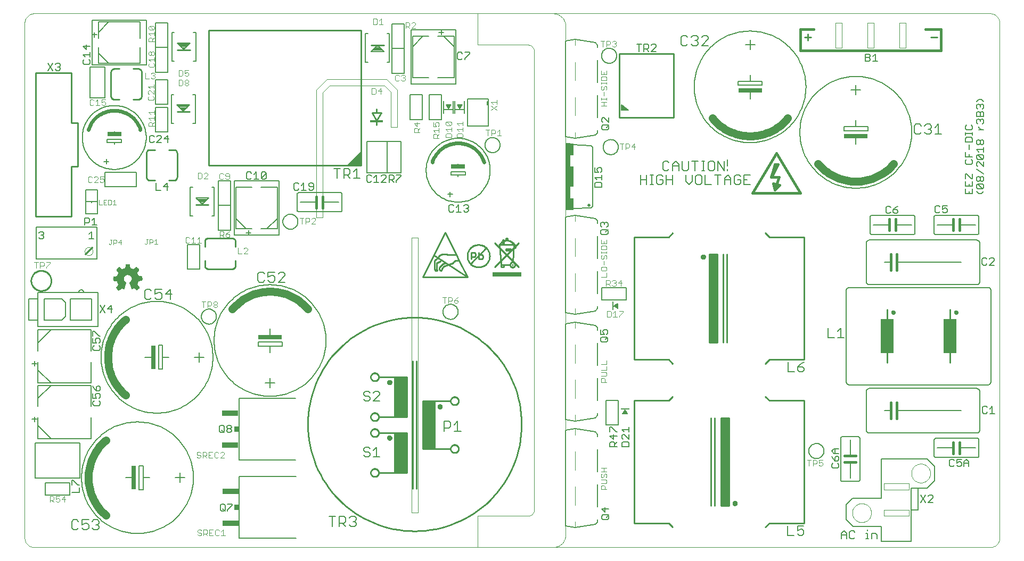
<source format=gto>
G75*
G70*
%OFA0B0*%
%FSLAX24Y24*%
%IPPOS*%
%LPD*%
%AMOC8*
5,1,8,0,0,1.08239X$1,22.5*
%
%ADD10C,0.0039*%
%ADD11R,0.0149X0.0001*%
%ADD12R,0.0004X0.0001*%
%ADD13R,0.0010X0.0001*%
%ADD14R,0.0017X0.0001*%
%ADD15R,0.0023X0.0001*%
%ADD16R,0.0029X0.0001*%
%ADD17R,0.0034X0.0001*%
%ADD18R,0.0040X0.0001*%
%ADD19R,0.0043X0.0002*%
%ADD20R,0.0047X0.0001*%
%ADD21R,0.0050X0.0001*%
%ADD22R,0.0054X0.0001*%
%ADD23R,0.0059X0.0001*%
%ADD24R,0.0064X0.0001*%
%ADD25R,0.0015X0.0001*%
%ADD26R,0.0067X0.0001*%
%ADD27R,0.0020X0.0001*%
%ADD28R,0.0070X0.0001*%
%ADD29R,0.0024X0.0001*%
%ADD30R,0.0074X0.0001*%
%ADD31R,0.0027X0.0001*%
%ADD32R,0.0076X0.0001*%
%ADD33R,0.0030X0.0001*%
%ADD34R,0.0081X0.0002*%
%ADD35R,0.0036X0.0002*%
%ADD36R,0.0086X0.0001*%
%ADD37R,0.0044X0.0001*%
%ADD38R,0.0091X0.0001*%
%ADD39R,0.0046X0.0001*%
%ADD40R,0.0094X0.0001*%
%ADD41R,0.0096X0.0001*%
%ADD42R,0.0053X0.0001*%
%ADD43R,0.0099X0.0001*%
%ADD44R,0.0056X0.0001*%
%ADD45R,0.0104X0.0001*%
%ADD46R,0.0060X0.0001*%
%ADD47R,0.0108X0.0001*%
%ADD48R,0.0112X0.0001*%
%ADD49R,0.0117X0.0001*%
%ADD50R,0.0072X0.0001*%
%ADD51R,0.0120X0.0002*%
%ADD52R,0.0075X0.0002*%
%ADD53R,0.0123X0.0001*%
%ADD54R,0.0078X0.0001*%
%ADD55R,0.0126X0.0001*%
%ADD56R,0.0081X0.0001*%
%ADD57R,0.0131X0.0001*%
%ADD58R,0.0136X0.0001*%
%ADD59R,0.0090X0.0001*%
%ADD60R,0.0139X0.0001*%
%ADD61R,0.0144X0.0001*%
%ADD62R,0.0147X0.0001*%
%ADD63R,0.0101X0.0001*%
%ADD64R,0.0150X0.0001*%
%ADD65R,0.0102X0.0001*%
%ADD66R,0.0153X0.0001*%
%ADD67R,0.0106X0.0001*%
%ADD68R,0.0158X0.0002*%
%ADD69R,0.0109X0.0002*%
%ADD70R,0.0164X0.0001*%
%ADD71R,0.0115X0.0001*%
%ADD72R,0.0168X0.0001*%
%ADD73R,0.0120X0.0001*%
%ADD74R,0.0171X0.0001*%
%ADD75R,0.0123X0.0001*%
%ADD76R,0.0172X0.0001*%
%ADD77R,0.0125X0.0001*%
%ADD78R,0.0175X0.0001*%
%ADD79R,0.0128X0.0001*%
%ADD80R,0.0180X0.0001*%
%ADD81R,0.0132X0.0001*%
%ADD82R,0.0186X0.0001*%
%ADD83R,0.0191X0.0001*%
%ADD84R,0.0141X0.0001*%
%ADD85R,0.0194X0.0001*%
%ADD86R,0.0145X0.0001*%
%ADD87R,0.0196X0.0002*%
%ADD88R,0.0149X0.0002*%
%ADD89R,0.0199X0.0001*%
%ADD90R,0.0151X0.0001*%
%ADD91R,0.0204X0.0001*%
%ADD92R,0.0153X0.0001*%
%ADD93R,0.0207X0.0001*%
%ADD94R,0.0158X0.0001*%
%ADD95R,0.0211X0.0001*%
%ADD96R,0.0162X0.0001*%
%ADD97R,0.0216X0.0001*%
%ADD98R,0.0166X0.0001*%
%ADD99R,0.0219X0.0001*%
%ADD100R,0.0007X0.0001*%
%ADD101R,0.0169X0.0001*%
%ADD102R,0.0222X0.0001*%
%ADD103R,0.0011X0.0001*%
%ADD104R,0.0224X0.0001*%
%ADD105R,0.0014X0.0001*%
%ADD106R,0.0176X0.0001*%
%ADD107R,0.0228X0.0001*%
%ADD108R,0.0018X0.0001*%
%ADD109R,0.0179X0.0001*%
%ADD110R,0.0234X0.0002*%
%ADD111R,0.0024X0.0002*%
%ADD112R,0.0183X0.0002*%
%ADD113R,0.0239X0.0001*%
%ADD114R,0.0189X0.0001*%
%ADD115R,0.0241X0.0001*%
%ADD116R,0.0033X0.0001*%
%ADD117R,0.0012X0.0001*%
%ADD118R,0.0192X0.0001*%
%ADD119R,0.0243X0.0001*%
%ADD120R,0.0038X0.0001*%
%ADD121R,0.0246X0.0001*%
%ADD122R,0.0041X0.0001*%
%ADD123R,0.0019X0.0001*%
%ADD124R,0.0196X0.0001*%
%ADD125R,0.0250X0.0001*%
%ADD126R,0.0021X0.0001*%
%ADD127R,0.0201X0.0001*%
%ADD128R,0.0254X0.0001*%
%ADD129R,0.0048X0.0001*%
%ADD130R,0.0258X0.0001*%
%ADD131R,0.0054X0.0001*%
%ADD132R,0.0209X0.0001*%
%ADD133R,0.0263X0.0001*%
%ADD134R,0.0213X0.0001*%
%ADD135R,0.0267X0.0001*%
%ADD136R,0.0063X0.0001*%
%ADD137R,0.0270X0.0002*%
%ADD138R,0.0066X0.0002*%
%ADD139R,0.0045X0.0002*%
%ADD140R,0.0219X0.0002*%
%ADD141R,0.0271X0.0001*%
%ADD142R,0.0220X0.0001*%
%ADD143R,0.0274X0.0001*%
%ADD144R,0.0051X0.0001*%
%ADD145R,0.0223X0.0001*%
%ADD146R,0.0278X0.0001*%
%ADD147R,0.0282X0.0001*%
%ADD148R,0.0231X0.0001*%
%ADD149R,0.0288X0.0001*%
%ADD150R,0.0085X0.0001*%
%ADD151R,0.0236X0.0001*%
%ADD152R,0.0289X0.0001*%
%ADD153R,0.0087X0.0001*%
%ADD154R,0.0066X0.0001*%
%ADD155R,0.0292X0.0001*%
%ADD156R,0.0069X0.0001*%
%ADD157R,0.0297X0.0001*%
%ADD158R,0.0300X0.0001*%
%ADD159R,0.0075X0.0001*%
%ADD160R,0.0305X0.0002*%
%ADD161R,0.0101X0.0002*%
%ADD162R,0.0078X0.0002*%
%ADD163R,0.0251X0.0002*%
%ADD164R,0.0309X0.0001*%
%ADD165R,0.0105X0.0001*%
%ADD166R,0.0083X0.0001*%
%ADD167R,0.0255X0.0001*%
%ADD168R,0.0314X0.0001*%
%ADD169R,0.0110X0.0001*%
%ADD170R,0.0087X0.0001*%
%ADD171R,0.0316X0.0001*%
%ADD172R,0.0113X0.0001*%
%ADD173R,0.0262X0.0001*%
%ADD174R,0.0319X0.0001*%
%ADD175R,0.0114X0.0001*%
%ADD176R,0.0093X0.0001*%
%ADD177R,0.0266X0.0001*%
%ADD178R,0.0321X0.0001*%
%ADD179R,0.0096X0.0001*%
%ADD180R,0.0324X0.0001*%
%ADD181R,0.0270X0.0001*%
%ADD182R,0.0329X0.0001*%
%ADD183R,0.0124X0.0001*%
%ADD184R,0.0275X0.0001*%
%ADD185R,0.0333X0.0001*%
%ADD186R,0.0279X0.0001*%
%ADD187R,0.0336X0.0001*%
%ADD188R,0.0111X0.0001*%
%ADD189R,0.0284X0.0001*%
%ADD190R,0.0339X0.0002*%
%ADD191R,0.0134X0.0002*%
%ADD192R,0.0114X0.0002*%
%ADD193R,0.0286X0.0002*%
%ADD194R,0.0342X0.0001*%
%ADD195R,0.0116X0.0001*%
%ADD196R,0.0491X0.0001*%
%ADD197R,0.0492X0.0001*%
%ADD198R,0.0294X0.0001*%
%ADD199R,0.0495X0.0001*%
%ADD200R,0.0299X0.0001*%
%ADD201R,0.0496X0.0001*%
%ADD202R,0.0127X0.0001*%
%ADD203R,0.0301X0.0001*%
%ADD204R,0.0498X0.0001*%
%ADD205R,0.0304X0.0001*%
%ADD206R,0.0501X0.0001*%
%ADD207R,0.0134X0.0001*%
%ADD208R,0.0308X0.0001*%
%ADD209R,0.0135X0.0001*%
%ADD210R,0.0311X0.0001*%
%ADD211R,0.0504X0.0001*%
%ADD212R,0.0138X0.0001*%
%ADD213R,0.0504X0.0002*%
%ADD214R,0.0141X0.0002*%
%ADD215R,0.0318X0.0002*%
%ADD216R,0.0507X0.0001*%
%ADD217R,0.0323X0.0001*%
%ADD218R,0.0326X0.0001*%
%ADD219R,0.0508X0.0001*%
%ADD220R,0.0152X0.0001*%
%ADD221R,0.0330X0.0001*%
%ADD222R,0.0510X0.0001*%
%ADD223R,0.0494X0.0001*%
%ADD224R,0.0512X0.0001*%
%ADD225R,0.0500X0.0001*%
%ADD226R,0.0513X0.0001*%
%ADD227R,0.0501X0.0001*%
%ADD228R,0.0513X0.0002*%
%ADD229R,0.0501X0.0002*%
%ADD230R,0.0503X0.0001*%
%ADD231R,0.0504X0.0001*%
%ADD232R,0.0506X0.0001*%
%ADD233R,0.0513X0.0001*%
%ADD234R,0.0509X0.0001*%
%ADD235R,0.0511X0.0001*%
%ADD236R,0.0514X0.0001*%
%ADD237R,0.0516X0.0001*%
%ADD238R,0.0513X0.0002*%
%ADD239R,0.0519X0.0002*%
%ADD240R,0.0519X0.0001*%
%ADD241R,0.0520X0.0001*%
%ADD242R,0.0522X0.0001*%
%ADD243R,0.0507X0.0001*%
%ADD244R,0.0509X0.0002*%
%ADD245R,0.0520X0.0002*%
%ADD246R,0.0522X0.0001*%
%ADD247R,0.0505X0.0001*%
%ADD248R,0.0502X0.0001*%
%ADD249R,0.0521X0.0001*%
%ADD250R,0.0503X0.0002*%
%ADD251R,0.0519X0.0002*%
%ADD252R,0.0519X0.0001*%
%ADD253R,0.0499X0.0001*%
%ADD254R,0.0517X0.0001*%
%ADD255R,0.0495X0.0002*%
%ADD256R,0.0514X0.0002*%
%ADD257R,0.0515X0.0001*%
%ADD258R,0.0492X0.0001*%
%ADD259R,0.0490X0.0001*%
%ADD260R,0.0490X0.0002*%
%ADD261R,0.0511X0.0002*%
%ADD262R,0.0489X0.0001*%
%ADD263R,0.0489X0.0001*%
%ADD264R,0.0488X0.0001*%
%ADD265R,0.0485X0.0001*%
%ADD266R,0.0483X0.0001*%
%ADD267R,0.0483X0.0002*%
%ADD268R,0.0507X0.0002*%
%ADD269R,0.0483X0.0001*%
%ADD270R,0.0481X0.0001*%
%ADD271R,0.0480X0.0001*%
%ADD272R,0.0480X0.0002*%
%ADD273R,0.0501X0.0002*%
%ADD274R,0.0479X0.0001*%
%ADD275R,0.0477X0.0001*%
%ADD276R,0.0477X0.0001*%
%ADD277R,0.0475X0.0001*%
%ADD278R,0.0474X0.0001*%
%ADD279R,0.0472X0.0001*%
%ADD280R,0.0472X0.0002*%
%ADD281R,0.0498X0.0002*%
%ADD282R,0.0471X0.0001*%
%ADD283R,0.0473X0.0001*%
%ADD284R,0.0471X0.0001*%
%ADD285R,0.0470X0.0001*%
%ADD286R,0.0468X0.0001*%
%ADD287R,0.0469X0.0001*%
%ADD288R,0.0468X0.0002*%
%ADD289R,0.0491X0.0002*%
%ADD290R,0.0466X0.0001*%
%ADD291R,0.0465X0.0001*%
%ADD292R,0.0464X0.0001*%
%ADD293R,0.0462X0.0001*%
%ADD294R,0.0462X0.0002*%
%ADD295R,0.0489X0.0002*%
%ADD296R,0.0461X0.0001*%
%ADD297R,0.0460X0.0001*%
%ADD298R,0.0459X0.0001*%
%ADD299R,0.0484X0.0001*%
%ADD300R,0.0457X0.0001*%
%ADD301R,0.0459X0.0001*%
%ADD302R,0.0458X0.0002*%
%ADD303R,0.0484X0.0002*%
%ADD304R,0.0456X0.0001*%
%ADD305R,0.0455X0.0001*%
%ADD306R,0.0453X0.0001*%
%ADD307R,0.0451X0.0001*%
%ADD308R,0.0453X0.0001*%
%ADD309R,0.0450X0.0001*%
%ADD310R,0.0451X0.0002*%
%ADD311R,0.0478X0.0001*%
%ADD312R,0.0449X0.0001*%
%ADD313R,0.0476X0.0001*%
%ADD314R,0.0447X0.0001*%
%ADD315R,0.0474X0.0001*%
%ADD316R,0.0449X0.0002*%
%ADD317R,0.0476X0.0002*%
%ADD318R,0.0454X0.0001*%
%ADD319R,0.0469X0.0002*%
%ADD320R,0.0468X0.0001*%
%ADD321R,0.0467X0.0001*%
%ADD322R,0.0473X0.0002*%
%ADD323R,0.0468X0.0002*%
%ADD324R,0.0486X0.0002*%
%ADD325R,0.0474X0.0002*%
%ADD326R,0.0487X0.0001*%
%ADD327R,0.0497X0.0001*%
%ADD328R,0.0486X0.0001*%
%ADD329R,0.0500X0.0002*%
%ADD330R,0.0487X0.0002*%
%ADD331R,0.0498X0.0001*%
%ADD332R,0.0524X0.0002*%
%ADD333R,0.0524X0.0001*%
%ADD334R,0.0525X0.0001*%
%ADD335R,0.0528X0.0001*%
%ADD336R,0.0529X0.0001*%
%ADD337R,0.0533X0.0001*%
%ADD338R,0.0534X0.0001*%
%ADD339R,0.0523X0.0001*%
%ADD340R,0.0536X0.0001*%
%ADD341R,0.0537X0.0002*%
%ADD342R,0.0527X0.0002*%
%ADD343R,0.0537X0.0001*%
%ADD344R,0.0528X0.0001*%
%ADD345R,0.0539X0.0001*%
%ADD346R,0.0530X0.0001*%
%ADD347R,0.0540X0.0001*%
%ADD348R,0.0541X0.0001*%
%ADD349R,0.0531X0.0001*%
%ADD350R,0.0543X0.0001*%
%ADD351R,0.0544X0.0001*%
%ADD352R,0.0546X0.0002*%
%ADD353R,0.0536X0.0002*%
%ADD354R,0.0547X0.0001*%
%ADD355R,0.0551X0.0001*%
%ADD356R,0.0552X0.0001*%
%ADD357R,0.0554X0.0001*%
%ADD358R,0.0555X0.0001*%
%ADD359R,0.0555X0.0002*%
%ADD360R,0.0547X0.0002*%
%ADD361R,0.0549X0.0001*%
%ADD362R,0.0548X0.0001*%
%ADD363R,0.0538X0.0001*%
%ADD364R,0.0537X0.0001*%
%ADD365R,0.0533X0.0002*%
%ADD366R,0.0531X0.0001*%
%ADD367R,0.0526X0.0001*%
%ADD368R,0.0518X0.0001*%
%ADD369R,0.0498X0.0002*%
%ADD370R,0.0496X0.0002*%
%ADD371R,0.0486X0.0001*%
%ADD372R,0.0485X0.0002*%
%ADD373R,0.0482X0.0001*%
%ADD374R,0.0477X0.0002*%
%ADD375R,0.0530X0.0002*%
%ADD376R,0.0464X0.0002*%
%ADD377R,0.0561X0.0001*%
%ADD378R,0.0570X0.0001*%
%ADD379R,0.0576X0.0001*%
%ADD380R,0.0581X0.0001*%
%ADD381R,0.0585X0.0001*%
%ADD382R,0.0589X0.0001*%
%ADD383R,0.0600X0.0002*%
%ADD384R,0.0614X0.0001*%
%ADD385R,0.0623X0.0001*%
%ADD386R,0.0630X0.0001*%
%ADD387R,0.0633X0.0001*%
%ADD388R,0.0638X0.0001*%
%ADD389R,0.0645X0.0001*%
%ADD390R,0.0657X0.0001*%
%ADD391R,0.0556X0.0001*%
%ADD392R,0.0669X0.0001*%
%ADD393R,0.0674X0.0001*%
%ADD394R,0.0579X0.0001*%
%ADD395R,0.0676X0.0002*%
%ADD396R,0.0585X0.0002*%
%ADD397R,0.0678X0.0001*%
%ADD398R,0.0590X0.0001*%
%ADD399R,0.0679X0.0001*%
%ADD400R,0.0596X0.0001*%
%ADD401R,0.0681X0.0001*%
%ADD402R,0.0606X0.0001*%
%ADD403R,0.0620X0.0001*%
%ADD404R,0.0682X0.0001*%
%ADD405R,0.0633X0.0001*%
%ADD406R,0.0684X0.0001*%
%ADD407R,0.0639X0.0001*%
%ADD408R,0.0649X0.0001*%
%ADD409R,0.0684X0.0001*%
%ADD410R,0.0655X0.0001*%
%ADD411R,0.0683X0.0002*%
%ADD412R,0.0664X0.0002*%
%ADD413R,0.0683X0.0001*%
%ADD414R,0.0670X0.0001*%
%ADD415R,0.0671X0.0001*%
%ADD416R,0.0681X0.0001*%
%ADD417R,0.0672X0.0001*%
%ADD418R,0.0680X0.0001*%
%ADD419R,0.0675X0.0001*%
%ADD420R,0.0676X0.0001*%
%ADD421R,0.0680X0.0002*%
%ADD422R,0.0678X0.0002*%
%ADD423R,0.0678X0.0001*%
%ADD424R,0.0675X0.0002*%
%ADD425R,0.0672X0.0002*%
%ADD426R,0.0672X0.0001*%
%ADD427R,0.0671X0.0002*%
%ADD428R,0.0670X0.0002*%
%ADD429R,0.0669X0.0001*%
%ADD430R,0.0667X0.0001*%
%ADD431R,0.0669X0.0002*%
%ADD432R,0.0667X0.0002*%
%ADD433R,0.0668X0.0001*%
%ADD434R,0.0666X0.0001*%
%ADD435R,0.0668X0.0002*%
%ADD436R,0.0666X0.0002*%
%ADD437R,0.0666X0.0001*%
%ADD438R,0.0664X0.0001*%
%ADD439R,0.0663X0.0001*%
%ADD440R,0.0666X0.0002*%
%ADD441R,0.0663X0.0002*%
%ADD442R,0.0665X0.0001*%
%ADD443R,0.0674X0.0002*%
%ADD444R,0.0677X0.0001*%
%ADD445R,0.0678X0.0002*%
%ADD446R,0.0682X0.0002*%
%ADD447R,0.0686X0.0001*%
%ADD448R,0.0686X0.0002*%
%ADD449R,0.0687X0.0001*%
%ADD450R,0.0689X0.0001*%
%ADD451R,0.0653X0.0001*%
%ADD452R,0.0641X0.0001*%
%ADD453R,0.0626X0.0001*%
%ADD454R,0.0616X0.0001*%
%ADD455R,0.0687X0.0001*%
%ADD456R,0.0612X0.0001*%
%ADD457R,0.0688X0.0001*%
%ADD458R,0.0606X0.0001*%
%ADD459R,0.0601X0.0001*%
%ADD460R,0.0591X0.0002*%
%ADD461R,0.0567X0.0001*%
%ADD462R,0.0560X0.0001*%
%ADD463R,0.0659X0.0001*%
%ADD464R,0.0516X0.0001*%
%ADD465R,0.0639X0.0001*%
%ADD466R,0.0502X0.0002*%
%ADD467R,0.0633X0.0002*%
%ADD468R,0.0608X0.0001*%
%ADD469R,0.0582X0.0001*%
%ADD470R,0.0577X0.0001*%
%ADD471R,0.0569X0.0002*%
%ADD472R,0.0546X0.0001*%
%ADD473R,0.0486X0.0002*%
%ADD474R,0.0493X0.0001*%
%ADD475R,0.0516X0.0002*%
%ADD476R,0.0532X0.0001*%
%ADD477R,0.0534X0.0002*%
%ADD478R,0.0535X0.0002*%
%ADD479R,0.0543X0.0001*%
%ADD480R,0.0553X0.0001*%
%ADD481R,0.0559X0.0001*%
%ADD482R,0.0564X0.0001*%
%ADD483R,0.0564X0.0001*%
%ADD484R,0.0567X0.0001*%
%ADD485R,0.0569X0.0001*%
%ADD486R,0.0570X0.0002*%
%ADD487R,0.0571X0.0002*%
%ADD488R,0.0571X0.0001*%
%ADD489R,0.0573X0.0001*%
%ADD490R,0.0574X0.0001*%
%ADD491R,0.0576X0.0001*%
%ADD492R,0.0600X0.0001*%
%ADD493R,0.0611X0.0001*%
%ADD494R,0.0618X0.0001*%
%ADD495R,0.0621X0.0001*%
%ADD496R,0.1269X0.0001*%
%ADD497R,0.1267X0.0001*%
%ADD498R,0.1266X0.0001*%
%ADD499R,0.1266X0.0002*%
%ADD500R,0.1264X0.0001*%
%ADD501R,0.1261X0.0001*%
%ADD502R,0.1260X0.0001*%
%ADD503R,0.1259X0.0001*%
%ADD504R,0.1256X0.0001*%
%ADD505R,0.1254X0.0001*%
%ADD506R,0.1253X0.0001*%
%ADD507R,0.1251X0.0001*%
%ADD508R,0.1251X0.0002*%
%ADD509R,0.1248X0.0001*%
%ADD510R,0.1245X0.0001*%
%ADD511R,0.1244X0.0001*%
%ADD512R,0.1242X0.0001*%
%ADD513R,0.1239X0.0001*%
%ADD514R,0.1237X0.0001*%
%ADD515R,0.1236X0.0002*%
%ADD516R,0.1233X0.0001*%
%ADD517R,0.1230X0.0001*%
%ADD518R,0.1229X0.0001*%
%ADD519R,0.1227X0.0001*%
%ADD520R,0.1226X0.0001*%
%ADD521R,0.1224X0.0001*%
%ADD522R,0.1223X0.0002*%
%ADD523R,0.1219X0.0001*%
%ADD524R,0.1216X0.0001*%
%ADD525R,0.1215X0.0001*%
%ADD526R,0.1214X0.0001*%
%ADD527R,0.1212X0.0001*%
%ADD528R,0.1209X0.0001*%
%ADD529R,0.1207X0.0002*%
%ADD530R,0.1206X0.0001*%
%ADD531R,0.1204X0.0001*%
%ADD532R,0.1201X0.0001*%
%ADD533R,0.1200X0.0001*%
%ADD534R,0.1199X0.0001*%
%ADD535R,0.1196X0.0001*%
%ADD536R,0.1194X0.0001*%
%ADD537R,0.1193X0.0001*%
%ADD538R,0.1191X0.0001*%
%ADD539R,0.1191X0.0002*%
%ADD540R,0.1188X0.0001*%
%ADD541R,0.1185X0.0001*%
%ADD542R,0.1184X0.0001*%
%ADD543R,0.1181X0.0001*%
%ADD544R,0.1177X0.0001*%
%ADD545R,0.1176X0.0001*%
%ADD546R,0.1174X0.0001*%
%ADD547R,0.1173X0.0001*%
%ADD548R,0.1170X0.0002*%
%ADD549R,0.1170X0.0001*%
%ADD550R,0.1169X0.0001*%
%ADD551R,0.1166X0.0001*%
%ADD552R,0.1164X0.0001*%
%ADD553R,0.1163X0.0001*%
%ADD554R,0.1163X0.0002*%
%ADD555R,0.1167X0.0001*%
%ADD556R,0.1171X0.0001*%
%ADD557R,0.1179X0.0001*%
%ADD558R,0.1182X0.0001*%
%ADD559R,0.1182X0.0002*%
%ADD560R,0.1188X0.0001*%
%ADD561R,0.1190X0.0001*%
%ADD562R,0.1197X0.0001*%
%ADD563R,0.1204X0.0002*%
%ADD564R,0.1207X0.0001*%
%ADD565R,0.1210X0.0001*%
%ADD566R,0.1213X0.0001*%
%ADD567R,0.1217X0.0001*%
%ADD568R,0.1218X0.0001*%
%ADD569R,0.1220X0.0001*%
%ADD570R,0.1221X0.0001*%
%ADD571R,0.1223X0.0001*%
%ADD572R,0.1226X0.0002*%
%ADD573R,0.1236X0.0001*%
%ADD574R,0.1239X0.0001*%
%ADD575R,0.1240X0.0001*%
%ADD576R,0.1243X0.0001*%
%ADD577R,0.1248X0.0002*%
%ADD578R,0.1248X0.0001*%
%ADD579R,0.1251X0.0001*%
%ADD580R,0.1257X0.0001*%
%ADD581R,0.1263X0.0001*%
%ADD582R,0.1267X0.0002*%
%ADD583R,0.1270X0.0001*%
%ADD584R,0.1274X0.0001*%
%ADD585R,0.1275X0.0001*%
%ADD586R,0.1278X0.0001*%
%ADD587R,0.1280X0.0001*%
%ADD588R,0.1281X0.0001*%
%ADD589R,0.1284X0.0001*%
%ADD590R,0.1286X0.0001*%
%ADD591R,0.1289X0.0001*%
%ADD592R,0.1290X0.0002*%
%ADD593R,0.1291X0.0001*%
%ADD594R,0.1294X0.0001*%
%ADD595R,0.1296X0.0001*%
%ADD596R,0.1299X0.0001*%
%ADD597R,0.1300X0.0001*%
%ADD598R,0.1302X0.0001*%
%ADD599R,0.1304X0.0001*%
%ADD600R,0.1306X0.0001*%
%ADD601R,0.1308X0.0001*%
%ADD602R,0.1311X0.0002*%
%ADD603R,0.1313X0.0001*%
%ADD604R,0.1316X0.0001*%
%ADD605R,0.1317X0.0001*%
%ADD606R,0.1320X0.0001*%
%ADD607R,0.1323X0.0001*%
%ADD608R,0.1326X0.0001*%
%ADD609R,0.1329X0.0001*%
%ADD610R,0.1332X0.0002*%
%ADD611R,0.1335X0.0001*%
%ADD612R,0.1336X0.0001*%
%ADD613R,0.1340X0.0001*%
%ADD614R,0.1343X0.0001*%
%ADD615R,0.1346X0.0001*%
%ADD616R,0.1347X0.0001*%
%ADD617R,0.1350X0.0001*%
%ADD618R,0.1353X0.0002*%
%ADD619R,0.1356X0.0001*%
%ADD620R,0.1357X0.0001*%
%ADD621R,0.1360X0.0001*%
%ADD622R,0.1364X0.0001*%
%ADD623R,0.1365X0.0001*%
%ADD624R,0.1368X0.0001*%
%ADD625R,0.1369X0.0001*%
%ADD626R,0.1373X0.0001*%
%ADD627R,0.1374X0.0002*%
%ADD628R,0.1377X0.0001*%
%ADD629R,0.1379X0.0001*%
%ADD630R,0.1380X0.0001*%
%ADD631R,0.1383X0.0001*%
%ADD632R,0.1386X0.0001*%
%ADD633R,0.1387X0.0001*%
%ADD634R,0.1391X0.0001*%
%ADD635R,0.1394X0.0001*%
%ADD636R,0.1395X0.0002*%
%ADD637R,0.1398X0.0001*%
%ADD638R,0.1401X0.0001*%
%ADD639R,0.1403X0.0001*%
%ADD640R,0.1406X0.0001*%
%ADD641R,0.1407X0.0001*%
%ADD642R,0.1409X0.0001*%
%ADD643R,0.1411X0.0001*%
%ADD644R,0.1414X0.0001*%
%ADD645R,0.1416X0.0002*%
%ADD646R,0.1419X0.0001*%
%ADD647R,0.1421X0.0001*%
%ADD648R,0.1422X0.0001*%
%ADD649R,0.1424X0.0001*%
%ADD650R,0.1426X0.0001*%
%ADD651R,0.1428X0.0001*%
%ADD652R,0.1429X0.0002*%
%ADD653R,0.1429X0.0001*%
%ADD654R,0.1425X0.0001*%
%ADD655R,0.1421X0.0002*%
%ADD656R,0.1418X0.0001*%
%ADD657R,0.1416X0.0001*%
%ADD658R,0.1413X0.0001*%
%ADD659R,0.1410X0.0001*%
%ADD660R,0.1404X0.0001*%
%ADD661R,0.1401X0.0001*%
%ADD662R,0.0346X0.0001*%
%ADD663R,0.1044X0.0001*%
%ADD664R,0.0342X0.0002*%
%ADD665R,0.1040X0.0002*%
%ADD666R,0.0337X0.0001*%
%ADD667R,0.1034X0.0001*%
%ADD668R,0.0357X0.0001*%
%ADD669R,0.0660X0.0001*%
%ADD670R,0.0353X0.0001*%
%ADD671R,0.0327X0.0001*%
%ADD672R,0.0349X0.0001*%
%ADD673R,0.0321X0.0001*%
%ADD674R,0.0648X0.0001*%
%ADD675R,0.0344X0.0001*%
%ADD676R,0.0317X0.0001*%
%ADD677R,0.0339X0.0001*%
%ADD678R,0.0312X0.0001*%
%ADD679R,0.0631X0.0001*%
%ADD680R,0.0334X0.0001*%
%ADD681R,0.0309X0.0001*%
%ADD682R,0.0307X0.0002*%
%ADD683R,0.0623X0.0002*%
%ADD684R,0.0327X0.0002*%
%ADD685R,0.0618X0.0001*%
%ADD686R,0.0297X0.0001*%
%ADD687R,0.0607X0.0001*%
%ADD688R,0.0320X0.0001*%
%ADD689R,0.0293X0.0001*%
%ADD690R,0.0599X0.0001*%
%ADD691R,0.0313X0.0001*%
%ADD692R,0.0285X0.0001*%
%ADD693R,0.0584X0.0001*%
%ADD694R,0.0303X0.0001*%
%ADD695R,0.0281X0.0001*%
%ADD696R,0.0273X0.0002*%
%ADD697R,0.0563X0.0002*%
%ADD698R,0.0293X0.0002*%
%ADD699R,0.0264X0.0001*%
%ADD700R,0.0259X0.0001*%
%ADD701R,0.0256X0.0001*%
%ADD702R,0.0276X0.0001*%
%ADD703R,0.0252X0.0001*%
%ADD704R,0.0273X0.0001*%
%ADD705R,0.0248X0.0001*%
%ADD706R,0.0269X0.0001*%
%ADD707R,0.0245X0.0001*%
%ADD708R,0.0240X0.0001*%
%ADD709R,0.0237X0.0002*%
%ADD710R,0.0256X0.0002*%
%ADD711R,0.0234X0.0001*%
%ADD712R,0.0232X0.0001*%
%ADD713R,0.0251X0.0001*%
%ADD714R,0.0228X0.0001*%
%ADD715R,0.0246X0.0001*%
%ADD716R,0.0456X0.0001*%
%ADD717R,0.0219X0.0001*%
%ADD718R,0.0444X0.0001*%
%ADD719R,0.0237X0.0001*%
%ADD720R,0.0214X0.0001*%
%ADD721R,0.0436X0.0001*%
%ADD722R,0.0432X0.0001*%
%ADD723R,0.0231X0.0001*%
%ADD724R,0.0210X0.0001*%
%ADD725R,0.0426X0.0001*%
%ADD726R,0.0420X0.0001*%
%ADD727R,0.0226X0.0001*%
%ADD728R,0.0204X0.0002*%
%ADD729R,0.0409X0.0002*%
%ADD730R,0.0222X0.0002*%
%ADD731R,0.0391X0.0001*%
%ADD732R,0.0217X0.0001*%
%ADD733R,0.0376X0.0001*%
%ADD734R,0.0368X0.0001*%
%ADD735R,0.0189X0.0001*%
%ADD736R,0.0361X0.0001*%
%ADD737R,0.0206X0.0001*%
%ADD738R,0.0186X0.0001*%
%ADD739R,0.0356X0.0001*%
%ADD740R,0.0181X0.0001*%
%ADD741R,0.0345X0.0001*%
%ADD742R,0.0173X0.0001*%
%ADD743R,0.0331X0.0001*%
%ADD744R,0.0190X0.0001*%
%ADD745R,0.0168X0.0001*%
%ADD746R,0.0165X0.0002*%
%ADD747R,0.0162X0.0001*%
%ADD748R,0.0159X0.0001*%
%ADD749R,0.0177X0.0001*%
%ADD750R,0.0156X0.0001*%
%ADD751R,0.0324X0.0001*%
%ADD752R,0.0174X0.0001*%
%ADD753R,0.0167X0.0001*%
%ADD754R,0.0146X0.0001*%
%ADD755R,0.0163X0.0001*%
%ADD756R,0.0141X0.0001*%
%ADD757R,0.0140X0.0001*%
%ADD758R,0.0137X0.0001*%
%ADD759R,0.0133X0.0001*%
%ADD760R,0.0129X0.0002*%
%ADD761R,0.0321X0.0002*%
%ADD762R,0.0146X0.0002*%
%ADD763R,0.0119X0.0001*%
%ADD764R,0.0129X0.0001*%
%ADD765R,0.0111X0.0001*%
%ADD766R,0.0126X0.0001*%
%ADD767R,0.0318X0.0001*%
%ADD768R,0.0097X0.0001*%
%ADD769R,0.0315X0.0001*%
%ADD770R,0.0089X0.0002*%
%ADD771R,0.0315X0.0002*%
%ADD772R,0.0105X0.0002*%
%ADD773R,0.0079X0.0001*%
%ADD774R,0.0089X0.0001*%
%ADD775R,0.0069X0.0001*%
%ADD776R,0.0084X0.0001*%
%ADD777R,0.0057X0.0001*%
%ADD778R,0.0052X0.0002*%
%ADD779R,0.0311X0.0002*%
%ADD780R,0.0066X0.0002*%
%ADD781R,0.0061X0.0001*%
%ADD782R,0.0042X0.0001*%
%ADD783R,0.0055X0.0001*%
%ADD784R,0.0039X0.0001*%
%ADD785R,0.0052X0.0001*%
%ADD786R,0.0036X0.0001*%
%ADD787R,0.0049X0.0001*%
%ADD788R,0.0307X0.0001*%
%ADD789R,0.0045X0.0001*%
%ADD790R,0.0022X0.0001*%
%ADD791R,0.0035X0.0001*%
%ADD792R,0.0025X0.0002*%
%ADD793R,0.0306X0.0001*%
%ADD794R,0.0018X0.0001*%
%ADD795R,0.0008X0.0001*%
%ADD796R,0.0300X0.0002*%
%ADD797R,0.0296X0.0001*%
%ADD798R,0.0294X0.0002*%
%ADD799R,0.0294X0.0001*%
%ADD800R,0.0291X0.0001*%
%ADD801R,0.0291X0.0002*%
%ADD802R,0.0286X0.0001*%
%ADD803R,0.0281X0.0002*%
%ADD804R,0.0277X0.0001*%
%ADD805R,0.0276X0.0001*%
%ADD806R,0.0266X0.0002*%
%ADD807R,0.0264X0.0001*%
%ADD808R,0.0261X0.0001*%
%ADD809R,0.0259X0.0002*%
%ADD810R,0.0254X0.0002*%
%ADD811R,0.0248X0.0002*%
%ADD812R,0.0218X0.0002*%
%ADD813R,0.0157X0.0001*%
%ADD814C,0.0050*%
%ADD815C,0.0160*%
%ADD816C,0.0040*%
%ADD817C,0.0070*%
%ADD818C,0.0060*%
%ADD819C,0.0030*%
%ADD820C,0.0100*%
%ADD821R,0.0787X0.2165*%
%ADD822C,0.0138*%
%ADD823C,0.0000*%
%ADD824C,0.0020*%
%ADD825R,0.0079X0.0551*%
%ADD826C,0.0200*%
%ADD827R,0.0300X0.4200*%
%ADD828R,0.0200X0.0750*%
%ADD829R,0.0200X0.1300*%
%ADD830R,0.0551X0.0079*%
%ADD831C,0.0150*%
%ADD832R,0.0472X0.5512*%
%ADD833C,0.0080*%
%ADD834R,0.0300X0.0340*%
%ADD835R,0.1020X0.0354*%
%ADD836C,0.0500*%
%ADD837R,0.1500X0.0250*%
%ADD838R,0.0250X0.1500*%
%ADD839R,0.0079X0.0079*%
%ADD840R,0.0827X0.0118*%
%ADD841R,0.0900X0.0250*%
%ADD842C,0.0240*%
%ADD843R,0.0750X0.2500*%
%ADD844R,0.0750X0.3000*%
%ADD845C,0.0120*%
%ADD846R,0.1800X0.0300*%
D10*
X002922Y001487D02*
X062764Y001487D01*
X062810Y001489D01*
X062856Y001494D01*
X062902Y001503D01*
X062947Y001516D01*
X062990Y001532D01*
X063032Y001551D01*
X063073Y001574D01*
X063111Y001600D01*
X063148Y001629D01*
X063182Y001660D01*
X063213Y001694D01*
X063242Y001731D01*
X063268Y001769D01*
X063291Y001810D01*
X063310Y001852D01*
X063326Y001895D01*
X063339Y001940D01*
X063348Y001986D01*
X063353Y002032D01*
X063355Y002078D01*
X063355Y034361D01*
X063353Y034407D01*
X063348Y034453D01*
X063339Y034499D01*
X063326Y034544D01*
X063310Y034587D01*
X063291Y034629D01*
X063268Y034670D01*
X063242Y034708D01*
X063213Y034745D01*
X063182Y034779D01*
X063148Y034810D01*
X063111Y034839D01*
X063073Y034865D01*
X063032Y034888D01*
X062990Y034907D01*
X062947Y034923D01*
X062902Y034936D01*
X062856Y034945D01*
X062810Y034950D01*
X062764Y034952D01*
X002922Y034952D01*
X002876Y034950D01*
X002830Y034945D01*
X002784Y034936D01*
X002739Y034923D01*
X002696Y034907D01*
X002654Y034888D01*
X002613Y034865D01*
X002575Y034839D01*
X002538Y034810D01*
X002504Y034779D01*
X002473Y034745D01*
X002444Y034708D01*
X002418Y034670D01*
X002395Y034629D01*
X002376Y034587D01*
X002360Y034544D01*
X002347Y034499D01*
X002338Y034453D01*
X002333Y034407D01*
X002331Y034361D01*
X002331Y002078D01*
X002333Y002032D01*
X002338Y001986D01*
X002347Y001940D01*
X002360Y001895D01*
X002376Y001852D01*
X002395Y001810D01*
X002418Y001769D01*
X002444Y001731D01*
X002473Y001694D01*
X002504Y001660D01*
X002538Y001629D01*
X002575Y001600D01*
X002613Y001574D01*
X002654Y001551D01*
X002696Y001532D01*
X002739Y001516D01*
X002784Y001503D01*
X002830Y001494D01*
X002876Y001489D01*
X002922Y001487D01*
X030677Y001487D02*
X030677Y003456D01*
X033827Y003456D01*
X033866Y003458D01*
X033904Y003464D01*
X033941Y003473D01*
X033978Y003486D01*
X034013Y003503D01*
X034046Y003522D01*
X034077Y003545D01*
X034106Y003571D01*
X034132Y003600D01*
X034155Y003631D01*
X034174Y003664D01*
X034191Y003699D01*
X034204Y003736D01*
X034213Y003773D01*
X034219Y003811D01*
X034221Y003850D01*
X034221Y032590D01*
X034219Y032629D01*
X034213Y032667D01*
X034204Y032704D01*
X034191Y032741D01*
X034174Y032776D01*
X034155Y032809D01*
X034132Y032840D01*
X034106Y032869D01*
X034077Y032895D01*
X034046Y032918D01*
X034013Y032937D01*
X033978Y032954D01*
X033941Y032967D01*
X033904Y032976D01*
X033866Y032982D01*
X033827Y032984D01*
X033827Y032983D02*
X030677Y032983D01*
X030677Y034952D01*
X035402Y034952D01*
X035456Y034950D01*
X035509Y034945D01*
X035562Y034936D01*
X035614Y034923D01*
X035666Y034907D01*
X035716Y034887D01*
X035764Y034864D01*
X035811Y034837D01*
X035856Y034808D01*
X035899Y034775D01*
X035939Y034740D01*
X035977Y034702D01*
X036012Y034662D01*
X036045Y034619D01*
X036074Y034574D01*
X036101Y034527D01*
X036124Y034479D01*
X036144Y034429D01*
X036160Y034377D01*
X036173Y034325D01*
X036182Y034272D01*
X036187Y034219D01*
X036189Y034165D01*
X036189Y002275D01*
X036187Y002221D01*
X036182Y002168D01*
X036173Y002115D01*
X036160Y002063D01*
X036144Y002011D01*
X036124Y001961D01*
X036101Y001913D01*
X036074Y001866D01*
X036045Y001821D01*
X036012Y001778D01*
X035977Y001738D01*
X035939Y001700D01*
X035899Y001665D01*
X035856Y001632D01*
X035811Y001603D01*
X035764Y001576D01*
X035716Y001553D01*
X035666Y001533D01*
X035614Y001517D01*
X035562Y001504D01*
X035509Y001495D01*
X035456Y001490D01*
X035402Y001488D01*
X035402Y001487D02*
X030677Y001487D01*
X056125Y003451D02*
X056125Y003845D01*
X057700Y003845D01*
X057700Y003451D01*
X056125Y003451D01*
X056125Y005105D02*
X056125Y005499D01*
X057700Y005499D01*
X057700Y005105D01*
X056125Y005105D01*
X055481Y032780D02*
X055088Y032780D01*
X055088Y034355D01*
X055481Y034355D01*
X055481Y032780D01*
X057088Y032780D02*
X057481Y032780D01*
X057481Y034355D01*
X057088Y034355D01*
X057088Y032780D01*
X053481Y032780D02*
X053088Y032780D01*
X053088Y034355D01*
X053481Y034355D01*
X053481Y032780D01*
D11*
X008515Y018144D03*
D12*
X008226Y017573D03*
X009046Y017660D03*
X009364Y017590D03*
D13*
X008226Y017575D03*
D14*
X008226Y017576D03*
D15*
X008226Y017578D03*
D16*
X008226Y017579D03*
X008235Y019018D03*
D17*
X008226Y017581D03*
X009051Y017669D03*
D18*
X009052Y017671D03*
X008226Y017582D03*
D19*
X008226Y017584D03*
D20*
X008226Y017585D03*
D21*
X008226Y017587D03*
X009364Y017603D03*
D22*
X008227Y017588D03*
D23*
X008227Y017590D03*
X008529Y017671D03*
X009060Y017680D03*
D24*
X009061Y017681D03*
X009363Y017609D03*
X008227Y017591D03*
D25*
X009046Y017663D03*
X009365Y017591D03*
D26*
X009363Y017611D03*
X008526Y017675D03*
X008227Y017593D03*
D27*
X009364Y017593D03*
D28*
X009064Y017686D03*
X008524Y017677D03*
X008227Y017594D03*
D29*
X009365Y017594D03*
D30*
X008227Y017596D03*
D31*
X009049Y017668D03*
X009365Y017596D03*
D32*
X008523Y017678D03*
X008227Y017597D03*
D33*
X008539Y017660D03*
X009365Y017597D03*
X009328Y019022D03*
D34*
X008228Y017599D03*
D35*
X009365Y017599D03*
D36*
X009361Y017618D03*
X008229Y017600D03*
D37*
X008535Y017666D03*
X009054Y017672D03*
X009364Y017600D03*
D38*
X009070Y017693D03*
X008517Y017686D03*
X008229Y017602D03*
X008238Y018992D03*
D39*
X008236Y019010D03*
X009364Y017602D03*
D40*
X009361Y017621D03*
X008515Y017687D03*
X008229Y017603D03*
X009325Y018998D03*
X008767Y019210D03*
D41*
X008230Y017605D03*
D42*
X009364Y017605D03*
D43*
X009361Y017623D03*
X009073Y017698D03*
X008230Y017606D03*
X009325Y018997D03*
D44*
X009364Y017606D03*
D45*
X008230Y017608D03*
D46*
X009364Y017608D03*
X008237Y019006D03*
D47*
X009325Y018992D03*
X009076Y017701D03*
X008230Y017609D03*
D48*
X008230Y017611D03*
D49*
X008231Y017612D03*
X008509Y017696D03*
X009079Y017707D03*
X009323Y018989D03*
D50*
X009326Y019007D03*
X009362Y017612D03*
D51*
X008231Y017614D03*
D52*
X009362Y017614D03*
D53*
X008231Y017615D03*
X008240Y018980D03*
X009323Y018988D03*
D54*
X009326Y019004D03*
X009362Y017615D03*
D55*
X008231Y017617D03*
D56*
X008521Y017680D03*
X009362Y017617D03*
X009326Y019003D03*
D57*
X009084Y017713D03*
X008232Y017618D03*
D58*
X008232Y017620D03*
X008502Y017705D03*
X009358Y017639D03*
D59*
X009361Y017620D03*
X008518Y017684D03*
D60*
X008232Y017621D03*
D61*
X008233Y017623D03*
D62*
X008233Y017624D03*
X009088Y017722D03*
D63*
X009360Y017624D03*
D64*
X008233Y017626D03*
X008242Y018970D03*
X009322Y018977D03*
D65*
X009325Y018995D03*
X008239Y018989D03*
X009361Y017626D03*
D66*
X008233Y017627D03*
D67*
X009360Y017627D03*
D68*
X008233Y017629D03*
D69*
X009360Y017629D03*
D70*
X008233Y017630D03*
D71*
X009360Y017630D03*
D72*
X008234Y017632D03*
D73*
X008509Y017698D03*
X009080Y017708D03*
X009359Y017632D03*
D74*
X008234Y017633D03*
D75*
X009359Y017633D03*
D76*
X009355Y017654D03*
X008235Y017635D03*
D77*
X009358Y017635D03*
D78*
X008235Y017636D03*
D79*
X008505Y017701D03*
X009358Y017636D03*
D80*
X008234Y017638D03*
X009320Y018965D03*
D81*
X009323Y018983D03*
X009358Y017638D03*
X008504Y017702D03*
D82*
X008236Y017639D03*
D83*
X008236Y017641D03*
X008244Y018953D03*
D84*
X009358Y017641D03*
D85*
X009354Y017663D03*
X008236Y017642D03*
X008244Y018952D03*
X008785Y019207D03*
D86*
X009087Y017720D03*
X009357Y017642D03*
D87*
X008236Y017644D03*
D88*
X009357Y017644D03*
D89*
X008236Y017645D03*
X008244Y018950D03*
D90*
X009357Y017645D03*
D91*
X009353Y017668D03*
X008237Y017647D03*
X009319Y018956D03*
D92*
X009322Y018976D03*
X009356Y017647D03*
D93*
X008237Y017648D03*
X008245Y018947D03*
D94*
X009357Y017648D03*
D95*
X008238Y017650D03*
D96*
X009356Y017650D03*
D97*
X009352Y017672D03*
X008239Y017651D03*
D98*
X009355Y017651D03*
D99*
X008239Y017653D03*
D100*
X008544Y017653D03*
D101*
X009355Y017653D03*
D102*
X008239Y017654D03*
D103*
X008544Y017654D03*
D104*
X008239Y017656D03*
X008245Y018940D03*
X008787Y019202D03*
D105*
X008544Y017656D03*
D106*
X009355Y017656D03*
D107*
X009350Y017678D03*
X008240Y017657D03*
D108*
X008542Y017657D03*
D109*
X009355Y017657D03*
X008242Y018959D03*
D110*
X008240Y017659D03*
D111*
X008540Y017659D03*
D112*
X009355Y017659D03*
X009320Y018964D03*
D113*
X009349Y017683D03*
X008241Y017660D03*
D114*
X009355Y017660D03*
D115*
X009349Y017684D03*
X008241Y017662D03*
X009315Y018940D03*
D116*
X008236Y019016D03*
X008537Y017662D03*
D117*
X009046Y017662D03*
X008236Y019021D03*
D118*
X009355Y017662D03*
D119*
X009349Y017686D03*
X008242Y017663D03*
X008786Y019195D03*
D120*
X008536Y017663D03*
D121*
X008242Y017665D03*
X009349Y017687D03*
D122*
X008536Y017665D03*
D123*
X009046Y017665D03*
D124*
X009354Y017665D03*
X009319Y018959D03*
D125*
X008242Y017666D03*
D126*
X009047Y017666D03*
D127*
X009353Y017666D03*
X009319Y018958D03*
D128*
X009313Y018935D03*
X008785Y019169D03*
X008785Y019171D03*
X008785Y019172D03*
X008785Y019175D03*
X008242Y017668D03*
D129*
X008534Y017668D03*
X009055Y017675D03*
X009328Y019016D03*
D130*
X009313Y018932D03*
X008786Y019162D03*
X009347Y017692D03*
X008243Y017669D03*
D131*
X008531Y017669D03*
X009058Y017678D03*
D132*
X009352Y017669D03*
X009318Y018953D03*
D133*
X008244Y017671D03*
D134*
X009352Y017671D03*
X009317Y018952D03*
X008245Y018944D03*
D135*
X008251Y018920D03*
X008785Y019141D03*
X008785Y019142D03*
X009346Y017696D03*
X008245Y017672D03*
D136*
X008528Y017672D03*
X008237Y019004D03*
D137*
X008785Y019129D03*
X008245Y017674D03*
D138*
X008527Y017674D03*
D139*
X009055Y017674D03*
D140*
X009352Y017674D03*
D141*
X008245Y017675D03*
X008785Y019118D03*
X008785Y019120D03*
X008785Y019121D03*
X008785Y019123D03*
X008785Y019124D03*
D142*
X009351Y017675D03*
D143*
X008245Y017677D03*
X008785Y019111D03*
D144*
X009056Y017677D03*
D145*
X009351Y017677D03*
D146*
X008245Y017678D03*
X008251Y018917D03*
X009310Y018925D03*
D147*
X008785Y019094D03*
X008785Y019096D03*
X008252Y018914D03*
X008246Y017680D03*
D148*
X009350Y017680D03*
D149*
X009344Y017705D03*
X008246Y017681D03*
X008252Y018911D03*
X008785Y019073D03*
X008785Y019075D03*
X008785Y019076D03*
X008785Y019078D03*
X008785Y019079D03*
X008785Y019081D03*
X008785Y019082D03*
X009310Y018920D03*
D150*
X008518Y017681D03*
D151*
X009349Y017681D03*
D152*
X009343Y017707D03*
X008247Y017683D03*
D153*
X008518Y017683D03*
D154*
X009062Y017683D03*
X008237Y019003D03*
D155*
X008247Y017684D03*
D156*
X009064Y017684D03*
D157*
X008248Y017686D03*
D158*
X008248Y017687D03*
X008783Y019037D03*
X008783Y019040D03*
X008783Y019042D03*
X009308Y018916D03*
D159*
X009326Y019006D03*
X008237Y019000D03*
X009065Y017687D03*
D160*
X008248Y017689D03*
D161*
X008514Y017689D03*
D162*
X009067Y017689D03*
D163*
X009348Y017689D03*
D164*
X008249Y017690D03*
X008785Y019013D03*
X008785Y019015D03*
X008785Y019016D03*
D165*
X008239Y018988D03*
X008512Y017690D03*
X009074Y017699D03*
D166*
X009069Y017690D03*
X008238Y018997D03*
D167*
X008786Y019168D03*
X009347Y017690D03*
D168*
X009340Y017717D03*
X008250Y017692D03*
X008784Y018997D03*
X008784Y018998D03*
X008784Y019000D03*
X008784Y019001D03*
X008784Y019003D03*
D169*
X008511Y017692D03*
D170*
X009070Y017692D03*
X008237Y018995D03*
D171*
X008782Y018991D03*
X008782Y018989D03*
X008250Y017693D03*
D172*
X008511Y017693D03*
X008239Y018985D03*
X009324Y018991D03*
D173*
X009312Y018931D03*
X008785Y019151D03*
X008785Y019153D03*
X008785Y019154D03*
X008250Y018923D03*
X009346Y017693D03*
D174*
X008250Y017695D03*
D175*
X008510Y017695D03*
D176*
X009071Y017695D03*
D177*
X009346Y017695D03*
X008785Y019145D03*
X008785Y019147D03*
X008785Y019148D03*
D178*
X008251Y017696D03*
D179*
X009071Y017696D03*
D180*
X008251Y017698D03*
D181*
X009346Y017698D03*
X008785Y019126D03*
X008785Y019127D03*
X008785Y019130D03*
X008785Y019132D03*
D182*
X008784Y018962D03*
X008251Y017699D03*
D183*
X008506Y017699D03*
X009081Y017710D03*
D184*
X009345Y017699D03*
D185*
X008252Y017701D03*
X008257Y018892D03*
D186*
X008785Y019100D03*
X008785Y019102D03*
X009344Y017701D03*
D187*
X008252Y017702D03*
X008785Y018959D03*
D188*
X009077Y017702D03*
D189*
X009343Y017702D03*
X009310Y018922D03*
X008784Y019091D03*
X008784Y019093D03*
D190*
X008252Y017704D03*
D191*
X008503Y017704D03*
D192*
X009077Y017704D03*
D193*
X009343Y017704D03*
X008784Y019084D03*
D194*
X008252Y017705D03*
D195*
X009078Y017705D03*
X008239Y018983D03*
D196*
X008343Y018146D03*
X008367Y018119D03*
X008364Y017812D03*
X008325Y017707D03*
X009196Y017881D03*
X009198Y017878D03*
X009258Y017725D03*
D197*
X009206Y017863D03*
X009205Y017866D03*
X009205Y017867D03*
X009203Y017870D03*
X009199Y018113D03*
X009197Y018490D03*
X009196Y018491D03*
X009194Y018493D03*
X008342Y018457D03*
X008368Y018118D03*
X008369Y018116D03*
X008359Y017804D03*
X008357Y017801D03*
X008356Y017798D03*
X008324Y017708D03*
D198*
X009343Y017708D03*
D199*
X009259Y017728D03*
X009208Y017860D03*
X009155Y017999D03*
X009193Y018496D03*
X008377Y018494D03*
X008371Y018113D03*
X008372Y018112D03*
X008422Y017983D03*
X008422Y017981D03*
X008354Y017795D03*
X008324Y017710D03*
D200*
X009342Y017710D03*
X008784Y019043D03*
D201*
X008379Y018497D03*
X008377Y018496D03*
X008338Y018148D03*
X008352Y017792D03*
X008352Y017791D03*
X008323Y017711D03*
X009154Y018001D03*
X009208Y017858D03*
X009210Y017857D03*
X009259Y017729D03*
X009190Y018497D03*
D202*
X009082Y017711D03*
D203*
X009340Y017711D03*
X008254Y018907D03*
D204*
X008339Y018455D03*
X008374Y018110D03*
X008351Y017789D03*
X008350Y017786D03*
X008323Y017713D03*
X009211Y017855D03*
X009212Y017852D03*
X009212Y017851D03*
X009214Y017849D03*
D205*
X009340Y017713D03*
X009307Y018913D03*
X008784Y019028D03*
X008784Y019030D03*
X008784Y019031D03*
X008254Y018905D03*
D206*
X008381Y018502D03*
X009191Y018104D03*
X009221Y017836D03*
X008323Y017716D03*
X008323Y017714D03*
D207*
X009084Y017714D03*
D208*
X009340Y017714D03*
D209*
X009085Y017716D03*
X009323Y018982D03*
D210*
X008784Y019004D03*
X008784Y019006D03*
X008784Y019007D03*
X008784Y019010D03*
X008784Y019012D03*
X009340Y017716D03*
D211*
X009224Y017830D03*
X009223Y017831D03*
X008341Y017771D03*
X008341Y017770D03*
X008339Y017768D03*
X008323Y017717D03*
X008383Y018503D03*
X008384Y018505D03*
D212*
X009085Y017717D03*
D213*
X008323Y017719D03*
D214*
X009086Y017719D03*
D215*
X009340Y017719D03*
D216*
X008338Y017765D03*
X008323Y017722D03*
X008323Y017720D03*
D217*
X009339Y017720D03*
X009306Y018907D03*
X008782Y018973D03*
X008782Y018974D03*
X008782Y018976D03*
X008782Y018977D03*
D218*
X008782Y018967D03*
X008256Y018896D03*
X009337Y017722D03*
D219*
X008383Y018098D03*
X008323Y017723D03*
D220*
X009088Y017723D03*
D221*
X009337Y017723D03*
X009305Y018902D03*
X008257Y018893D03*
D222*
X008384Y018097D03*
X008420Y018002D03*
X008335Y017759D03*
X008335Y017758D03*
X008333Y017756D03*
X008333Y017755D03*
X008323Y017726D03*
X008323Y017725D03*
X009155Y018013D03*
X009155Y018014D03*
X009155Y018016D03*
X009155Y018017D03*
X009185Y018095D03*
X009235Y017812D03*
X009235Y017810D03*
X009236Y017807D03*
X009179Y018511D03*
D223*
X009193Y018494D03*
X009204Y018485D03*
X009198Y018112D03*
X009196Y018110D03*
X009154Y017998D03*
X009205Y017864D03*
X009207Y017861D03*
X009258Y017726D03*
X008358Y017803D03*
X008356Y017800D03*
X008355Y017797D03*
X008370Y018115D03*
X008784Y018932D03*
D224*
X008323Y017731D03*
X008323Y017729D03*
X008323Y017728D03*
D225*
X008421Y017987D03*
X008421Y017990D03*
X009214Y017848D03*
X009216Y017846D03*
X009217Y017845D03*
X009217Y017843D03*
X009259Y017731D03*
D226*
X009239Y017801D03*
X009238Y017803D03*
X009178Y018512D03*
X008324Y017738D03*
X008324Y017737D03*
X008324Y017735D03*
X008324Y017732D03*
D227*
X008347Y017780D03*
X008348Y017782D03*
X008420Y017992D03*
X008420Y017993D03*
X008377Y018107D03*
X009218Y017842D03*
X009260Y017732D03*
D228*
X008324Y017734D03*
D229*
X009155Y018004D03*
X009260Y017734D03*
D230*
X009261Y017735D03*
X008421Y017995D03*
X008379Y018103D03*
X008379Y018104D03*
X008377Y018106D03*
X008344Y017777D03*
X009186Y018503D03*
X009187Y018502D03*
X008784Y018931D03*
D231*
X009185Y018505D03*
X009190Y018101D03*
X009188Y018100D03*
X009155Y018007D03*
X009155Y018005D03*
X009260Y017737D03*
X008420Y017996D03*
X008420Y017998D03*
X008344Y017776D03*
X008342Y017774D03*
D232*
X008380Y018101D03*
X009226Y017825D03*
X009228Y017822D03*
X009229Y017821D03*
X009261Y017738D03*
X009214Y018481D03*
X009184Y018506D03*
X009183Y018508D03*
D233*
X009155Y018022D03*
X009155Y018020D03*
X008420Y018005D03*
X008387Y018092D03*
X008330Y017750D03*
X008327Y017746D03*
X008326Y017743D03*
X008326Y017741D03*
X008326Y017740D03*
X008390Y018511D03*
D234*
X008388Y018509D03*
X008331Y018452D03*
X008335Y017761D03*
X009232Y017815D03*
X009232Y017816D03*
X009234Y017813D03*
X009262Y017740D03*
X009186Y018097D03*
X009255Y018170D03*
X009181Y018509D03*
D235*
X009183Y018092D03*
X009237Y017806D03*
X009237Y017804D03*
X009262Y017743D03*
X009262Y017741D03*
X008385Y018095D03*
X008332Y017753D03*
X008331Y017752D03*
D236*
X008328Y017747D03*
X008326Y017744D03*
X008388Y018091D03*
X008392Y018512D03*
X008784Y018929D03*
X009174Y018517D03*
X009175Y018515D03*
X009181Y018091D03*
X009156Y018023D03*
X009241Y017798D03*
X009243Y017795D03*
X009244Y017792D03*
X009246Y017791D03*
X009262Y017744D03*
D237*
X009262Y017746D03*
X009262Y017747D03*
X009247Y017789D03*
X009242Y017797D03*
X009155Y018025D03*
X008420Y018008D03*
X008420Y018007D03*
X008395Y018515D03*
D238*
X008386Y018094D03*
X008420Y018004D03*
X008329Y017749D03*
X009176Y018514D03*
D239*
X009262Y017749D03*
D240*
X009262Y017750D03*
X009262Y017752D03*
X008420Y018011D03*
X008420Y018013D03*
X008390Y018089D03*
D241*
X008419Y018016D03*
X008419Y018014D03*
X009156Y018028D03*
X009261Y018172D03*
X009261Y017758D03*
X009261Y017756D03*
X009261Y017755D03*
X009261Y017753D03*
D242*
X009260Y017759D03*
X009260Y017761D03*
X009260Y017762D03*
X009155Y018029D03*
X009170Y018520D03*
X008392Y018088D03*
X008420Y018017D03*
D243*
X008420Y018001D03*
X008420Y017999D03*
X008332Y018149D03*
X008386Y018508D03*
X009187Y018098D03*
X009155Y018011D03*
X009155Y018010D03*
X009155Y018008D03*
X009226Y017827D03*
X009230Y017819D03*
X009232Y017818D03*
X008336Y017762D03*
D244*
X008337Y017764D03*
D245*
X009259Y017764D03*
D246*
X009259Y017765D03*
X009259Y017767D03*
X009257Y017768D03*
X009257Y017770D03*
X009256Y017771D03*
X009254Y017773D03*
X009253Y017776D03*
X009176Y018086D03*
X009178Y018088D03*
X008399Y018520D03*
D247*
X008385Y018506D03*
X008382Y018100D03*
X008338Y017767D03*
X009225Y017828D03*
D248*
X009222Y017833D03*
X009222Y017834D03*
X009220Y017837D03*
X009190Y018103D03*
X008341Y017773D03*
D249*
X009250Y017780D03*
X009252Y017777D03*
X009253Y017774D03*
D250*
X008346Y017779D03*
D251*
X009251Y017779D03*
D252*
X009250Y017782D03*
X009250Y017783D03*
X009223Y018479D03*
X008398Y018518D03*
X008324Y018151D03*
D253*
X008380Y018500D03*
X009189Y018500D03*
X009210Y018482D03*
X009193Y018107D03*
X009192Y018106D03*
X009219Y017840D03*
X008350Y017788D03*
X008349Y017785D03*
X008349Y017783D03*
D254*
X008419Y018010D03*
X009156Y018026D03*
X009247Y017788D03*
X009249Y017786D03*
X009249Y017785D03*
X009172Y018518D03*
D255*
X009206Y018484D03*
X009247Y018169D03*
X008354Y017794D03*
D256*
X009244Y017794D03*
D257*
X009240Y017800D03*
D258*
X009155Y017995D03*
X009155Y017996D03*
X009200Y018115D03*
X008422Y017980D03*
X008360Y017806D03*
X008375Y018491D03*
D259*
X008374Y018490D03*
X008422Y017978D03*
X008361Y017807D03*
X009154Y017992D03*
X009154Y017993D03*
X009199Y017876D03*
X009199Y017875D03*
X009201Y017873D03*
X009202Y017872D03*
X009201Y018116D03*
X009202Y018118D03*
X009201Y018487D03*
X009199Y018488D03*
D260*
X008362Y017809D03*
D261*
X009156Y018019D03*
X009184Y018094D03*
X009235Y017809D03*
D262*
X009155Y017990D03*
X009203Y018119D03*
X008363Y017810D03*
D263*
X008365Y017813D03*
X008365Y017815D03*
X008366Y017818D03*
X008366Y018121D03*
X008372Y018488D03*
X009194Y017885D03*
X009196Y017882D03*
X009197Y017879D03*
D264*
X009193Y017887D03*
X009193Y017888D03*
X008367Y017819D03*
X008365Y017816D03*
X008365Y018122D03*
X008371Y018487D03*
D265*
X008368Y018482D03*
X008368Y017821D03*
X009192Y017890D03*
D266*
X009208Y018125D03*
X008369Y017822D03*
X008368Y018481D03*
D267*
X008369Y017824D03*
D268*
X009227Y017824D03*
D269*
X009191Y017891D03*
X009190Y017894D03*
X009188Y017897D03*
X009187Y017900D03*
X009185Y017902D03*
X009154Y017984D03*
X009241Y018167D03*
X008422Y017971D03*
X008422Y017969D03*
X008372Y017830D03*
X008371Y017827D03*
X008371Y017825D03*
X008362Y018128D03*
X008348Y018143D03*
X008366Y018479D03*
X008785Y018935D03*
D270*
X008361Y018130D03*
X008376Y017834D03*
X008374Y017833D03*
X008373Y017831D03*
X008371Y017828D03*
X009153Y017981D03*
X009153Y017983D03*
X009181Y017908D03*
X009183Y017906D03*
X009183Y017905D03*
X009184Y017903D03*
D271*
X009181Y017909D03*
X009181Y017911D03*
X009209Y018128D03*
X009209Y018130D03*
X008422Y017968D03*
X008422Y017966D03*
X008380Y017842D03*
X008378Y017837D03*
X008377Y017836D03*
X008360Y018131D03*
X008359Y018134D03*
X008351Y018142D03*
X008363Y018476D03*
X008365Y018478D03*
D272*
X008378Y017839D03*
X009179Y017914D03*
D273*
X009220Y017839D03*
D274*
X009180Y017912D03*
X009153Y017980D03*
X009210Y018131D03*
X009211Y018133D03*
X009211Y018134D03*
X008422Y017965D03*
X008380Y017845D03*
X008380Y017843D03*
X008379Y017840D03*
X008359Y018133D03*
X008358Y018136D03*
X008361Y018472D03*
X008362Y018473D03*
X008362Y018475D03*
D275*
X008360Y018470D03*
X008357Y018137D03*
X008423Y017963D03*
X008381Y017846D03*
X009154Y017978D03*
X009212Y018136D03*
X008785Y018937D03*
D276*
X009178Y017918D03*
X008383Y017848D03*
D277*
X008383Y017849D03*
X009237Y018166D03*
X008353Y018460D03*
D278*
X008384Y017851D03*
D279*
X008385Y017852D03*
X008386Y017855D03*
X009166Y017935D03*
X009166Y017936D03*
X008356Y018463D03*
X008355Y018461D03*
D280*
X008386Y017854D03*
D281*
X009211Y017854D03*
X009190Y018499D03*
X008380Y018499D03*
D282*
X008425Y017957D03*
X008387Y017857D03*
X009164Y017942D03*
X009166Y017939D03*
X009166Y017938D03*
D283*
X009168Y017933D03*
X009214Y018140D03*
X008388Y017858D03*
D284*
X008389Y017860D03*
X008390Y017861D03*
X009154Y017971D03*
X009154Y017972D03*
X009215Y018142D03*
X009217Y018143D03*
X009217Y018145D03*
X009233Y018164D03*
D285*
X009217Y018146D03*
X008392Y017864D03*
X008391Y017863D03*
D286*
X008393Y017866D03*
X008395Y017870D03*
X008396Y017872D03*
X008425Y017951D03*
X008425Y017953D03*
X008425Y017954D03*
X009154Y017963D03*
X009154Y017966D03*
X009154Y017968D03*
X009160Y017950D03*
X009163Y017945D03*
X009218Y018148D03*
D287*
X009153Y017969D03*
X009162Y017947D03*
X009165Y017941D03*
X008424Y017956D03*
X008394Y017867D03*
X008785Y018938D03*
D288*
X008395Y017869D03*
D289*
X009204Y017869D03*
D290*
X009160Y017948D03*
X009159Y017951D03*
X009157Y017953D03*
X009154Y017960D03*
X009154Y017962D03*
X009153Y017965D03*
X009219Y018149D03*
X009220Y018151D03*
X008397Y017875D03*
X008397Y017873D03*
D291*
X008398Y017876D03*
X008425Y017948D03*
X008425Y017950D03*
X009221Y018152D03*
X009223Y018155D03*
X009224Y018157D03*
X009226Y018158D03*
X009227Y018160D03*
X009229Y018161D03*
D292*
X008400Y017879D03*
X008398Y017878D03*
D293*
X008401Y017881D03*
X008401Y017882D03*
X008402Y017885D03*
X008425Y017947D03*
D294*
X008402Y017884D03*
D295*
X009196Y017884D03*
D296*
X008403Y017887D03*
D297*
X008404Y017888D03*
X008406Y017890D03*
D298*
X008407Y017891D03*
X008408Y017893D03*
X008408Y017894D03*
D299*
X008422Y017972D03*
X008362Y018127D03*
X008347Y018458D03*
X009189Y017896D03*
X009190Y017893D03*
D300*
X008409Y017896D03*
D301*
X008410Y017897D03*
X008425Y017945D03*
D302*
X008425Y017944D03*
X008410Y017899D03*
D303*
X009187Y017899D03*
D304*
X008413Y017902D03*
X008411Y017900D03*
D305*
X008413Y017903D03*
D306*
X008414Y017905D03*
X008414Y017906D03*
D307*
X008415Y017908D03*
X008416Y017911D03*
X008425Y017936D03*
X008425Y017938D03*
D308*
X008426Y017939D03*
X008416Y017909D03*
D309*
X008417Y017912D03*
X008419Y017915D03*
X008420Y017917D03*
X008426Y017933D03*
X008426Y017935D03*
D310*
X008418Y017914D03*
D311*
X008353Y018140D03*
X009178Y017917D03*
X009178Y017915D03*
D312*
X008425Y017927D03*
X008424Y017924D03*
X008424Y017923D03*
X008422Y017920D03*
X008421Y017918D03*
X008425Y017930D03*
X008425Y017932D03*
D313*
X008358Y018466D03*
X008359Y018467D03*
X009213Y018137D03*
X009153Y017977D03*
X009169Y017930D03*
X009172Y017926D03*
X009174Y017923D03*
X009175Y017921D03*
X009175Y017920D03*
D314*
X008425Y017926D03*
X008423Y017921D03*
D315*
X008423Y017960D03*
X008423Y017962D03*
X008357Y018464D03*
X009154Y017975D03*
X009169Y017932D03*
X009172Y017927D03*
X009173Y017924D03*
D316*
X008425Y017929D03*
D317*
X009171Y017929D03*
D318*
X008425Y017941D03*
X008425Y017942D03*
D319*
X009163Y017944D03*
D320*
X009157Y017954D03*
D321*
X009156Y017956D03*
X009156Y017957D03*
X009231Y018163D03*
D322*
X008424Y017959D03*
D323*
X009155Y017959D03*
D324*
X008422Y017974D03*
X008365Y018124D03*
D325*
X009154Y017974D03*
X009214Y018139D03*
D326*
X009154Y017987D03*
X008422Y017977D03*
X008422Y017975D03*
D327*
X008421Y017984D03*
X008421Y017986D03*
D328*
X008363Y018125D03*
X008347Y018145D03*
X009154Y017986D03*
X009205Y018121D03*
D329*
X008421Y017989D03*
D330*
X009154Y017989D03*
X008784Y018934D03*
D331*
X009155Y018002D03*
D332*
X008419Y018019D03*
D333*
X008419Y018020D03*
X008784Y018928D03*
D334*
X008320Y018152D03*
X008393Y018086D03*
X008419Y018022D03*
X009155Y018032D03*
X009175Y018085D03*
D335*
X009167Y018523D03*
X008404Y018523D03*
X008396Y018083D03*
X008419Y018025D03*
X008419Y018023D03*
D336*
X008418Y018026D03*
X008397Y018082D03*
X009165Y018524D03*
X008784Y018926D03*
D337*
X008406Y018527D03*
X008418Y018029D03*
X008418Y018028D03*
X009156Y018044D03*
X009156Y018046D03*
X009234Y018476D03*
D338*
X009155Y018047D03*
X008419Y018031D03*
D339*
X009156Y018031D03*
D340*
X009156Y018050D03*
X009271Y018176D03*
X008418Y018032D03*
X008313Y018155D03*
X008784Y018925D03*
D341*
X008419Y018034D03*
D342*
X009156Y018034D03*
D343*
X009166Y018077D03*
X008419Y018035D03*
X008404Y018077D03*
D344*
X009155Y018037D03*
X009155Y018035D03*
D345*
X009156Y018052D03*
X009159Y018530D03*
X008784Y018923D03*
X008310Y018157D03*
X008419Y018038D03*
X008419Y018037D03*
D346*
X008404Y018524D03*
X009171Y018080D03*
X009156Y018040D03*
X009156Y018038D03*
D347*
X009157Y018053D03*
X009161Y018073D03*
X008419Y018040D03*
X008408Y018073D03*
X008407Y018074D03*
X008405Y018076D03*
X008411Y018530D03*
D348*
X008310Y018448D03*
X008419Y018043D03*
X008419Y018041D03*
X009156Y018055D03*
X009160Y018071D03*
X009240Y018473D03*
X009157Y018532D03*
D349*
X009155Y018043D03*
X009155Y018041D03*
X008405Y018526D03*
X008317Y018449D03*
D350*
X008410Y018071D03*
X008419Y018046D03*
X008419Y018044D03*
D351*
X008418Y018047D03*
X009156Y018056D03*
X009156Y018058D03*
X009159Y018070D03*
X009276Y018178D03*
X009156Y018533D03*
X008784Y018922D03*
D352*
X008419Y018049D03*
D353*
X008401Y018079D03*
X009156Y018049D03*
D354*
X009156Y018059D03*
X009156Y018061D03*
X009156Y018062D03*
X009156Y018065D03*
X009157Y018068D03*
X008418Y018052D03*
X008418Y018050D03*
D355*
X008418Y018053D03*
X008418Y018055D03*
X008415Y018068D03*
X008305Y018446D03*
X008418Y018536D03*
D356*
X008416Y018067D03*
X008417Y018058D03*
X008417Y018056D03*
X009149Y018538D03*
X008785Y018920D03*
D357*
X008416Y018065D03*
X008418Y018061D03*
X008418Y018059D03*
D358*
X008417Y018062D03*
X008302Y018445D03*
D359*
X008417Y018064D03*
D360*
X009156Y018064D03*
D361*
X009157Y018067D03*
D362*
X009151Y018536D03*
X008416Y018535D03*
X008415Y018533D03*
X008305Y018158D03*
X008412Y018070D03*
D363*
X009163Y018074D03*
D364*
X009164Y018076D03*
X009238Y018475D03*
D365*
X009168Y018079D03*
D366*
X009268Y018175D03*
X009164Y018526D03*
X008399Y018080D03*
D367*
X008395Y018085D03*
X008401Y018521D03*
X009168Y018521D03*
X009229Y018478D03*
X009265Y018173D03*
X009174Y018083D03*
X009172Y018082D03*
D368*
X009180Y018089D03*
X008395Y018517D03*
D369*
X008375Y018109D03*
D370*
X009195Y018109D03*
D371*
X009206Y018122D03*
X008371Y018485D03*
D372*
X009207Y018124D03*
D373*
X009208Y018127D03*
D374*
X008356Y018139D03*
X008360Y018469D03*
D375*
X008316Y018154D03*
D376*
X009222Y018154D03*
D377*
X008297Y018160D03*
D378*
X008291Y018161D03*
X009292Y018181D03*
D379*
X008785Y018916D03*
X008288Y018440D03*
X008287Y018163D03*
D380*
X008283Y018164D03*
X008784Y018914D03*
D381*
X009269Y018464D03*
X008281Y018166D03*
D382*
X008277Y018167D03*
X008784Y018911D03*
X009273Y018463D03*
D383*
X008272Y018169D03*
D384*
X008263Y018170D03*
X008784Y018907D03*
D385*
X008259Y018172D03*
D386*
X008255Y018173D03*
X009104Y018553D03*
X009299Y018455D03*
D387*
X008252Y018175D03*
D388*
X008250Y018176D03*
D389*
X008245Y018178D03*
X009335Y018194D03*
X009310Y018451D03*
D390*
X008783Y018895D03*
X008237Y018179D03*
D391*
X009145Y018539D03*
X009249Y018470D03*
X009283Y018179D03*
D392*
X008785Y018892D03*
X008206Y018359D03*
X008206Y018358D03*
X008206Y018356D03*
X008206Y018355D03*
X008206Y018353D03*
X008206Y018352D03*
X008204Y018343D03*
X008204Y018341D03*
X008204Y018340D03*
X008204Y018265D03*
X008204Y018263D03*
X008204Y018262D03*
X008204Y018260D03*
X008204Y018257D03*
X008204Y018256D03*
X008204Y018254D03*
X008204Y018253D03*
X008204Y018251D03*
X008231Y018181D03*
D393*
X008227Y018182D03*
X008206Y018232D03*
X008206Y018233D03*
X008206Y018235D03*
X008208Y018371D03*
X008208Y018373D03*
X008229Y018422D03*
X009360Y018382D03*
X009361Y018377D03*
X009363Y018227D03*
X009363Y018226D03*
X009357Y018206D03*
X009355Y018205D03*
D394*
X009298Y018182D03*
D395*
X008224Y018184D03*
X008209Y018379D03*
D396*
X009301Y018184D03*
D397*
X009359Y018211D03*
X009359Y018212D03*
X009361Y018215D03*
X009361Y018217D03*
X009361Y018218D03*
X009353Y018406D03*
X009331Y018445D03*
X008224Y018419D03*
X008224Y018185D03*
D398*
X009304Y018185D03*
D399*
X008221Y018187D03*
X008214Y018401D03*
D400*
X009277Y018461D03*
X009307Y018187D03*
D401*
X008221Y018188D03*
X008219Y018190D03*
X008215Y018403D03*
X008219Y018412D03*
X008221Y018416D03*
X008222Y018418D03*
D402*
X009313Y018188D03*
D403*
X009321Y018190D03*
X009291Y018458D03*
D404*
X008220Y018415D03*
X008220Y018413D03*
X008218Y018410D03*
X008217Y018407D03*
X008217Y018406D03*
X008215Y018404D03*
X008218Y018191D03*
D405*
X009328Y018191D03*
D406*
X008218Y018193D03*
X008216Y018194D03*
X008216Y018196D03*
D407*
X009332Y018193D03*
D408*
X009339Y018196D03*
D409*
X009349Y018421D03*
X009335Y018442D03*
X008215Y018197D03*
D410*
X009343Y018197D03*
D411*
X008214Y018199D03*
D412*
X009349Y018199D03*
X009369Y018319D03*
X009367Y018334D03*
D413*
X009351Y018413D03*
X009351Y018415D03*
X009349Y018418D03*
X009349Y018419D03*
X008214Y018200D03*
X008212Y018202D03*
D414*
X009352Y018200D03*
X009364Y018233D03*
X009364Y018235D03*
X009364Y018236D03*
X009366Y018241D03*
X009366Y018242D03*
X009366Y018245D03*
X009366Y018247D03*
X009366Y018248D03*
X009364Y018362D03*
X009364Y018365D03*
X009364Y018367D03*
D415*
X009363Y018370D03*
X009363Y018371D03*
X009363Y018373D03*
X009354Y018202D03*
X008205Y018242D03*
X008205Y018245D03*
X008205Y018247D03*
X008205Y018248D03*
X008205Y018250D03*
X008206Y018361D03*
X008206Y018362D03*
X008206Y018365D03*
X008206Y018367D03*
D416*
X008213Y018400D03*
X008212Y018206D03*
X008212Y018205D03*
X008212Y018203D03*
X009334Y018443D03*
X009350Y018416D03*
X009352Y018412D03*
X009352Y018410D03*
D417*
X009362Y018376D03*
X009362Y018374D03*
X009364Y018232D03*
X009364Y018230D03*
X009355Y018203D03*
X008206Y018236D03*
X008206Y018238D03*
X008206Y018239D03*
X008206Y018241D03*
X008207Y018368D03*
X008207Y018370D03*
D418*
X008212Y018397D03*
X008212Y018398D03*
X008211Y018212D03*
X008211Y018211D03*
X008211Y018209D03*
X008211Y018208D03*
X009352Y018407D03*
D419*
X009356Y018400D03*
X009356Y018398D03*
X009356Y018397D03*
X009358Y018395D03*
X009358Y018392D03*
X009358Y018391D03*
X009358Y018389D03*
X009359Y018388D03*
X009359Y018386D03*
X009359Y018385D03*
X009359Y018383D03*
X009361Y018380D03*
X009328Y018446D03*
X009362Y018224D03*
X009362Y018223D03*
X009358Y018208D03*
X008209Y018226D03*
X008207Y018230D03*
X008209Y018374D03*
X008209Y018376D03*
X008210Y018380D03*
X008227Y018421D03*
D420*
X008209Y018377D03*
X008208Y018227D03*
X008209Y018224D03*
X008209Y018223D03*
X008209Y018221D03*
X009358Y018209D03*
X009361Y018220D03*
X009361Y018221D03*
X009355Y018401D03*
X009355Y018403D03*
X009354Y018404D03*
D421*
X009352Y018409D03*
X008211Y018214D03*
D422*
X009361Y018214D03*
D423*
X008210Y018215D03*
X008210Y018217D03*
X008210Y018218D03*
X008210Y018220D03*
X008212Y018389D03*
X008212Y018391D03*
X008212Y018392D03*
X008212Y018395D03*
D424*
X008207Y018229D03*
X009358Y018394D03*
D425*
X009364Y018229D03*
X008231Y018424D03*
D426*
X009365Y018239D03*
X009365Y018238D03*
D427*
X008205Y018244D03*
X008206Y018364D03*
D428*
X009364Y018364D03*
X009366Y018244D03*
D429*
X009367Y018250D03*
X009367Y018251D03*
X009367Y018253D03*
X009367Y018254D03*
X009367Y018256D03*
X009365Y018355D03*
X009365Y018356D03*
X009365Y018358D03*
X009365Y018359D03*
X009365Y018361D03*
X009364Y018368D03*
D430*
X009366Y018353D03*
X009366Y018352D03*
X009366Y018350D03*
X009366Y018347D03*
X009366Y018346D03*
X009367Y018266D03*
X009367Y018265D03*
X009367Y018263D03*
X009367Y018262D03*
X009367Y018260D03*
X009367Y018257D03*
X009324Y018448D03*
D431*
X008204Y018259D03*
D432*
X009367Y018259D03*
X009366Y018349D03*
D433*
X008233Y018425D03*
X008205Y018350D03*
X008205Y018347D03*
X008205Y018346D03*
X008205Y018344D03*
X008203Y018338D03*
X008203Y018337D03*
X008203Y018335D03*
X008203Y018332D03*
X008203Y018331D03*
X008203Y018329D03*
X008203Y018328D03*
X008203Y018275D03*
X008203Y018272D03*
X008203Y018271D03*
X008203Y018269D03*
X008203Y018268D03*
X008203Y018266D03*
D434*
X009368Y018268D03*
X009368Y018269D03*
X009368Y018271D03*
X009368Y018272D03*
X009368Y018275D03*
X009368Y018326D03*
X009368Y018328D03*
X009368Y018329D03*
X009367Y018335D03*
X009367Y018337D03*
X009367Y018338D03*
X009367Y018340D03*
X009367Y018341D03*
X009367Y018343D03*
X009367Y018344D03*
D435*
X008205Y018349D03*
X008203Y018334D03*
X008203Y018274D03*
D436*
X009368Y018274D03*
D437*
X008203Y018277D03*
X008203Y018278D03*
X008203Y018280D03*
X008203Y018281D03*
X008203Y018283D03*
X008203Y018284D03*
X008201Y018286D03*
X008201Y018287D03*
X008201Y018290D03*
X008201Y018292D03*
X008201Y018293D03*
X008201Y018295D03*
X008203Y018317D03*
X008203Y018320D03*
X008203Y018322D03*
X008203Y018323D03*
X008203Y018325D03*
X008203Y018326D03*
D438*
X008200Y018299D03*
X008200Y018298D03*
X008200Y018296D03*
X009367Y018331D03*
X009367Y018332D03*
X009369Y018325D03*
X009369Y018323D03*
X009369Y018322D03*
X009369Y018320D03*
X009369Y018317D03*
X009369Y018316D03*
X009369Y018286D03*
X009369Y018284D03*
X009369Y018283D03*
X009369Y018281D03*
X009369Y018280D03*
X009369Y018278D03*
X009369Y018277D03*
D439*
X009370Y018287D03*
X009370Y018290D03*
X009370Y018292D03*
X009370Y018293D03*
X009370Y018295D03*
X009370Y018296D03*
X009370Y018298D03*
X009370Y018299D03*
X009370Y018301D03*
X009370Y018302D03*
X009370Y018305D03*
X009370Y018307D03*
X009370Y018308D03*
X009370Y018310D03*
X009370Y018311D03*
X009370Y018313D03*
X009370Y018314D03*
X008237Y018427D03*
X008201Y018307D03*
X008201Y018305D03*
X008201Y018302D03*
X008201Y018301D03*
D440*
X008201Y018289D03*
X008203Y018319D03*
D441*
X008201Y018304D03*
X009370Y018304D03*
X009370Y018289D03*
D442*
X008202Y018308D03*
X008202Y018310D03*
X008202Y018311D03*
X008202Y018313D03*
X008202Y018314D03*
X008202Y018316D03*
D443*
X009361Y018379D03*
D444*
X008211Y018382D03*
X008211Y018383D03*
X008211Y018385D03*
X008211Y018386D03*
X008211Y018388D03*
D445*
X008212Y018394D03*
D446*
X008218Y018409D03*
D447*
X009337Y018440D03*
X009348Y018422D03*
D448*
X009348Y018424D03*
X009339Y018439D03*
D449*
X009341Y018437D03*
X009346Y018428D03*
X009347Y018425D03*
D450*
X009346Y018427D03*
X009345Y018430D03*
X009345Y018431D03*
D451*
X008784Y018896D03*
X008242Y018428D03*
D452*
X008250Y018430D03*
X008784Y018899D03*
D453*
X008784Y018902D03*
X009295Y018457D03*
X008257Y018431D03*
D454*
X008262Y018433D03*
D455*
X009343Y018436D03*
X009344Y018433D03*
D456*
X008266Y018434D03*
D457*
X009343Y018434D03*
D458*
X008269Y018436D03*
D459*
X008272Y018437D03*
D460*
X008279Y018439D03*
D461*
X008294Y018442D03*
D462*
X008299Y018443D03*
D463*
X009318Y018449D03*
D464*
X008326Y018451D03*
D465*
X009305Y018452D03*
D466*
X008335Y018454D03*
D467*
X009302Y018454D03*
D468*
X009283Y018460D03*
D469*
X009266Y018466D03*
X009130Y018548D03*
X008440Y018548D03*
D470*
X009262Y018467D03*
D471*
X009256Y018469D03*
D472*
X009244Y018472D03*
X009154Y018535D03*
D473*
X008369Y018484D03*
D474*
X008376Y018493D03*
D475*
X008393Y018514D03*
D476*
X009163Y018527D03*
D477*
X008408Y018529D03*
D478*
X009162Y018529D03*
D479*
X008413Y018532D03*
D480*
X008421Y018538D03*
D481*
X008424Y018539D03*
D482*
X008428Y018541D03*
D483*
X009140Y018541D03*
D484*
X008431Y018542D03*
D485*
X009138Y018542D03*
D486*
X008432Y018544D03*
D487*
X009136Y018544D03*
D488*
X008784Y018917D03*
X008434Y018545D03*
D489*
X009134Y018545D03*
D490*
X008436Y018547D03*
D491*
X009133Y018547D03*
D492*
X009121Y018550D03*
X008449Y018550D03*
D493*
X008455Y018551D03*
D494*
X009110Y018551D03*
D495*
X008461Y018553D03*
D496*
X008785Y018554D03*
D497*
X008784Y018556D03*
D498*
X008785Y018557D03*
X008782Y018737D03*
D499*
X008785Y018559D03*
D500*
X008784Y018560D03*
D501*
X008784Y018562D03*
X008781Y018734D03*
D502*
X008782Y018733D03*
X008783Y018563D03*
D503*
X008784Y018565D03*
X008781Y018731D03*
D504*
X008784Y018568D03*
X008784Y018566D03*
D505*
X008785Y018569D03*
X008782Y018728D03*
D506*
X008784Y018571D03*
D507*
X008785Y018572D03*
X008785Y018575D03*
D508*
X008785Y018574D03*
D509*
X008785Y018577D03*
X008785Y018578D03*
X008785Y018580D03*
D510*
X008785Y018581D03*
X008782Y018722D03*
D511*
X008784Y018583D03*
D512*
X008785Y018584D03*
D513*
X008785Y018586D03*
D514*
X008784Y018587D03*
X008781Y018716D03*
D515*
X008785Y018589D03*
D516*
X008785Y018590D03*
X008785Y018592D03*
X008782Y018713D03*
D517*
X008782Y018712D03*
X008785Y018596D03*
X008785Y018595D03*
X008785Y018593D03*
D518*
X008784Y018598D03*
X008781Y018710D03*
D519*
X008785Y018599D03*
D520*
X008784Y018601D03*
D521*
X008785Y018602D03*
D522*
X008784Y018604D03*
D523*
X008784Y018605D03*
X008784Y018607D03*
D524*
X008784Y018608D03*
D525*
X008785Y018610D03*
D526*
X008784Y018611D03*
D527*
X008785Y018613D03*
X008785Y018614D03*
D528*
X008785Y018616D03*
X008785Y018617D03*
D529*
X008784Y018619D03*
D530*
X008785Y018620D03*
D531*
X008784Y018622D03*
X008781Y018695D03*
D532*
X008781Y018692D03*
X008784Y018623D03*
D533*
X008783Y018625D03*
X008780Y018691D03*
D534*
X008781Y018689D03*
X008784Y018626D03*
D535*
X008784Y018628D03*
X008781Y018686D03*
D536*
X008785Y018629D03*
D537*
X008784Y018631D03*
X008781Y018685D03*
D538*
X008785Y018632D03*
D539*
X008785Y018634D03*
D540*
X008785Y018635D03*
X008785Y018637D03*
D541*
X008785Y018638D03*
X008780Y018680D03*
D542*
X008784Y018640D03*
D543*
X008784Y018641D03*
D544*
X008784Y018643D03*
D545*
X008785Y018644D03*
X008780Y018673D03*
D546*
X008781Y018671D03*
X008784Y018646D03*
D547*
X008785Y018647D03*
D548*
X008785Y018649D03*
D549*
X008785Y018650D03*
D550*
X008784Y018652D03*
X008784Y018653D03*
D551*
X008784Y018655D03*
X008784Y018656D03*
X008781Y018667D03*
D552*
X008780Y018665D03*
X008782Y018661D03*
X008782Y018659D03*
X008783Y018658D03*
D553*
X008781Y018662D03*
D554*
X008781Y018664D03*
D555*
X008780Y018668D03*
D556*
X008781Y018670D03*
D557*
X008780Y018674D03*
X008780Y018676D03*
D558*
X008780Y018677D03*
D559*
X008780Y018679D03*
D560*
X008780Y018682D03*
D561*
X008781Y018683D03*
D562*
X008780Y018688D03*
D563*
X008781Y018694D03*
D564*
X008781Y018697D03*
D565*
X008781Y018698D03*
D566*
X008781Y018700D03*
D567*
X008781Y018701D03*
D568*
X008780Y018703D03*
D569*
X008781Y018704D03*
D570*
X008780Y018706D03*
D571*
X008781Y018707D03*
D572*
X008781Y018709D03*
D573*
X008782Y018715D03*
D574*
X008782Y018718D03*
D575*
X008781Y018719D03*
D576*
X008781Y018721D03*
D577*
X008782Y018724D03*
D578*
X008782Y018725D03*
D579*
X008782Y018727D03*
D580*
X008782Y018730D03*
D581*
X008782Y018736D03*
D582*
X008782Y018739D03*
D583*
X008782Y018740D03*
D584*
X008782Y018742D03*
D585*
X008782Y018743D03*
D586*
X008782Y018745D03*
D587*
X008781Y018746D03*
D588*
X008782Y018748D03*
D589*
X008782Y018749D03*
D590*
X008782Y018751D03*
D591*
X008782Y018752D03*
D592*
X008783Y018754D03*
D593*
X008782Y018755D03*
D594*
X008782Y018757D03*
D595*
X008782Y018758D03*
D596*
X008782Y018760D03*
D597*
X008782Y018761D03*
D598*
X008782Y018763D03*
D599*
X008782Y018764D03*
D600*
X008782Y018766D03*
D601*
X008783Y018767D03*
D602*
X008783Y018769D03*
D603*
X008782Y018770D03*
D604*
X008782Y018772D03*
D605*
X008782Y018773D03*
D606*
X008782Y018775D03*
X008782Y018776D03*
D607*
X008782Y018778D03*
D608*
X008783Y018779D03*
D609*
X008783Y018781D03*
X008783Y018782D03*
D610*
X008783Y018784D03*
D611*
X008783Y018785D03*
D612*
X008782Y018787D03*
D613*
X008782Y018788D03*
X008782Y018790D03*
D614*
X008782Y018791D03*
D615*
X008782Y018793D03*
D616*
X008783Y018794D03*
D617*
X008783Y018796D03*
X008783Y018797D03*
D618*
X008783Y018799D03*
D619*
X008783Y018800D03*
D620*
X008782Y018802D03*
D621*
X008782Y018803D03*
X008782Y018805D03*
D622*
X008782Y018806D03*
D623*
X008783Y018808D03*
D624*
X008783Y018809D03*
D625*
X008784Y018811D03*
D626*
X008784Y018812D03*
D627*
X008783Y018814D03*
D628*
X008783Y018815D03*
D629*
X008782Y018817D03*
D630*
X008783Y018818D03*
D631*
X008783Y018820D03*
D632*
X008783Y018821D03*
D633*
X008784Y018823D03*
D634*
X008784Y018824D03*
X008784Y018826D03*
D635*
X008784Y018827D03*
D636*
X008783Y018829D03*
D637*
X008783Y018830D03*
D638*
X008783Y018832D03*
D639*
X008784Y018833D03*
D640*
X008784Y018835D03*
X008785Y018883D03*
D641*
X008785Y018836D03*
D642*
X008784Y018838D03*
X008785Y018881D03*
D643*
X008784Y018841D03*
X008784Y018839D03*
D644*
X008784Y018842D03*
D645*
X008783Y018844D03*
D646*
X008783Y018845D03*
D647*
X008784Y018847D03*
D648*
X008783Y018848D03*
X008785Y018872D03*
D649*
X008784Y018850D03*
D650*
X008784Y018851D03*
X008785Y018869D03*
D651*
X008785Y018868D03*
X008785Y018866D03*
X008785Y018857D03*
X008785Y018856D03*
X008785Y018854D03*
X008785Y018853D03*
D652*
X008785Y018859D03*
D653*
X008785Y018860D03*
X008785Y018862D03*
X008785Y018863D03*
X008785Y018865D03*
D654*
X008785Y018871D03*
D655*
X008785Y018874D03*
D656*
X008785Y018875D03*
D657*
X008785Y018877D03*
D658*
X008785Y018878D03*
D659*
X008785Y018880D03*
D660*
X008785Y018884D03*
D661*
X008785Y018886D03*
D662*
X009303Y018896D03*
X008259Y018887D03*
D663*
X008962Y018887D03*
D664*
X008258Y018889D03*
D665*
X008962Y018889D03*
D666*
X008257Y018890D03*
D667*
X008964Y018890D03*
D668*
X009301Y018892D03*
D669*
X008783Y018893D03*
D670*
X009303Y018893D03*
D671*
X009305Y018905D03*
X008783Y018965D03*
X008257Y018895D03*
D672*
X009303Y018895D03*
D673*
X008257Y018898D03*
D674*
X008783Y018898D03*
D675*
X009303Y018898D03*
D676*
X008256Y018899D03*
D677*
X009304Y018899D03*
D678*
X008255Y018901D03*
D679*
X008784Y018901D03*
D680*
X009304Y018901D03*
D681*
X009307Y018911D03*
X008255Y018902D03*
D682*
X008254Y018904D03*
X008784Y019024D03*
D683*
X008784Y018904D03*
D684*
X008783Y018964D03*
X009305Y018904D03*
D685*
X008783Y018905D03*
D686*
X008783Y019045D03*
X008783Y019046D03*
X008783Y019048D03*
X009308Y018917D03*
X008254Y018908D03*
D687*
X008784Y018908D03*
D688*
X008782Y018980D03*
X008782Y018982D03*
X008782Y018983D03*
X008782Y018985D03*
X008782Y018986D03*
X009306Y018908D03*
D689*
X008784Y019057D03*
X008784Y019058D03*
X008784Y019060D03*
X008253Y018910D03*
D690*
X008784Y018910D03*
D691*
X009306Y018910D03*
D692*
X008785Y019087D03*
X008785Y019088D03*
X008785Y019090D03*
X008252Y018913D03*
D693*
X008784Y018913D03*
D694*
X008783Y019033D03*
X008783Y019034D03*
X008783Y019036D03*
X009308Y018914D03*
D695*
X009310Y018923D03*
X008784Y019097D03*
X008251Y018916D03*
D696*
X008251Y018919D03*
X008785Y019114D03*
D697*
X008784Y018919D03*
D698*
X009309Y018919D03*
D699*
X008251Y018922D03*
D700*
X008250Y018925D03*
X008785Y019157D03*
X008785Y019160D03*
D701*
X008785Y019163D03*
X008785Y019165D03*
X008785Y019166D03*
X008250Y018926D03*
D702*
X009311Y018926D03*
D703*
X008786Y019177D03*
X008249Y018928D03*
D704*
X008785Y019112D03*
X008785Y019115D03*
X008785Y019117D03*
X009311Y018928D03*
D705*
X008785Y019190D03*
X008248Y018929D03*
D706*
X008785Y019133D03*
X008785Y019135D03*
X008785Y019136D03*
X008785Y019138D03*
X008785Y019139D03*
X009312Y018929D03*
D707*
X008248Y018931D03*
D708*
X008248Y018932D03*
X008786Y019196D03*
D709*
X008248Y018934D03*
D710*
X009313Y018934D03*
D711*
X009316Y018943D03*
X008248Y018935D03*
D712*
X008247Y018937D03*
X008785Y019199D03*
D713*
X008785Y019187D03*
X008785Y019186D03*
X008785Y019184D03*
X008785Y019183D03*
X008785Y019181D03*
X008785Y019180D03*
X008785Y019178D03*
X009313Y018937D03*
D714*
X009316Y018946D03*
X008786Y019201D03*
X008246Y018938D03*
D715*
X008786Y019192D03*
X008786Y019193D03*
X009314Y018938D03*
D716*
X008785Y018940D03*
D717*
X008246Y018941D03*
D718*
X008785Y018941D03*
D719*
X008786Y019198D03*
X009316Y018941D03*
D720*
X008245Y018943D03*
D721*
X008784Y018943D03*
D722*
X008785Y018944D03*
D723*
X009316Y018944D03*
D724*
X008788Y019205D03*
X008245Y018946D03*
D725*
X008785Y018946D03*
D726*
X008785Y018947D03*
D727*
X009316Y018947D03*
D728*
X008245Y018949D03*
D729*
X008784Y018949D03*
D730*
X009317Y018949D03*
D731*
X008785Y018950D03*
D732*
X009318Y018950D03*
D733*
X008785Y018952D03*
D734*
X008785Y018953D03*
D735*
X008243Y018955D03*
D736*
X008785Y018955D03*
D737*
X009318Y018955D03*
D738*
X009320Y018962D03*
X008243Y018956D03*
D739*
X008785Y018956D03*
D740*
X008242Y018958D03*
D741*
X008785Y018958D03*
D742*
X008242Y018961D03*
D743*
X008784Y018961D03*
D744*
X009319Y018961D03*
D745*
X008242Y018962D03*
D746*
X008242Y018964D03*
D747*
X008242Y018965D03*
D748*
X008242Y018967D03*
X009322Y018973D03*
D749*
X009320Y018967D03*
D750*
X009322Y018974D03*
X008242Y018968D03*
D751*
X008783Y018968D03*
X008783Y018970D03*
X008783Y018971D03*
D752*
X009320Y018968D03*
D753*
X009321Y018970D03*
D754*
X008241Y018971D03*
D755*
X009321Y018971D03*
D756*
X008240Y018973D03*
D757*
X008241Y018974D03*
X009322Y018980D03*
D758*
X008241Y018976D03*
D759*
X008241Y018977D03*
D760*
X008240Y018979D03*
D761*
X008782Y018979D03*
D762*
X009322Y018979D03*
D763*
X008239Y018982D03*
D764*
X009323Y018985D03*
D765*
X008239Y018986D03*
D766*
X009323Y018986D03*
D767*
X008783Y018988D03*
D768*
X008238Y018991D03*
D769*
X008783Y018992D03*
X008783Y018995D03*
D770*
X008238Y018994D03*
D771*
X008783Y018994D03*
D772*
X009325Y018994D03*
D773*
X008238Y018998D03*
D774*
X009325Y019000D03*
D775*
X008237Y019001D03*
D776*
X009326Y019001D03*
D777*
X008237Y019007D03*
D778*
X008236Y019009D03*
D779*
X008784Y019009D03*
D780*
X009326Y019009D03*
D781*
X009327Y019010D03*
D782*
X008236Y019012D03*
D783*
X009327Y019012D03*
D784*
X009328Y019019D03*
X008236Y019013D03*
D785*
X009327Y019013D03*
D786*
X008236Y019015D03*
D787*
X009327Y019015D03*
D788*
X008784Y019018D03*
X008784Y019019D03*
X008784Y019021D03*
X008784Y019022D03*
X008784Y019025D03*
D789*
X009328Y019018D03*
D790*
X009328Y019025D03*
X008235Y019019D03*
D791*
X009328Y019021D03*
D792*
X009328Y019024D03*
D793*
X008783Y019027D03*
D794*
X009329Y019027D03*
D795*
X009331Y019028D03*
D796*
X008783Y019039D03*
D797*
X008784Y019049D03*
X008784Y019051D03*
X008784Y019052D03*
D798*
X008785Y019054D03*
D799*
X008785Y019055D03*
D800*
X008785Y019061D03*
X008785Y019063D03*
X008785Y019064D03*
X008785Y019066D03*
X008785Y019067D03*
X008785Y019070D03*
X008785Y019072D03*
D801*
X008785Y019069D03*
D802*
X008784Y019085D03*
D803*
X008784Y019099D03*
D804*
X008784Y019103D03*
D805*
X008785Y019105D03*
X008785Y019106D03*
X008785Y019108D03*
X008785Y019109D03*
D806*
X008785Y019144D03*
D807*
X008785Y019150D03*
D808*
X008786Y019156D03*
D809*
X008785Y019159D03*
D810*
X008785Y019174D03*
D811*
X008785Y019189D03*
D812*
X008787Y019204D03*
D813*
X008778Y019208D03*
D814*
X006663Y020825D02*
X006362Y020825D01*
X006513Y020825D02*
X006513Y021275D01*
X006362Y021125D01*
X006548Y021680D02*
X006848Y021680D01*
X006698Y021680D02*
X006698Y022130D01*
X006548Y021980D01*
X006388Y021905D02*
X006313Y021830D01*
X006087Y021830D01*
X006087Y021680D02*
X006087Y022130D01*
X006313Y022130D01*
X006388Y022055D01*
X006388Y021905D01*
X006137Y022400D02*
X006137Y023150D01*
X006887Y023150D01*
X006887Y022400D01*
X006137Y022400D01*
X006137Y023150D02*
X006137Y023900D01*
X006887Y023900D01*
X006887Y023150D01*
X007364Y024088D02*
X007364Y025012D01*
X009311Y025012D01*
X009311Y024088D01*
X007364Y024088D01*
X010550Y023879D02*
X010851Y023879D01*
X011011Y024105D02*
X011311Y024105D01*
X011236Y024330D02*
X011236Y023879D01*
X011011Y024105D02*
X011236Y024330D01*
X010550Y024330D02*
X010550Y023879D01*
X012687Y024050D02*
X012837Y024050D01*
X012687Y024050D02*
X012687Y022250D01*
X012837Y022250D01*
X014037Y022250D02*
X014187Y022250D01*
X014187Y024050D01*
X014037Y024050D01*
X014450Y024477D02*
X015224Y024477D01*
X015224Y022923D01*
X014450Y022923D01*
X014450Y024477D01*
X016222Y024640D02*
X016298Y024565D01*
X016448Y024565D01*
X016523Y024640D01*
X016683Y024565D02*
X016983Y024565D01*
X016833Y024565D02*
X016833Y025015D01*
X016683Y024865D01*
X016523Y024940D02*
X016448Y025015D01*
X016298Y025015D01*
X016222Y024940D01*
X016222Y024640D01*
X017143Y024640D02*
X017143Y024940D01*
X017218Y025015D01*
X017368Y025015D01*
X017444Y024940D01*
X017143Y024640D01*
X017218Y024565D01*
X017368Y024565D01*
X017444Y024640D01*
X017444Y024940D01*
X019187Y024250D02*
X019187Y023950D01*
X019263Y023875D01*
X019413Y023875D01*
X019488Y023950D01*
X019648Y023875D02*
X019948Y023875D01*
X019798Y023875D02*
X019798Y024325D01*
X019648Y024175D01*
X019488Y024250D02*
X019413Y024325D01*
X019263Y024325D01*
X019187Y024250D01*
X020108Y024250D02*
X020183Y024325D01*
X020333Y024325D01*
X020409Y024250D01*
X020409Y023950D01*
X020333Y023875D01*
X020183Y023875D01*
X020108Y023950D01*
X020183Y024100D02*
X020409Y024100D01*
X020183Y024100D02*
X020108Y024175D01*
X020108Y024250D01*
X018490Y021900D02*
X018492Y021943D01*
X018498Y021985D01*
X018508Y022027D01*
X018521Y022068D01*
X018538Y022108D01*
X018559Y022145D01*
X018583Y022181D01*
X018610Y022214D01*
X018640Y022245D01*
X018673Y022273D01*
X018708Y022298D01*
X018745Y022319D01*
X018784Y022337D01*
X018824Y022351D01*
X018866Y022362D01*
X018908Y022369D01*
X018951Y022372D01*
X018994Y022371D01*
X019037Y022366D01*
X019079Y022357D01*
X019120Y022345D01*
X019160Y022329D01*
X019198Y022309D01*
X019234Y022286D01*
X019268Y022259D01*
X019300Y022230D01*
X019328Y022198D01*
X019354Y022163D01*
X019376Y022127D01*
X019395Y022088D01*
X019410Y022048D01*
X019422Y022007D01*
X019430Y021964D01*
X019434Y021921D01*
X019434Y021879D01*
X019430Y021836D01*
X019422Y021793D01*
X019410Y021752D01*
X019395Y021712D01*
X019376Y021673D01*
X019354Y021637D01*
X019328Y021602D01*
X019300Y021570D01*
X019268Y021541D01*
X019234Y021514D01*
X019198Y021491D01*
X019160Y021471D01*
X019120Y021455D01*
X019079Y021443D01*
X019037Y021434D01*
X018994Y021429D01*
X018951Y021428D01*
X018908Y021431D01*
X018866Y021438D01*
X018824Y021449D01*
X018784Y021463D01*
X018745Y021481D01*
X018708Y021502D01*
X018673Y021527D01*
X018640Y021555D01*
X018610Y021586D01*
X018583Y021619D01*
X018559Y021655D01*
X018538Y021692D01*
X018521Y021732D01*
X018508Y021773D01*
X018498Y021815D01*
X018492Y021857D01*
X018490Y021900D01*
X015224Y021373D02*
X014450Y021373D01*
X014450Y022927D01*
X015224Y022927D01*
X015224Y021373D01*
X013299Y020477D02*
X012525Y020477D01*
X012525Y018923D01*
X013299Y018923D01*
X013299Y020477D01*
X007748Y016650D02*
X007523Y016425D01*
X007823Y016425D01*
X007748Y016200D02*
X007748Y016650D01*
X007363Y016650D02*
X007062Y016200D01*
X007363Y016200D02*
X007062Y016650D01*
X006534Y017069D02*
X006534Y015731D01*
X005195Y015731D01*
X005195Y017069D01*
X006534Y017069D01*
X006927Y017463D02*
X006022Y017463D01*
X005707Y017463D01*
X003148Y017463D01*
X003148Y015337D01*
X006927Y015337D01*
X006927Y017463D01*
X006022Y017463D02*
X006021Y017488D01*
X006017Y017512D01*
X006009Y017535D01*
X005998Y017557D01*
X005983Y017577D01*
X005966Y017594D01*
X005946Y017608D01*
X005924Y017619D01*
X005901Y017627D01*
X005876Y017631D01*
X005852Y017631D01*
X005827Y017627D01*
X005804Y017619D01*
X005782Y017608D01*
X005762Y017594D01*
X005745Y017577D01*
X005730Y017557D01*
X005719Y017535D01*
X005711Y017512D01*
X005707Y017488D01*
X005706Y017463D01*
X004880Y016833D02*
X004644Y017069D01*
X003541Y017069D01*
X003541Y015731D01*
X004644Y015731D01*
X004880Y015967D01*
X004880Y016833D01*
X003148Y017069D02*
X002597Y017069D01*
X002597Y015731D01*
X003148Y015731D01*
X006597Y015046D02*
X006672Y015046D01*
X006972Y014746D01*
X007047Y014746D01*
X006972Y014586D02*
X007047Y014511D01*
X007047Y014360D01*
X006972Y014285D01*
X006822Y014285D02*
X006747Y014436D01*
X006747Y014511D01*
X006822Y014586D01*
X006972Y014586D01*
X006822Y014285D02*
X006597Y014285D01*
X006597Y014586D01*
X006597Y014746D02*
X006597Y015046D01*
X006672Y014125D02*
X006597Y014050D01*
X006597Y013900D01*
X006672Y013825D01*
X006972Y013825D01*
X007047Y013900D01*
X007047Y014050D01*
X006972Y014125D01*
X006972Y011596D02*
X006897Y011596D01*
X006822Y011521D01*
X006822Y011296D01*
X006972Y011296D01*
X007047Y011371D01*
X007047Y011521D01*
X006972Y011596D01*
X006672Y011446D02*
X006597Y011596D01*
X006672Y011446D02*
X006822Y011296D01*
X006822Y011136D02*
X006972Y011136D01*
X007047Y011061D01*
X007047Y010910D01*
X006972Y010835D01*
X006822Y010835D02*
X006747Y010986D01*
X006747Y011061D01*
X006822Y011136D01*
X006597Y011136D02*
X006597Y010835D01*
X006822Y010835D01*
X006672Y010675D02*
X006597Y010600D01*
X006597Y010450D01*
X006672Y010375D01*
X006972Y010375D01*
X007047Y010450D01*
X007047Y010600D01*
X006972Y010675D01*
X014514Y009069D02*
X014589Y009144D01*
X014739Y009144D01*
X014814Y009069D01*
X014814Y008768D01*
X014739Y008693D01*
X014589Y008693D01*
X014514Y008768D01*
X014514Y009069D01*
X014664Y008843D02*
X014814Y008693D01*
X014975Y008768D02*
X015050Y008693D01*
X015200Y008693D01*
X015275Y008768D01*
X015275Y008843D01*
X015200Y008918D01*
X015050Y008918D01*
X014975Y008993D01*
X014975Y009069D01*
X015050Y009144D01*
X015200Y009144D01*
X015275Y009069D01*
X015275Y008993D01*
X015200Y008918D01*
X015050Y008918D02*
X014975Y008843D01*
X014975Y008768D01*
X015032Y004212D02*
X015332Y004212D01*
X015332Y004137D01*
X015032Y003836D01*
X015032Y003761D01*
X014871Y003761D02*
X014721Y003911D01*
X014796Y003761D02*
X014646Y003761D01*
X014571Y003836D01*
X014571Y004137D01*
X014646Y004212D01*
X014796Y004212D01*
X014871Y004137D01*
X014871Y003836D01*
X014796Y003761D01*
X005742Y004941D02*
X005742Y005242D01*
X005742Y005402D02*
X005667Y005402D01*
X005366Y005702D01*
X005291Y005702D01*
X005291Y005402D01*
X005164Y005537D02*
X005164Y004763D01*
X003611Y004763D01*
X003611Y005537D01*
X005164Y005537D01*
X005291Y004941D02*
X005742Y004941D01*
X013390Y015950D02*
X013392Y015993D01*
X013398Y016035D01*
X013408Y016077D01*
X013421Y016118D01*
X013438Y016158D01*
X013459Y016195D01*
X013483Y016231D01*
X013510Y016264D01*
X013540Y016295D01*
X013573Y016323D01*
X013608Y016348D01*
X013645Y016369D01*
X013684Y016387D01*
X013724Y016401D01*
X013766Y016412D01*
X013808Y016419D01*
X013851Y016422D01*
X013894Y016421D01*
X013937Y016416D01*
X013979Y016407D01*
X014020Y016395D01*
X014060Y016379D01*
X014098Y016359D01*
X014134Y016336D01*
X014168Y016309D01*
X014200Y016280D01*
X014228Y016248D01*
X014254Y016213D01*
X014276Y016177D01*
X014295Y016138D01*
X014310Y016098D01*
X014322Y016057D01*
X014330Y016014D01*
X014334Y015971D01*
X014334Y015929D01*
X014330Y015886D01*
X014322Y015843D01*
X014310Y015802D01*
X014295Y015762D01*
X014276Y015723D01*
X014254Y015687D01*
X014228Y015652D01*
X014200Y015620D01*
X014168Y015591D01*
X014134Y015564D01*
X014098Y015541D01*
X014060Y015521D01*
X014020Y015505D01*
X013979Y015493D01*
X013937Y015484D01*
X013894Y015479D01*
X013851Y015478D01*
X013808Y015481D01*
X013766Y015488D01*
X013724Y015499D01*
X013684Y015513D01*
X013645Y015531D01*
X013608Y015552D01*
X013573Y015577D01*
X013540Y015605D01*
X013510Y015636D01*
X013483Y015669D01*
X013459Y015705D01*
X013438Y015742D01*
X013421Y015782D01*
X013408Y015823D01*
X013398Y015865D01*
X013392Y015907D01*
X013390Y015950D01*
X003513Y020900D02*
X003438Y020825D01*
X003288Y020825D01*
X003212Y020900D01*
X003363Y021050D02*
X003438Y021050D01*
X003513Y020975D01*
X003513Y020900D01*
X003438Y021050D02*
X003513Y021125D01*
X003513Y021200D01*
X003438Y021275D01*
X003288Y021275D01*
X003212Y021200D01*
X010137Y026930D02*
X010213Y026855D01*
X010363Y026855D01*
X010438Y026930D01*
X010598Y026855D02*
X010898Y027155D01*
X010898Y027230D01*
X010823Y027305D01*
X010673Y027305D01*
X010598Y027230D01*
X010438Y027230D02*
X010363Y027305D01*
X010213Y027305D01*
X010137Y027230D01*
X010137Y026930D01*
X010598Y026855D02*
X010898Y026855D01*
X011058Y027080D02*
X011359Y027080D01*
X011283Y026855D02*
X011283Y027305D01*
X011058Y027080D01*
X011299Y027523D02*
X010525Y027523D01*
X010525Y029077D01*
X011299Y029077D01*
X011299Y027523D01*
X011512Y028075D02*
X011662Y028075D01*
X011512Y028075D02*
X011512Y029875D01*
X011662Y029875D01*
X011299Y029248D02*
X010525Y029248D01*
X010525Y030802D01*
X011299Y030802D01*
X011299Y029248D01*
X012862Y029875D02*
X013012Y029875D01*
X013012Y028075D01*
X012862Y028075D01*
X011299Y031273D02*
X010525Y031273D01*
X010525Y032827D01*
X011299Y032827D01*
X011299Y031273D01*
X011537Y031950D02*
X011687Y031950D01*
X011537Y031950D02*
X011537Y033750D01*
X011687Y033750D01*
X011299Y034377D02*
X010525Y034377D01*
X010525Y032823D01*
X011299Y032823D01*
X011299Y034377D01*
X012887Y033750D02*
X013037Y033750D01*
X013037Y031950D01*
X012887Y031950D01*
X007349Y031599D02*
X007349Y029651D01*
X006425Y029651D01*
X006425Y031599D01*
X007349Y031599D01*
X006422Y031835D02*
X006422Y031985D01*
X006347Y032060D01*
X006422Y032220D02*
X006422Y032521D01*
X006422Y032371D02*
X005972Y032371D01*
X006122Y032220D01*
X006047Y032060D02*
X005972Y031985D01*
X005972Y031835D01*
X006047Y031760D01*
X006347Y031760D01*
X006422Y031835D01*
X006197Y032681D02*
X006197Y032981D01*
X005972Y032906D02*
X006197Y032681D01*
X006422Y032906D02*
X005972Y032906D01*
X004548Y031750D02*
X004473Y031825D01*
X004323Y031825D01*
X004248Y031750D01*
X004088Y031825D02*
X003787Y031375D01*
X004088Y031375D02*
X003787Y031825D01*
X004248Y031450D02*
X004323Y031375D01*
X004473Y031375D01*
X004548Y031450D01*
X004548Y031525D01*
X004473Y031600D01*
X004398Y031600D01*
X004473Y031600D02*
X004548Y031675D01*
X004548Y031750D01*
X023662Y031900D02*
X023812Y031900D01*
X023662Y031900D02*
X023662Y033700D01*
X023812Y033700D01*
X025012Y033700D02*
X025162Y033700D01*
X025162Y031900D01*
X025012Y031900D01*
X025325Y031198D02*
X026099Y031198D01*
X026099Y032752D01*
X025325Y032752D01*
X025325Y031198D01*
X026450Y029852D02*
X027224Y029852D01*
X027224Y028298D01*
X026450Y028298D01*
X026450Y029852D01*
X027650Y029852D02*
X028424Y029852D01*
X028424Y028298D01*
X027650Y028298D01*
X027650Y029852D01*
X029498Y032065D02*
X029648Y032065D01*
X029723Y032140D01*
X029883Y032140D02*
X029883Y032065D01*
X029883Y032140D02*
X030183Y032440D01*
X030183Y032515D01*
X029883Y032515D01*
X029723Y032440D02*
X029648Y032515D01*
X029498Y032515D01*
X029422Y032440D01*
X029422Y032140D01*
X029498Y032065D01*
X026099Y032748D02*
X025325Y032748D01*
X025325Y034302D01*
X026099Y034302D01*
X026099Y032748D01*
X025899Y026924D02*
X025025Y026924D01*
X025025Y024976D01*
X025899Y024976D01*
X025899Y026924D01*
X025021Y026924D02*
X023754Y026924D01*
X023754Y024976D01*
X025021Y024976D01*
X025021Y026924D01*
X025137Y024825D02*
X025363Y024825D01*
X025438Y024750D01*
X025438Y024600D01*
X025363Y024525D01*
X025137Y024525D01*
X025137Y024375D02*
X025137Y024825D01*
X024959Y024750D02*
X024883Y024825D01*
X024733Y024825D01*
X024658Y024750D01*
X024959Y024750D02*
X024959Y024675D01*
X024658Y024375D01*
X024959Y024375D01*
X025288Y024525D02*
X025438Y024375D01*
X025598Y024375D02*
X025598Y024450D01*
X025898Y024750D01*
X025898Y024825D01*
X025598Y024825D01*
X024498Y024375D02*
X024198Y024375D01*
X024348Y024375D02*
X024348Y024825D01*
X024198Y024675D01*
X024038Y024750D02*
X023963Y024825D01*
X023813Y024825D01*
X023737Y024750D01*
X023737Y024450D01*
X023813Y024375D01*
X023963Y024375D01*
X024038Y024450D01*
X028887Y022880D02*
X028887Y022580D01*
X028963Y022505D01*
X029113Y022505D01*
X029188Y022580D01*
X029348Y022505D02*
X029648Y022505D01*
X029498Y022505D02*
X029498Y022955D01*
X029348Y022805D01*
X029188Y022880D02*
X029113Y022955D01*
X028963Y022955D01*
X028887Y022880D01*
X029808Y022880D02*
X029883Y022955D01*
X030033Y022955D01*
X030109Y022880D01*
X030109Y022805D01*
X030033Y022730D01*
X030109Y022655D01*
X030109Y022580D01*
X030033Y022505D01*
X029883Y022505D01*
X029808Y022580D01*
X029958Y022730D02*
X030033Y022730D01*
X031140Y026700D02*
X031142Y026743D01*
X031148Y026785D01*
X031158Y026827D01*
X031171Y026868D01*
X031188Y026908D01*
X031209Y026945D01*
X031233Y026981D01*
X031260Y027014D01*
X031290Y027045D01*
X031323Y027073D01*
X031358Y027098D01*
X031395Y027119D01*
X031434Y027137D01*
X031474Y027151D01*
X031516Y027162D01*
X031558Y027169D01*
X031601Y027172D01*
X031644Y027171D01*
X031687Y027166D01*
X031729Y027157D01*
X031770Y027145D01*
X031810Y027129D01*
X031848Y027109D01*
X031884Y027086D01*
X031918Y027059D01*
X031950Y027030D01*
X031978Y026998D01*
X032004Y026963D01*
X032026Y026927D01*
X032045Y026888D01*
X032060Y026848D01*
X032072Y026807D01*
X032080Y026764D01*
X032084Y026721D01*
X032084Y026679D01*
X032080Y026636D01*
X032072Y026593D01*
X032060Y026552D01*
X032045Y026512D01*
X032026Y026473D01*
X032004Y026437D01*
X031978Y026402D01*
X031950Y026370D01*
X031918Y026341D01*
X031884Y026314D01*
X031848Y026291D01*
X031810Y026271D01*
X031770Y026255D01*
X031729Y026243D01*
X031687Y026234D01*
X031644Y026229D01*
X031601Y026228D01*
X031558Y026231D01*
X031516Y026238D01*
X031474Y026249D01*
X031434Y026263D01*
X031395Y026281D01*
X031358Y026302D01*
X031323Y026327D01*
X031290Y026355D01*
X031260Y026386D01*
X031233Y026419D01*
X031209Y026455D01*
X031188Y026492D01*
X031171Y026532D01*
X031158Y026573D01*
X031148Y026615D01*
X031142Y026657D01*
X031140Y026700D01*
X038014Y025287D02*
X038014Y024987D01*
X038239Y024987D01*
X038164Y025137D01*
X038164Y025212D01*
X038239Y025287D01*
X038389Y025287D01*
X038464Y025212D01*
X038464Y025062D01*
X038389Y024987D01*
X038464Y024826D02*
X038464Y024526D01*
X038464Y024676D02*
X038014Y024676D01*
X038164Y024526D01*
X038089Y024366D02*
X038014Y024291D01*
X038014Y024066D01*
X038464Y024066D01*
X038464Y024291D01*
X038389Y024366D01*
X038089Y024366D01*
X038540Y026575D02*
X038542Y026618D01*
X038548Y026660D01*
X038558Y026702D01*
X038571Y026743D01*
X038588Y026783D01*
X038609Y026820D01*
X038633Y026856D01*
X038660Y026889D01*
X038690Y026920D01*
X038723Y026948D01*
X038758Y026973D01*
X038795Y026994D01*
X038834Y027012D01*
X038874Y027026D01*
X038916Y027037D01*
X038958Y027044D01*
X039001Y027047D01*
X039044Y027046D01*
X039087Y027041D01*
X039129Y027032D01*
X039170Y027020D01*
X039210Y027004D01*
X039248Y026984D01*
X039284Y026961D01*
X039318Y026934D01*
X039350Y026905D01*
X039378Y026873D01*
X039404Y026838D01*
X039426Y026802D01*
X039445Y026763D01*
X039460Y026723D01*
X039472Y026682D01*
X039480Y026639D01*
X039484Y026596D01*
X039484Y026554D01*
X039480Y026511D01*
X039472Y026468D01*
X039460Y026427D01*
X039445Y026387D01*
X039426Y026348D01*
X039404Y026312D01*
X039378Y026277D01*
X039350Y026245D01*
X039318Y026216D01*
X039284Y026189D01*
X039248Y026166D01*
X039210Y026146D01*
X039170Y026130D01*
X039129Y026118D01*
X039087Y026109D01*
X039044Y026104D01*
X039001Y026103D01*
X038958Y026106D01*
X038916Y026113D01*
X038874Y026124D01*
X038834Y026138D01*
X038795Y026156D01*
X038758Y026177D01*
X038723Y026202D01*
X038690Y026230D01*
X038660Y026261D01*
X038633Y026294D01*
X038609Y026330D01*
X038588Y026367D01*
X038571Y026407D01*
X038558Y026448D01*
X038548Y026490D01*
X038542Y026532D01*
X038540Y026575D01*
X038514Y027653D02*
X038439Y027728D01*
X038439Y027878D01*
X038514Y027953D01*
X038814Y027953D01*
X038889Y027878D01*
X038889Y027728D01*
X038814Y027653D01*
X038514Y027653D01*
X038739Y027803D02*
X038889Y027953D01*
X038889Y028113D02*
X038589Y028413D01*
X038514Y028413D01*
X038439Y028338D01*
X038439Y028188D01*
X038514Y028113D01*
X038889Y028113D02*
X038889Y028413D01*
X038440Y032300D02*
X038442Y032343D01*
X038448Y032385D01*
X038458Y032427D01*
X038471Y032468D01*
X038488Y032508D01*
X038509Y032545D01*
X038533Y032581D01*
X038560Y032614D01*
X038590Y032645D01*
X038623Y032673D01*
X038658Y032698D01*
X038695Y032719D01*
X038734Y032737D01*
X038774Y032751D01*
X038816Y032762D01*
X038858Y032769D01*
X038901Y032772D01*
X038944Y032771D01*
X038987Y032766D01*
X039029Y032757D01*
X039070Y032745D01*
X039110Y032729D01*
X039148Y032709D01*
X039184Y032686D01*
X039218Y032659D01*
X039250Y032630D01*
X039278Y032598D01*
X039304Y032563D01*
X039326Y032527D01*
X039345Y032488D01*
X039360Y032448D01*
X039372Y032407D01*
X039380Y032364D01*
X039384Y032321D01*
X039384Y032279D01*
X039380Y032236D01*
X039372Y032193D01*
X039360Y032152D01*
X039345Y032112D01*
X039326Y032073D01*
X039304Y032037D01*
X039278Y032002D01*
X039250Y031970D01*
X039218Y031941D01*
X039184Y031914D01*
X039148Y031891D01*
X039110Y031871D01*
X039070Y031855D01*
X039029Y031843D01*
X038987Y031834D01*
X038944Y031829D01*
X038901Y031828D01*
X038858Y031831D01*
X038816Y031838D01*
X038774Y031849D01*
X038734Y031863D01*
X038695Y031881D01*
X038658Y031902D01*
X038623Y031927D01*
X038590Y031955D01*
X038560Y031986D01*
X038533Y032019D01*
X038509Y032055D01*
X038488Y032092D01*
X038471Y032132D01*
X038458Y032173D01*
X038448Y032215D01*
X038442Y032257D01*
X038440Y032300D01*
X040637Y033025D02*
X040938Y033025D01*
X040788Y033025D02*
X040788Y032575D01*
X041098Y032575D02*
X041098Y033025D01*
X041323Y033025D01*
X041398Y032950D01*
X041398Y032800D01*
X041323Y032725D01*
X041098Y032725D01*
X041248Y032725D02*
X041398Y032575D01*
X041558Y032575D02*
X041859Y032875D01*
X041859Y032950D01*
X041783Y033025D01*
X041633Y033025D01*
X041558Y032950D01*
X041558Y032575D02*
X041859Y032575D01*
X054965Y032407D02*
X054965Y031957D01*
X055190Y031957D01*
X055265Y032032D01*
X055265Y032107D01*
X055190Y032182D01*
X054965Y032182D01*
X055190Y032182D02*
X055265Y032257D01*
X055265Y032332D01*
X055190Y032407D01*
X054965Y032407D01*
X055425Y032257D02*
X055575Y032407D01*
X055575Y031957D01*
X055425Y031957D02*
X055725Y031957D01*
X061914Y029417D02*
X062064Y029567D01*
X062214Y029567D01*
X062364Y029417D01*
X062289Y029256D02*
X062364Y029181D01*
X062364Y029031D01*
X062289Y028956D01*
X062289Y028796D02*
X062364Y028721D01*
X062364Y028496D01*
X061914Y028496D01*
X061914Y028721D01*
X061989Y028796D01*
X062064Y028796D01*
X062139Y028721D01*
X062139Y028496D01*
X062214Y028336D02*
X062289Y028336D01*
X062364Y028261D01*
X062364Y028110D01*
X062289Y028035D01*
X062139Y028185D02*
X062139Y028261D01*
X062214Y028336D01*
X062139Y028261D02*
X062064Y028336D01*
X061989Y028336D01*
X061914Y028261D01*
X061914Y028110D01*
X061989Y028035D01*
X062064Y027877D02*
X062064Y027802D01*
X062214Y027652D01*
X062364Y027652D02*
X062064Y027652D01*
X061664Y027727D02*
X061664Y027877D01*
X061589Y027952D01*
X061664Y027727D02*
X061589Y027652D01*
X061289Y027652D01*
X061214Y027727D01*
X061214Y027877D01*
X061289Y027952D01*
X061214Y027495D02*
X061214Y027345D01*
X061214Y027420D02*
X061664Y027420D01*
X061664Y027345D02*
X061664Y027495D01*
X061589Y027185D02*
X061289Y027185D01*
X061214Y027110D01*
X061214Y026884D01*
X061664Y026884D01*
X061664Y027110D01*
X061589Y027185D01*
X061914Y026956D02*
X061989Y027031D01*
X062064Y027031D01*
X062139Y026956D01*
X062139Y026806D01*
X062064Y026731D01*
X061989Y026731D01*
X061914Y026806D01*
X061914Y026956D01*
X062139Y026956D02*
X062214Y027031D01*
X062289Y027031D01*
X062364Y026956D01*
X062364Y026806D01*
X062289Y026731D01*
X062214Y026731D01*
X062139Y026806D01*
X062364Y026571D02*
X062364Y026271D01*
X062364Y026421D02*
X061914Y026421D01*
X062064Y026271D01*
X061989Y026110D02*
X062289Y025810D01*
X062364Y025885D01*
X062364Y026035D01*
X062289Y026110D01*
X061989Y026110D01*
X061914Y026035D01*
X061914Y025885D01*
X061989Y025810D01*
X062289Y025810D01*
X062364Y025650D02*
X062364Y025350D01*
X062064Y025650D01*
X061989Y025650D01*
X061914Y025575D01*
X061914Y025425D01*
X061989Y025350D01*
X061914Y025190D02*
X062364Y024889D01*
X062289Y024729D02*
X062364Y024654D01*
X062364Y024504D01*
X062289Y024429D01*
X062214Y024429D01*
X062139Y024504D01*
X062139Y024654D01*
X062214Y024729D01*
X062289Y024729D01*
X062139Y024654D02*
X062064Y024729D01*
X061989Y024729D01*
X061914Y024654D01*
X061914Y024504D01*
X061989Y024429D01*
X062064Y024429D01*
X062139Y024504D01*
X062289Y024269D02*
X062364Y024194D01*
X062364Y024044D01*
X062289Y023969D01*
X061989Y024269D01*
X062289Y024269D01*
X061989Y024269D02*
X061914Y024194D01*
X061914Y024044D01*
X061989Y023969D01*
X062289Y023969D01*
X062364Y023812D02*
X062214Y023662D01*
X062064Y023662D01*
X061914Y023812D01*
X061664Y023662D02*
X061664Y023962D01*
X061664Y024122D02*
X061664Y024422D01*
X061664Y024582D02*
X061664Y024883D01*
X061664Y024582D02*
X061589Y024582D01*
X061289Y024883D01*
X061214Y024883D01*
X061214Y024582D01*
X061214Y024422D02*
X061214Y024122D01*
X061664Y024122D01*
X061439Y024122D02*
X061439Y024272D01*
X061214Y023962D02*
X061214Y023662D01*
X061664Y023662D01*
X061439Y023662D02*
X061439Y023812D01*
X060073Y022900D02*
X059773Y022900D01*
X059773Y022675D01*
X059923Y022750D01*
X059998Y022750D01*
X060073Y022675D01*
X060073Y022525D01*
X059998Y022450D01*
X059848Y022450D01*
X059773Y022525D01*
X059613Y022525D02*
X059538Y022450D01*
X059388Y022450D01*
X059312Y022525D01*
X059312Y022825D01*
X059388Y022900D01*
X059538Y022900D01*
X059613Y022825D01*
X056998Y022875D02*
X056848Y022800D01*
X056698Y022650D01*
X056923Y022650D01*
X056998Y022575D01*
X056998Y022500D01*
X056923Y022425D01*
X056773Y022425D01*
X056698Y022500D01*
X056698Y022650D01*
X056538Y022500D02*
X056463Y022425D01*
X056313Y022425D01*
X056237Y022500D01*
X056237Y022800D01*
X056313Y022875D01*
X056463Y022875D01*
X056538Y022800D01*
X061214Y025578D02*
X061289Y025503D01*
X061589Y025503D01*
X061664Y025578D01*
X061664Y025728D01*
X061589Y025803D01*
X061664Y025964D02*
X061214Y025964D01*
X061214Y026264D01*
X061439Y026114D02*
X061439Y025964D01*
X061289Y025803D02*
X061214Y025728D01*
X061214Y025578D01*
X061439Y026424D02*
X061439Y026724D01*
X062139Y028721D02*
X062214Y028796D01*
X062289Y028796D01*
X061989Y028956D02*
X061914Y029031D01*
X061914Y029181D01*
X061989Y029256D01*
X062064Y029256D01*
X062139Y029181D01*
X062214Y029256D01*
X062289Y029256D01*
X062139Y029181D02*
X062139Y029106D01*
X062338Y019625D02*
X062262Y019550D01*
X062262Y019250D01*
X062338Y019175D01*
X062488Y019175D01*
X062563Y019250D01*
X062723Y019175D02*
X063023Y019475D01*
X063023Y019550D01*
X062948Y019625D01*
X062798Y019625D01*
X062723Y019550D01*
X062563Y019550D02*
X062488Y019625D01*
X062338Y019625D01*
X062723Y019175D02*
X063023Y019175D01*
X062618Y017776D02*
X053957Y017776D01*
X053931Y017774D01*
X053906Y017769D01*
X053882Y017761D01*
X053858Y017750D01*
X053837Y017735D01*
X053818Y017718D01*
X053801Y017699D01*
X053786Y017678D01*
X053775Y017654D01*
X053767Y017630D01*
X053762Y017605D01*
X053760Y017579D01*
X053760Y011871D01*
X053762Y011845D01*
X053767Y011820D01*
X053775Y011796D01*
X053786Y011773D01*
X053801Y011751D01*
X053818Y011732D01*
X053837Y011715D01*
X053858Y011700D01*
X053882Y011689D01*
X053906Y011681D01*
X053931Y011676D01*
X053957Y011674D01*
X062618Y011674D01*
X062644Y011676D01*
X062669Y011681D01*
X062693Y011689D01*
X062716Y011700D01*
X062738Y011715D01*
X062757Y011732D01*
X062774Y011751D01*
X062789Y011772D01*
X062800Y011796D01*
X062808Y011820D01*
X062813Y011845D01*
X062815Y011871D01*
X062815Y017579D01*
X062813Y017605D01*
X062808Y017630D01*
X062800Y017654D01*
X062789Y017677D01*
X062774Y017699D01*
X062757Y017718D01*
X062738Y017735D01*
X062717Y017750D01*
X062693Y017761D01*
X062669Y017769D01*
X062644Y017774D01*
X062618Y017776D01*
X062513Y010325D02*
X062363Y010325D01*
X062287Y010250D01*
X062287Y009950D01*
X062363Y009875D01*
X062513Y009875D01*
X062588Y009950D01*
X062748Y009875D02*
X063048Y009875D01*
X062898Y009875D02*
X062898Y010325D01*
X062748Y010175D01*
X062588Y010250D02*
X062513Y010325D01*
X061283Y007000D02*
X061434Y006850D01*
X061434Y006550D01*
X061434Y006775D02*
X061133Y006775D01*
X061133Y006850D02*
X061283Y007000D01*
X061133Y006850D02*
X061133Y006550D01*
X060973Y006625D02*
X060898Y006550D01*
X060748Y006550D01*
X060673Y006625D01*
X060673Y006775D02*
X060823Y006850D01*
X060898Y006850D01*
X060973Y006775D01*
X060973Y006625D01*
X060673Y006775D02*
X060673Y007000D01*
X060973Y007000D01*
X060513Y006925D02*
X060438Y007000D01*
X060288Y007000D01*
X060212Y006925D01*
X060212Y006625D01*
X060288Y006550D01*
X060438Y006550D01*
X060513Y006625D01*
X059275Y006562D02*
X059275Y005656D01*
X058802Y005184D01*
X058251Y005184D01*
X058251Y003845D01*
X057818Y003845D01*
X057818Y001877D01*
X055968Y001877D01*
X055968Y002782D01*
X054196Y002782D01*
X053763Y003215D01*
X053763Y004160D01*
X054157Y004554D01*
X055968Y004554D01*
X055968Y007034D01*
X058802Y007034D01*
X059275Y006562D01*
X058251Y005184D02*
X057818Y005184D01*
X057818Y003845D01*
X058416Y004307D02*
X058716Y004758D01*
X058877Y004683D02*
X058952Y004758D01*
X059102Y004758D01*
X059177Y004683D01*
X059177Y004608D01*
X058877Y004307D01*
X059177Y004307D01*
X058716Y004307D02*
X058416Y004758D01*
X053287Y006525D02*
X053287Y006675D01*
X053212Y006750D01*
X053212Y006910D02*
X053287Y006985D01*
X053287Y007136D01*
X053212Y007211D01*
X053137Y007211D01*
X053062Y007136D01*
X053062Y006910D01*
X053212Y006910D01*
X053062Y006910D02*
X052912Y007061D01*
X052837Y007211D01*
X052987Y007371D02*
X052837Y007521D01*
X052987Y007671D01*
X053287Y007671D01*
X053062Y007671D02*
X053062Y007371D01*
X052987Y007371D02*
X053287Y007371D01*
X052912Y006750D02*
X052837Y006675D01*
X052837Y006525D01*
X052912Y006450D01*
X053212Y006450D01*
X053287Y006525D01*
X051415Y007525D02*
X051417Y007568D01*
X051423Y007610D01*
X051433Y007652D01*
X051446Y007693D01*
X051463Y007733D01*
X051484Y007770D01*
X051508Y007806D01*
X051535Y007839D01*
X051565Y007870D01*
X051598Y007898D01*
X051633Y007923D01*
X051670Y007944D01*
X051709Y007962D01*
X051749Y007976D01*
X051791Y007987D01*
X051833Y007994D01*
X051876Y007997D01*
X051919Y007996D01*
X051962Y007991D01*
X052004Y007982D01*
X052045Y007970D01*
X052085Y007954D01*
X052123Y007934D01*
X052159Y007911D01*
X052193Y007884D01*
X052225Y007855D01*
X052253Y007823D01*
X052279Y007788D01*
X052301Y007752D01*
X052320Y007713D01*
X052335Y007673D01*
X052347Y007632D01*
X052355Y007589D01*
X052359Y007546D01*
X052359Y007504D01*
X052355Y007461D01*
X052347Y007418D01*
X052335Y007377D01*
X052320Y007337D01*
X052301Y007298D01*
X052279Y007262D01*
X052253Y007227D01*
X052225Y007195D01*
X052193Y007166D01*
X052159Y007139D01*
X052123Y007116D01*
X052085Y007096D01*
X052045Y007080D01*
X052004Y007068D01*
X051962Y007059D01*
X051919Y007054D01*
X051876Y007053D01*
X051833Y007056D01*
X051791Y007063D01*
X051749Y007074D01*
X051709Y007088D01*
X051670Y007106D01*
X051633Y007127D01*
X051598Y007152D01*
X051565Y007180D01*
X051535Y007211D01*
X051508Y007244D01*
X051484Y007280D01*
X051463Y007317D01*
X051446Y007357D01*
X051433Y007398D01*
X051423Y007440D01*
X051417Y007482D01*
X051415Y007525D01*
X040156Y007802D02*
X040156Y008027D01*
X040081Y008102D01*
X039781Y008102D01*
X039706Y008027D01*
X039706Y007802D01*
X040156Y007802D01*
X040156Y008262D02*
X039856Y008563D01*
X039781Y008563D01*
X039706Y008487D01*
X039706Y008337D01*
X039781Y008262D01*
X040156Y008262D02*
X040156Y008563D01*
X040156Y008723D02*
X040156Y009023D01*
X040156Y008873D02*
X039706Y008873D01*
X039856Y008723D01*
X039412Y008715D02*
X039337Y008715D01*
X039037Y009015D01*
X038962Y009015D01*
X038962Y008715D01*
X038962Y008479D02*
X039187Y008254D01*
X039187Y008554D01*
X039412Y008479D02*
X038962Y008479D01*
X039037Y008094D02*
X039187Y008094D01*
X039262Y008019D01*
X039262Y007794D01*
X039262Y007944D02*
X039412Y008094D01*
X039412Y007794D02*
X038962Y007794D01*
X038962Y008019D01*
X039037Y008094D01*
X038725Y009148D02*
X038725Y010702D01*
X039499Y010702D01*
X039499Y009148D01*
X038725Y009148D01*
X038664Y003980D02*
X038664Y003680D01*
X038439Y003905D01*
X038889Y003905D01*
X038889Y003519D02*
X038739Y003369D01*
X038889Y003294D02*
X038814Y003219D01*
X038514Y003219D01*
X038439Y003294D01*
X038439Y003444D01*
X038514Y003519D01*
X038814Y003519D01*
X038889Y003444D01*
X038889Y003294D01*
X038756Y014370D02*
X038832Y014445D01*
X038832Y014595D01*
X038756Y014670D01*
X038456Y014670D01*
X038381Y014595D01*
X038381Y014445D01*
X038456Y014370D01*
X038756Y014370D01*
X038681Y014520D02*
X038832Y014670D01*
X038756Y014830D02*
X038832Y014905D01*
X038832Y015055D01*
X038756Y015130D01*
X038606Y015130D01*
X038531Y015055D01*
X038531Y014980D01*
X038606Y014830D01*
X038381Y014830D01*
X038381Y015130D01*
X038436Y016988D02*
X038436Y017762D01*
X039989Y017762D01*
X039989Y016988D01*
X038436Y016988D01*
X038464Y021104D02*
X038389Y021179D01*
X038389Y021329D01*
X038464Y021404D01*
X038764Y021404D01*
X038839Y021329D01*
X038839Y021179D01*
X038764Y021104D01*
X038464Y021104D01*
X038689Y021254D02*
X038839Y021404D01*
X038764Y021564D02*
X038839Y021639D01*
X038839Y021790D01*
X038764Y021865D01*
X038689Y021865D01*
X038614Y021790D01*
X038614Y021714D01*
X038614Y021790D02*
X038539Y021865D01*
X038464Y021865D01*
X038389Y021790D01*
X038389Y021639D01*
X038464Y021564D01*
X028515Y016250D02*
X028517Y016293D01*
X028523Y016335D01*
X028533Y016377D01*
X028546Y016418D01*
X028563Y016458D01*
X028584Y016495D01*
X028608Y016531D01*
X028635Y016564D01*
X028665Y016595D01*
X028698Y016623D01*
X028733Y016648D01*
X028770Y016669D01*
X028809Y016687D01*
X028849Y016701D01*
X028891Y016712D01*
X028933Y016719D01*
X028976Y016722D01*
X029019Y016721D01*
X029062Y016716D01*
X029104Y016707D01*
X029145Y016695D01*
X029185Y016679D01*
X029223Y016659D01*
X029259Y016636D01*
X029293Y016609D01*
X029325Y016580D01*
X029353Y016548D01*
X029379Y016513D01*
X029401Y016477D01*
X029420Y016438D01*
X029435Y016398D01*
X029447Y016357D01*
X029455Y016314D01*
X029459Y016271D01*
X029459Y016229D01*
X029455Y016186D01*
X029447Y016143D01*
X029435Y016102D01*
X029420Y016062D01*
X029401Y016023D01*
X029379Y015987D01*
X029353Y015952D01*
X029325Y015920D01*
X029293Y015891D01*
X029259Y015864D01*
X029223Y015841D01*
X029185Y015821D01*
X029145Y015805D01*
X029104Y015793D01*
X029062Y015784D01*
X029019Y015779D01*
X028976Y015778D01*
X028933Y015781D01*
X028891Y015788D01*
X028849Y015799D01*
X028809Y015813D01*
X028770Y015831D01*
X028733Y015852D01*
X028698Y015877D01*
X028665Y015905D01*
X028635Y015936D01*
X028608Y015969D01*
X028584Y016005D01*
X028563Y016042D01*
X028546Y016082D01*
X028533Y016123D01*
X028523Y016165D01*
X028517Y016207D01*
X028515Y016250D01*
D815*
X020987Y022775D02*
X020987Y023125D01*
X020987Y023475D01*
X020587Y023475D02*
X020587Y023125D01*
X020587Y022775D01*
X047890Y023712D02*
X050890Y023712D01*
X049390Y026212D01*
X047890Y023712D01*
X049268Y024000D02*
X049378Y024000D01*
X049290Y023962D02*
X049540Y024712D01*
X049040Y024712D01*
X049290Y025462D01*
X049269Y025426D02*
X049447Y025426D01*
X049490Y025512D02*
X049090Y024712D01*
X049290Y025512D01*
X049490Y025512D01*
X049368Y025268D02*
X049229Y025268D01*
X049189Y025109D02*
X049289Y025109D01*
X049209Y024951D02*
X049150Y024951D01*
X049130Y024792D02*
X049110Y024792D01*
X049190Y024312D02*
X049590Y024212D01*
X049290Y023912D01*
X049190Y024312D01*
X049228Y024158D02*
X049536Y024158D01*
X056462Y022050D02*
X056462Y021700D01*
X056462Y021350D01*
X056862Y021350D02*
X056862Y021700D01*
X056862Y022050D01*
X060462Y022050D02*
X060462Y021700D01*
X060462Y021350D01*
X060862Y021350D02*
X060862Y021700D01*
X060862Y022050D01*
X056912Y019850D02*
X056912Y019350D01*
X056912Y018850D01*
X056562Y018850D02*
X056562Y019350D01*
X056562Y019850D01*
X056562Y010550D02*
X056562Y010050D01*
X056562Y009550D01*
X056912Y009550D02*
X056912Y010050D01*
X056912Y010550D01*
X060462Y008075D02*
X060462Y007725D01*
X060462Y007375D01*
X060862Y007375D02*
X060862Y007725D01*
X060862Y008075D01*
X054362Y007225D02*
X054012Y007225D01*
X053662Y007225D01*
X053662Y006825D02*
X054012Y006825D01*
X054362Y006825D01*
X050875Y032622D02*
X050875Y033961D01*
X051702Y033961D01*
X050875Y032622D02*
X059694Y032622D01*
X059694Y033961D01*
X058710Y033961D01*
D816*
X040499Y026780D02*
X040499Y026420D01*
X040559Y026600D02*
X040319Y026600D01*
X040499Y026780D01*
X040191Y026720D02*
X040191Y026600D01*
X040131Y026540D01*
X039951Y026540D01*
X039951Y026420D02*
X039951Y026780D01*
X040131Y026780D01*
X040191Y026720D01*
X039823Y026780D02*
X039582Y026780D01*
X039703Y026780D02*
X039703Y026420D01*
X038767Y029170D02*
X038407Y029170D01*
X038587Y029170D02*
X038587Y029410D01*
X038407Y029410D02*
X038767Y029410D01*
X038767Y029538D02*
X038767Y029658D01*
X038767Y029598D02*
X038407Y029598D01*
X038407Y029538D02*
X038407Y029658D01*
X038587Y029784D02*
X038587Y030024D01*
X038527Y030152D02*
X038587Y030212D01*
X038587Y030332D01*
X038647Y030392D01*
X038707Y030392D01*
X038767Y030332D01*
X038767Y030212D01*
X038707Y030152D01*
X038527Y030152D02*
X038467Y030152D01*
X038407Y030212D01*
X038407Y030332D01*
X038467Y030392D01*
X038407Y030520D02*
X038407Y030641D01*
X038407Y030581D02*
X038767Y030581D01*
X038767Y030641D02*
X038767Y030520D01*
X038767Y030766D02*
X038767Y030946D01*
X038707Y031006D01*
X038467Y031006D01*
X038407Y030946D01*
X038407Y030766D01*
X038767Y030766D01*
X038767Y031134D02*
X038767Y031375D01*
X038587Y031254D02*
X038587Y031134D01*
X038407Y031134D02*
X038767Y031134D01*
X038407Y031134D02*
X038407Y031375D01*
X038503Y032870D02*
X038503Y033230D01*
X038623Y033230D02*
X038382Y033230D01*
X038751Y033230D02*
X038931Y033230D01*
X038991Y033170D01*
X038991Y033050D01*
X038931Y032990D01*
X038751Y032990D01*
X038751Y032870D02*
X038751Y033230D01*
X039119Y033170D02*
X039179Y033230D01*
X039299Y033230D01*
X039359Y033170D01*
X039359Y033110D01*
X039299Y033050D01*
X039359Y032990D01*
X039359Y032930D01*
X039299Y032870D01*
X039179Y032870D01*
X039119Y032930D01*
X039239Y033050D02*
X039299Y033050D01*
X031892Y029517D02*
X031892Y029277D01*
X031892Y029397D02*
X031532Y029397D01*
X031652Y029277D01*
X031532Y029149D02*
X031892Y028908D01*
X031892Y029149D02*
X031532Y028908D01*
X031551Y027655D02*
X031731Y027655D01*
X031791Y027595D01*
X031791Y027475D01*
X031731Y027415D01*
X031551Y027415D01*
X031551Y027295D02*
X031551Y027655D01*
X031423Y027655D02*
X031182Y027655D01*
X031303Y027655D02*
X031303Y027295D01*
X031919Y027295D02*
X032159Y027295D01*
X032039Y027295D02*
X032039Y027655D01*
X031919Y027535D01*
X029761Y027566D02*
X029761Y027807D01*
X029761Y027687D02*
X029401Y027687D01*
X029521Y027566D01*
X029461Y027438D02*
X029401Y027378D01*
X029401Y027198D01*
X029761Y027198D01*
X029761Y027378D01*
X029701Y027438D01*
X029461Y027438D01*
X029061Y027378D02*
X029001Y027438D01*
X028761Y027438D01*
X028701Y027378D01*
X028701Y027198D01*
X029061Y027198D01*
X029061Y027378D01*
X029061Y027566D02*
X029061Y027807D01*
X029061Y027687D02*
X028701Y027687D01*
X028821Y027566D01*
X028761Y027935D02*
X028701Y027995D01*
X028701Y028115D01*
X028761Y028175D01*
X029001Y027935D01*
X029061Y027995D01*
X029061Y028115D01*
X029001Y028175D01*
X028761Y028175D01*
X028761Y027935D02*
X029001Y027935D01*
X029401Y028055D02*
X029761Y028055D01*
X029761Y027935D02*
X029761Y028175D01*
X029521Y027935D02*
X029401Y028055D01*
X028267Y028057D02*
X028267Y027937D01*
X028207Y027877D01*
X028087Y027877D02*
X028027Y027997D01*
X028027Y028057D01*
X028087Y028117D01*
X028207Y028117D01*
X028267Y028057D01*
X028087Y027877D02*
X027907Y027877D01*
X027907Y028117D01*
X027907Y027628D02*
X028267Y027628D01*
X028267Y027508D02*
X028267Y027749D01*
X028027Y027508D02*
X027907Y027628D01*
X027967Y027380D02*
X028087Y027380D01*
X028147Y027320D01*
X028147Y027140D01*
X028147Y027260D02*
X028267Y027380D01*
X028267Y027140D02*
X027907Y027140D01*
X027907Y027320D01*
X027967Y027380D01*
X027067Y027508D02*
X026707Y027508D01*
X026707Y027689D01*
X026767Y027749D01*
X026887Y027749D01*
X026947Y027689D01*
X026947Y027508D01*
X026947Y027628D02*
X027067Y027749D01*
X026887Y027877D02*
X026887Y028117D01*
X026707Y028057D02*
X026887Y027877D01*
X027067Y028057D02*
X026707Y028057D01*
X025637Y027825D02*
X025237Y027825D01*
X025237Y030025D01*
X024837Y030425D01*
X021412Y030425D01*
X020987Y030000D01*
X020987Y022150D01*
X020587Y022150D01*
X020587Y030150D01*
X021262Y030825D01*
X024987Y030825D01*
X025637Y030175D01*
X025637Y027825D01*
X024617Y029910D02*
X024617Y030271D01*
X024436Y030091D01*
X024677Y030091D01*
X024308Y030211D02*
X024248Y030271D01*
X024068Y030271D01*
X024068Y029910D01*
X024248Y029910D01*
X024308Y029970D01*
X024308Y030211D01*
X025532Y030805D02*
X025593Y030745D01*
X025713Y030745D01*
X025773Y030805D01*
X025901Y030805D02*
X025961Y030745D01*
X026081Y030745D01*
X026141Y030805D01*
X026141Y030865D01*
X026081Y030925D01*
X026021Y030925D01*
X026081Y030925D02*
X026141Y030985D01*
X026141Y031045D01*
X026081Y031105D01*
X025961Y031105D01*
X025901Y031045D01*
X025773Y031045D02*
X025713Y031105D01*
X025593Y031105D01*
X025532Y031045D01*
X025532Y030805D01*
X026182Y034020D02*
X026182Y034380D01*
X026363Y034380D01*
X026423Y034320D01*
X026423Y034200D01*
X026363Y034140D01*
X026182Y034140D01*
X026303Y034140D02*
X026423Y034020D01*
X026551Y034020D02*
X026791Y034260D01*
X026791Y034320D01*
X026731Y034380D01*
X026611Y034380D01*
X026551Y034320D01*
X026551Y034020D02*
X026791Y034020D01*
X024766Y034270D02*
X024526Y034270D01*
X024646Y034270D02*
X024646Y034630D01*
X024526Y034510D01*
X024398Y034570D02*
X024338Y034630D01*
X024157Y034630D01*
X024157Y034270D01*
X024338Y034270D01*
X024398Y034330D01*
X024398Y034570D01*
X012591Y031380D02*
X012351Y031380D01*
X012351Y031200D01*
X012471Y031260D01*
X012531Y031260D01*
X012591Y031200D01*
X012591Y031080D01*
X012531Y031020D01*
X012411Y031020D01*
X012351Y031080D01*
X012223Y031080D02*
X012223Y031320D01*
X012163Y031380D01*
X011982Y031380D01*
X011982Y031020D01*
X012163Y031020D01*
X012223Y031080D01*
X012163Y030780D02*
X011982Y030780D01*
X011982Y030420D01*
X012163Y030420D01*
X012223Y030480D01*
X012223Y030720D01*
X012163Y030780D01*
X012351Y030720D02*
X012351Y030660D01*
X012411Y030600D01*
X012531Y030600D01*
X012591Y030540D01*
X012591Y030480D01*
X012531Y030420D01*
X012411Y030420D01*
X012351Y030480D01*
X012351Y030540D01*
X012411Y030600D01*
X012531Y030600D02*
X012591Y030660D01*
X012591Y030720D01*
X012531Y030780D01*
X012411Y030780D01*
X012351Y030720D01*
X010479Y030934D02*
X010419Y030874D01*
X010299Y030874D01*
X010239Y030934D01*
X010110Y030874D02*
X009870Y030874D01*
X009870Y031235D01*
X010239Y031175D02*
X010299Y031235D01*
X010419Y031235D01*
X010479Y031175D01*
X010479Y031115D01*
X010419Y031054D01*
X010479Y030994D01*
X010479Y030934D01*
X010419Y031054D02*
X010359Y031054D01*
X010382Y031590D02*
X010442Y031650D01*
X010442Y031770D01*
X010382Y031830D01*
X010442Y031958D02*
X010442Y032199D01*
X010442Y032078D02*
X010082Y032078D01*
X010202Y031958D01*
X010142Y031830D02*
X010082Y031770D01*
X010082Y031650D01*
X010142Y031590D01*
X010382Y031590D01*
X010382Y032327D02*
X010322Y032327D01*
X010262Y032387D01*
X010262Y032507D01*
X010322Y032567D01*
X010382Y032567D01*
X010442Y032507D01*
X010442Y032387D01*
X010382Y032327D01*
X010262Y032387D02*
X010202Y032327D01*
X010142Y032327D01*
X010082Y032387D01*
X010082Y032507D01*
X010142Y032567D01*
X010202Y032567D01*
X010262Y032507D01*
X010322Y033195D02*
X010322Y033375D01*
X010262Y033435D01*
X010142Y033435D01*
X010082Y033375D01*
X010082Y033195D01*
X010442Y033195D01*
X010322Y033315D02*
X010442Y033435D01*
X010442Y033563D02*
X010442Y033804D01*
X010442Y033683D02*
X010082Y033683D01*
X010202Y033563D01*
X010142Y033932D02*
X010082Y033992D01*
X010082Y034112D01*
X010142Y034172D01*
X010382Y033932D01*
X010442Y033992D01*
X010442Y034112D01*
X010382Y034172D01*
X010142Y034172D01*
X010142Y033932D02*
X010382Y033932D01*
X010417Y030492D02*
X010417Y030252D01*
X010417Y030372D02*
X010057Y030372D01*
X010177Y030252D01*
X010177Y030124D02*
X010117Y030124D01*
X010057Y030064D01*
X010057Y029943D01*
X010117Y029883D01*
X010117Y029755D02*
X010057Y029695D01*
X010057Y029575D01*
X010117Y029515D01*
X010357Y029515D01*
X010417Y029575D01*
X010417Y029695D01*
X010357Y029755D01*
X010417Y029883D02*
X010177Y030124D01*
X010417Y030124D02*
X010417Y029883D01*
X010442Y028872D02*
X010442Y028632D01*
X010442Y028752D02*
X010082Y028752D01*
X010202Y028632D01*
X010442Y028504D02*
X010442Y028263D01*
X010442Y028383D02*
X010082Y028383D01*
X010202Y028263D01*
X010142Y028135D02*
X010262Y028135D01*
X010322Y028075D01*
X010322Y027895D01*
X010322Y028015D02*
X010442Y028135D01*
X010442Y027895D02*
X010082Y027895D01*
X010082Y028075D01*
X010142Y028135D01*
X007384Y029255D02*
X007324Y029195D01*
X007204Y029195D01*
X007144Y029255D01*
X007144Y029375D02*
X007264Y029435D01*
X007324Y029435D01*
X007384Y029375D01*
X007384Y029255D01*
X007144Y029375D02*
X007144Y029555D01*
X007384Y029555D01*
X006896Y029555D02*
X006896Y029195D01*
X006776Y029195D02*
X007016Y029195D01*
X006776Y029435D02*
X006896Y029555D01*
X006648Y029495D02*
X006588Y029555D01*
X006468Y029555D01*
X006407Y029495D01*
X006407Y029255D01*
X006468Y029195D01*
X006588Y029195D01*
X006648Y029255D01*
X006731Y024730D02*
X006671Y024670D01*
X006731Y024730D02*
X006851Y024730D01*
X006911Y024670D01*
X006911Y024610D01*
X006671Y024370D01*
X006911Y024370D01*
X007039Y024430D02*
X007099Y024370D01*
X007219Y024370D01*
X007279Y024430D01*
X007279Y024550D01*
X007219Y024610D01*
X007159Y024610D01*
X007039Y024550D01*
X007039Y024730D01*
X007279Y024730D01*
X006543Y024670D02*
X006483Y024730D01*
X006363Y024730D01*
X006303Y024670D01*
X006303Y024430D01*
X006363Y024370D01*
X006483Y024370D01*
X006543Y024430D01*
X013182Y024595D02*
X013363Y024595D01*
X013423Y024655D01*
X013423Y024895D01*
X013363Y024955D01*
X013182Y024955D01*
X013182Y024595D01*
X013551Y024595D02*
X013791Y024835D01*
X013791Y024895D01*
X013731Y024955D01*
X013611Y024955D01*
X013551Y024895D01*
X013551Y024595D02*
X013791Y024595D01*
X014532Y024630D02*
X014532Y024870D01*
X014593Y024930D01*
X014713Y024930D01*
X014773Y024870D01*
X014901Y024870D02*
X014901Y024810D01*
X014961Y024750D01*
X015141Y024750D01*
X015141Y024630D02*
X015141Y024870D01*
X015081Y024930D01*
X014961Y024930D01*
X014901Y024870D01*
X014901Y024630D02*
X014961Y024570D01*
X015081Y024570D01*
X015141Y024630D01*
X014773Y024630D02*
X014713Y024570D01*
X014593Y024570D01*
X014532Y024630D01*
X014557Y021305D02*
X014738Y021305D01*
X014798Y021245D01*
X014798Y021125D01*
X014738Y021065D01*
X014557Y021065D01*
X014557Y020945D02*
X014557Y021305D01*
X014678Y021065D02*
X014798Y020945D01*
X014926Y021005D02*
X014986Y020945D01*
X015106Y020945D01*
X015166Y021005D01*
X015166Y021065D01*
X015106Y021125D01*
X014926Y021125D01*
X014926Y021005D01*
X014926Y021125D02*
X015046Y021245D01*
X015166Y021305D01*
X013384Y020570D02*
X013144Y020570D01*
X013264Y020570D02*
X013264Y020930D01*
X013144Y020810D01*
X013016Y020570D02*
X012776Y020570D01*
X012896Y020570D02*
X012896Y020930D01*
X012776Y020810D01*
X012648Y020870D02*
X012588Y020930D01*
X012468Y020930D01*
X012407Y020870D01*
X012407Y020630D01*
X012468Y020570D01*
X012588Y020570D01*
X012648Y020630D01*
X015670Y020260D02*
X015670Y019899D01*
X015910Y019899D01*
X016039Y019899D02*
X016279Y020140D01*
X016279Y020200D01*
X016219Y020260D01*
X016099Y020260D01*
X016039Y020200D01*
X016039Y019899D02*
X016279Y019899D01*
X019678Y021770D02*
X019678Y022130D01*
X019798Y022130D02*
X019557Y022130D01*
X019926Y022130D02*
X020106Y022130D01*
X020166Y022070D01*
X020166Y021950D01*
X020106Y021890D01*
X019926Y021890D01*
X019926Y021770D02*
X019926Y022130D01*
X020294Y022070D02*
X020354Y022130D01*
X020474Y022130D01*
X020534Y022070D01*
X020534Y022010D01*
X020294Y021770D01*
X020534Y021770D01*
X026562Y020900D02*
X026962Y020900D01*
X026962Y003675D01*
X026562Y003675D01*
X026562Y020900D01*
X028482Y017155D02*
X028723Y017155D01*
X028603Y017155D02*
X028603Y016795D01*
X028851Y016795D02*
X028851Y017155D01*
X029031Y017155D01*
X029091Y017095D01*
X029091Y016975D01*
X029031Y016915D01*
X028851Y016915D01*
X029219Y016855D02*
X029279Y016795D01*
X029399Y016795D01*
X029459Y016855D01*
X029459Y016915D01*
X029399Y016975D01*
X029219Y016975D01*
X029219Y016855D01*
X029219Y016975D02*
X029339Y017095D01*
X029459Y017155D01*
X038407Y018445D02*
X038767Y018445D01*
X038767Y018685D01*
X038707Y018813D02*
X038767Y018873D01*
X038767Y018993D01*
X038707Y019054D01*
X038467Y019054D01*
X038407Y018993D01*
X038407Y018873D01*
X038467Y018813D01*
X038707Y018813D01*
X038587Y019182D02*
X038587Y019422D01*
X038527Y019550D02*
X038587Y019610D01*
X038587Y019730D01*
X038647Y019790D01*
X038707Y019790D01*
X038767Y019730D01*
X038767Y019610D01*
X038707Y019550D01*
X038527Y019550D02*
X038467Y019550D01*
X038407Y019610D01*
X038407Y019730D01*
X038467Y019790D01*
X038407Y019918D02*
X038407Y020038D01*
X038407Y019978D02*
X038767Y019978D01*
X038767Y019918D02*
X038767Y020038D01*
X038767Y020164D02*
X038767Y020344D01*
X038707Y020404D01*
X038467Y020404D01*
X038407Y020344D01*
X038407Y020164D01*
X038767Y020164D01*
X038767Y020532D02*
X038767Y020772D01*
X038587Y020652D02*
X038587Y020532D01*
X038407Y020532D02*
X038767Y020532D01*
X038407Y020532D02*
X038407Y020772D01*
X038732Y018230D02*
X038913Y018230D01*
X038973Y018170D01*
X038973Y018050D01*
X038913Y017990D01*
X038732Y017990D01*
X038732Y017870D02*
X038732Y018230D01*
X038853Y017990D02*
X038973Y017870D01*
X039101Y017930D02*
X039161Y017870D01*
X039281Y017870D01*
X039341Y017930D01*
X039341Y017990D01*
X039281Y018050D01*
X039221Y018050D01*
X039281Y018050D02*
X039341Y018110D01*
X039341Y018170D01*
X039281Y018230D01*
X039161Y018230D01*
X039101Y018170D01*
X039469Y018050D02*
X039709Y018050D01*
X039649Y017870D02*
X039649Y018230D01*
X039469Y018050D01*
X039536Y016299D02*
X039776Y016299D01*
X039776Y016239D01*
X039536Y015999D01*
X039536Y015939D01*
X039408Y015939D02*
X039168Y015939D01*
X039288Y015939D02*
X039288Y016299D01*
X039168Y016179D01*
X039040Y016239D02*
X038980Y016299D01*
X038799Y016299D01*
X038799Y015939D01*
X038980Y015939D01*
X039040Y015999D01*
X039040Y016239D01*
X038767Y013190D02*
X038767Y012950D01*
X038407Y012950D01*
X038407Y012582D02*
X038767Y012582D01*
X038767Y012822D01*
X038707Y012454D02*
X038407Y012454D01*
X038407Y012213D02*
X038707Y012213D01*
X038767Y012273D01*
X038767Y012393D01*
X038707Y012454D01*
X038587Y012085D02*
X038647Y012025D01*
X038647Y011845D01*
X038767Y011845D02*
X038407Y011845D01*
X038407Y012025D01*
X038467Y012085D01*
X038587Y012085D01*
X038587Y006465D02*
X038587Y006225D01*
X038647Y006097D02*
X038707Y006097D01*
X038767Y006037D01*
X038767Y005917D01*
X038707Y005857D01*
X038707Y005729D02*
X038407Y005729D01*
X038467Y005857D02*
X038527Y005857D01*
X038587Y005917D01*
X038587Y006037D01*
X038647Y006097D01*
X038767Y006225D02*
X038407Y006225D01*
X038467Y006097D02*
X038407Y006037D01*
X038407Y005917D01*
X038467Y005857D01*
X038707Y005729D02*
X038767Y005668D01*
X038767Y005548D01*
X038707Y005488D01*
X038407Y005488D01*
X038467Y005360D02*
X038587Y005360D01*
X038647Y005300D01*
X038647Y005120D01*
X038767Y005120D02*
X038407Y005120D01*
X038407Y005300D01*
X038467Y005360D01*
X038407Y006465D02*
X038767Y006465D01*
X051303Y006955D02*
X051543Y006955D01*
X051423Y006955D02*
X051423Y006595D01*
X051671Y006595D02*
X051671Y006955D01*
X051851Y006955D01*
X051911Y006895D01*
X051911Y006775D01*
X051851Y006715D01*
X051671Y006715D01*
X052039Y006655D02*
X052099Y006595D01*
X052219Y006595D01*
X052279Y006655D01*
X052279Y006775D01*
X052219Y006835D01*
X052159Y006835D01*
X052039Y006775D01*
X052039Y006955D01*
X052279Y006955D01*
X014821Y007095D02*
X014581Y007095D01*
X014821Y007335D01*
X014821Y007395D01*
X014761Y007455D01*
X014641Y007455D01*
X014581Y007395D01*
X014453Y007395D02*
X014393Y007455D01*
X014272Y007455D01*
X014212Y007395D01*
X014212Y007155D01*
X014272Y007095D01*
X014393Y007095D01*
X014453Y007155D01*
X014084Y007095D02*
X013844Y007095D01*
X013844Y007455D01*
X014084Y007455D01*
X013964Y007275D02*
X013844Y007275D01*
X013716Y007275D02*
X013656Y007215D01*
X013476Y007215D01*
X013596Y007215D02*
X013716Y007095D01*
X013716Y007275D02*
X013716Y007395D01*
X013656Y007455D01*
X013476Y007455D01*
X013476Y007095D01*
X013348Y007155D02*
X013288Y007095D01*
X013168Y007095D01*
X013107Y007155D01*
X013168Y007275D02*
X013288Y007275D01*
X013348Y007215D01*
X013348Y007155D01*
X013168Y007275D02*
X013107Y007335D01*
X013107Y007395D01*
X013168Y007455D01*
X013288Y007455D01*
X013348Y007395D01*
X013338Y002580D02*
X013218Y002580D01*
X013157Y002520D01*
X013157Y002460D01*
X013218Y002400D01*
X013338Y002400D01*
X013398Y002340D01*
X013398Y002280D01*
X013338Y002220D01*
X013218Y002220D01*
X013157Y002280D01*
X013398Y002520D02*
X013338Y002580D01*
X013526Y002580D02*
X013706Y002580D01*
X013766Y002520D01*
X013766Y002400D01*
X013706Y002340D01*
X013526Y002340D01*
X013646Y002340D02*
X013766Y002220D01*
X013894Y002220D02*
X014134Y002220D01*
X014262Y002280D02*
X014322Y002220D01*
X014443Y002220D01*
X014503Y002280D01*
X014631Y002220D02*
X014871Y002220D01*
X014751Y002220D02*
X014751Y002580D01*
X014631Y002460D01*
X014503Y002520D02*
X014443Y002580D01*
X014322Y002580D01*
X014262Y002520D01*
X014262Y002280D01*
X014014Y002400D02*
X013894Y002400D01*
X013894Y002580D02*
X013894Y002220D01*
X013894Y002580D02*
X014134Y002580D01*
X013526Y002580D02*
X013526Y002220D01*
X004884Y004500D02*
X004644Y004500D01*
X004824Y004680D01*
X004824Y004320D01*
X004516Y004380D02*
X004456Y004320D01*
X004336Y004320D01*
X004276Y004380D01*
X004276Y004500D02*
X004396Y004560D01*
X004456Y004560D01*
X004516Y004500D01*
X004516Y004380D01*
X004276Y004500D02*
X004276Y004680D01*
X004516Y004680D01*
X004148Y004620D02*
X004148Y004500D01*
X004088Y004440D01*
X003907Y004440D01*
X003907Y004320D02*
X003907Y004680D01*
X004088Y004680D01*
X004148Y004620D01*
X004028Y004440D02*
X004148Y004320D01*
X013528Y016520D02*
X013528Y016880D01*
X013648Y016880D02*
X013407Y016880D01*
X013776Y016880D02*
X013956Y016880D01*
X014016Y016820D01*
X014016Y016700D01*
X013956Y016640D01*
X013776Y016640D01*
X013776Y016520D02*
X013776Y016880D01*
X014144Y016820D02*
X014144Y016760D01*
X014204Y016700D01*
X014324Y016700D01*
X014384Y016640D01*
X014384Y016580D01*
X014324Y016520D01*
X014204Y016520D01*
X014144Y016580D01*
X014144Y016640D01*
X014204Y016700D01*
X014324Y016700D02*
X014384Y016760D01*
X014384Y016820D01*
X014324Y016880D01*
X014204Y016880D01*
X014144Y016820D01*
X003909Y019295D02*
X003669Y019055D01*
X003669Y018995D01*
X003541Y019175D02*
X003481Y019115D01*
X003301Y019115D01*
X003301Y018995D02*
X003301Y019355D01*
X003481Y019355D01*
X003541Y019295D01*
X003541Y019175D01*
X003669Y019355D02*
X003909Y019355D01*
X003909Y019295D01*
X003173Y019355D02*
X002932Y019355D01*
X003053Y019355D02*
X003053Y018995D01*
D817*
X009847Y017560D02*
X009847Y017140D01*
X009953Y017035D01*
X010163Y017035D01*
X010268Y017140D01*
X010492Y017140D02*
X010597Y017035D01*
X010807Y017035D01*
X010912Y017140D01*
X010912Y017350D01*
X010807Y017455D01*
X010702Y017455D01*
X010492Y017350D01*
X010492Y017666D01*
X010912Y017666D01*
X011137Y017350D02*
X011557Y017350D01*
X011452Y017035D02*
X011452Y017666D01*
X011137Y017350D01*
X010268Y017560D02*
X010163Y017666D01*
X009953Y017666D01*
X009847Y017560D01*
X016922Y018215D02*
X017028Y018110D01*
X017238Y018110D01*
X017343Y018215D01*
X017567Y018215D02*
X017672Y018110D01*
X017882Y018110D01*
X017987Y018215D01*
X017987Y018425D01*
X017882Y018530D01*
X017777Y018530D01*
X017567Y018425D01*
X017567Y018741D01*
X017987Y018741D01*
X018212Y018635D02*
X018317Y018741D01*
X018527Y018741D01*
X018632Y018635D01*
X018632Y018530D01*
X018212Y018110D01*
X018632Y018110D01*
X017343Y018635D02*
X017238Y018741D01*
X017028Y018741D01*
X016922Y018635D01*
X016922Y018215D01*
X021894Y024635D02*
X021894Y025226D01*
X021697Y025226D02*
X022091Y025226D01*
X022305Y025226D02*
X022600Y025226D01*
X022699Y025127D01*
X022699Y024930D01*
X022600Y024832D01*
X022305Y024832D01*
X022305Y024635D02*
X022305Y025226D01*
X022502Y024832D02*
X022699Y024635D01*
X022913Y024635D02*
X023307Y024635D01*
X023110Y024635D02*
X023110Y025226D01*
X022913Y025029D01*
X040872Y024826D02*
X040872Y024235D01*
X040872Y024530D02*
X041266Y024530D01*
X041266Y024235D02*
X041266Y024826D01*
X041480Y024826D02*
X041677Y024826D01*
X041579Y024826D02*
X041579Y024235D01*
X041677Y024235D02*
X041480Y024235D01*
X041885Y024333D02*
X041984Y024235D01*
X042181Y024235D01*
X042279Y024333D01*
X042279Y024530D01*
X042082Y024530D01*
X041885Y024727D02*
X041885Y024333D01*
X041885Y024727D02*
X041984Y024826D01*
X042181Y024826D01*
X042279Y024727D01*
X042493Y024826D02*
X042493Y024235D01*
X042493Y024530D02*
X042887Y024530D01*
X042887Y024235D02*
X042887Y024826D01*
X042880Y025110D02*
X042880Y025504D01*
X043077Y025701D01*
X043274Y025504D01*
X043274Y025110D01*
X043488Y025208D02*
X043586Y025110D01*
X043783Y025110D01*
X043882Y025208D01*
X043882Y025701D01*
X044096Y025701D02*
X044489Y025701D01*
X044292Y025701D02*
X044292Y025110D01*
X044415Y024826D02*
X044316Y024727D01*
X044316Y024333D01*
X044415Y024235D01*
X044611Y024235D01*
X044710Y024333D01*
X044710Y024727D01*
X044611Y024826D01*
X044415Y024826D01*
X044102Y024826D02*
X044102Y024432D01*
X043905Y024235D01*
X043708Y024432D01*
X043708Y024826D01*
X043488Y025208D02*
X043488Y025701D01*
X043274Y025405D02*
X042880Y025405D01*
X042666Y025208D02*
X042568Y025110D01*
X042371Y025110D01*
X042272Y025208D01*
X042272Y025602D01*
X042371Y025701D01*
X042568Y025701D01*
X042666Y025602D01*
X044703Y025701D02*
X044900Y025701D01*
X044802Y025701D02*
X044802Y025110D01*
X044900Y025110D02*
X044703Y025110D01*
X044924Y024826D02*
X044924Y024235D01*
X045318Y024235D01*
X045728Y024235D02*
X045728Y024826D01*
X045532Y024826D02*
X045925Y024826D01*
X046139Y024629D02*
X046336Y024826D01*
X046533Y024629D01*
X046533Y024235D01*
X046747Y024333D02*
X046845Y024235D01*
X047042Y024235D01*
X047141Y024333D01*
X047141Y024530D01*
X046944Y024530D01*
X046747Y024727D02*
X046747Y024333D01*
X046533Y024530D02*
X046139Y024530D01*
X046139Y024629D02*
X046139Y024235D01*
X047355Y024235D02*
X047748Y024235D01*
X047552Y024530D02*
X047355Y024530D01*
X047141Y024727D02*
X047042Y024826D01*
X046845Y024826D01*
X046747Y024727D01*
X046324Y025110D02*
X046324Y025208D01*
X046324Y025405D02*
X046324Y025799D01*
X046110Y025701D02*
X046110Y025110D01*
X045716Y025701D01*
X045716Y025110D01*
X045502Y025208D02*
X045502Y025602D01*
X045404Y025701D01*
X045207Y025701D01*
X045108Y025602D01*
X045108Y025208D01*
X045207Y025110D01*
X045404Y025110D01*
X045502Y025208D01*
X047355Y024826D02*
X047355Y024235D01*
X047355Y024826D02*
X047748Y024826D01*
X058022Y027490D02*
X058128Y027385D01*
X058338Y027385D01*
X058443Y027490D01*
X058667Y027490D02*
X058772Y027385D01*
X058982Y027385D01*
X059087Y027490D01*
X059087Y027595D01*
X058982Y027700D01*
X058877Y027700D01*
X058982Y027700D02*
X059087Y027805D01*
X059087Y027910D01*
X058982Y028016D01*
X058772Y028016D01*
X058667Y027910D01*
X058443Y027910D02*
X058338Y028016D01*
X058128Y028016D01*
X058022Y027910D01*
X058022Y027490D01*
X059312Y027385D02*
X059732Y027385D01*
X059522Y027385D02*
X059522Y028016D01*
X059312Y027805D01*
X045123Y032935D02*
X044703Y032935D01*
X045123Y033355D01*
X045123Y033460D01*
X045018Y033566D01*
X044808Y033566D01*
X044703Y033460D01*
X044479Y033460D02*
X044479Y033355D01*
X044374Y033250D01*
X044479Y033145D01*
X044479Y033040D01*
X044374Y032935D01*
X044163Y032935D01*
X044058Y033040D01*
X043834Y033040D02*
X043729Y032935D01*
X043519Y032935D01*
X043414Y033040D01*
X043414Y033460D01*
X043519Y033566D01*
X043729Y033566D01*
X043834Y033460D01*
X044058Y033460D02*
X044163Y033566D01*
X044374Y033566D01*
X044479Y033460D01*
X044374Y033250D02*
X044269Y033250D01*
X052621Y015223D02*
X052621Y014632D01*
X053015Y014632D01*
X053229Y014632D02*
X053623Y014632D01*
X053426Y014632D02*
X053426Y015223D01*
X053229Y015026D01*
X051124Y013101D02*
X050927Y013002D01*
X050730Y012805D01*
X051025Y012805D01*
X051124Y012707D01*
X051124Y012608D01*
X051025Y012510D01*
X050829Y012510D01*
X050730Y012608D01*
X050730Y012805D01*
X050516Y012510D02*
X050122Y012510D01*
X050122Y013101D01*
X050097Y002826D02*
X050097Y002235D01*
X050491Y002235D01*
X050705Y002333D02*
X050804Y002235D01*
X051000Y002235D01*
X051099Y002333D01*
X051099Y002530D01*
X051000Y002629D01*
X050902Y002629D01*
X050705Y002530D01*
X050705Y002826D01*
X051099Y002826D01*
X029643Y008759D02*
X029223Y008759D01*
X029433Y008759D02*
X029433Y009389D01*
X029223Y009179D01*
X028999Y009284D02*
X028999Y009074D01*
X028894Y008969D01*
X028579Y008969D01*
X028579Y008759D02*
X028579Y009389D01*
X028894Y009389D01*
X028999Y009284D01*
X024561Y010665D02*
X024168Y010665D01*
X024561Y011058D01*
X024561Y011157D01*
X024463Y011255D01*
X024266Y011255D01*
X024168Y011157D01*
X023954Y011157D02*
X023855Y011255D01*
X023658Y011255D01*
X023560Y011157D01*
X023560Y011058D01*
X023658Y010960D01*
X023855Y010960D01*
X023954Y010861D01*
X023954Y010763D01*
X023855Y010665D01*
X023658Y010665D01*
X023560Y010763D01*
X023658Y007755D02*
X023560Y007657D01*
X023560Y007558D01*
X023658Y007460D01*
X023855Y007460D01*
X023954Y007361D01*
X023954Y007263D01*
X023855Y007165D01*
X023658Y007165D01*
X023560Y007263D01*
X023658Y007755D02*
X023855Y007755D01*
X023954Y007657D01*
X024168Y007558D02*
X024365Y007755D01*
X024365Y007165D01*
X024561Y007165D02*
X024168Y007165D01*
X022974Y003426D02*
X023079Y003321D01*
X023079Y003216D01*
X022974Y003111D01*
X023079Y003006D01*
X023079Y002901D01*
X022974Y002795D01*
X022764Y002795D01*
X022659Y002901D01*
X022434Y002795D02*
X022224Y003006D01*
X022329Y003006D02*
X022014Y003006D01*
X022014Y002795D02*
X022014Y003426D01*
X022329Y003426D01*
X022434Y003321D01*
X022434Y003111D01*
X022329Y003006D01*
X022659Y003321D02*
X022764Y003426D01*
X022974Y003426D01*
X022974Y003111D02*
X022869Y003111D01*
X021790Y003426D02*
X021370Y003426D01*
X021580Y003426D02*
X021580Y002795D01*
X006982Y002795D02*
X006982Y002690D01*
X006877Y002585D01*
X006667Y002585D01*
X006562Y002690D01*
X006337Y002690D02*
X006232Y002585D01*
X006022Y002585D01*
X005917Y002690D01*
X005917Y002900D02*
X006127Y003005D01*
X006232Y003005D01*
X006337Y002900D01*
X006337Y002690D01*
X005917Y002900D02*
X005917Y003216D01*
X006337Y003216D01*
X006562Y003110D02*
X006667Y003216D01*
X006877Y003216D01*
X006982Y003110D01*
X006982Y003005D01*
X006877Y002900D01*
X006982Y002795D01*
X006877Y002900D02*
X006772Y002900D01*
X005693Y002690D02*
X005588Y002585D01*
X005378Y002585D01*
X005272Y002690D01*
X005272Y003110D01*
X005378Y003216D01*
X005588Y003216D01*
X005693Y003110D01*
D818*
X009487Y005100D02*
X009737Y005100D01*
X009737Y005850D01*
X009737Y006600D01*
X009487Y006600D01*
X009487Y005100D01*
X005887Y005850D02*
X005891Y006022D01*
X005904Y006193D01*
X005925Y006364D01*
X005954Y006533D01*
X005992Y006700D01*
X006038Y006866D01*
X006092Y007029D01*
X006153Y007189D01*
X006223Y007346D01*
X006300Y007500D01*
X006385Y007649D01*
X006477Y007794D01*
X006576Y007935D01*
X006681Y008070D01*
X006794Y008200D01*
X006912Y008325D01*
X007037Y008443D01*
X007167Y008556D01*
X007302Y008661D01*
X007443Y008760D01*
X007588Y008852D01*
X007737Y008937D01*
X007891Y009014D01*
X008048Y009084D01*
X008208Y009145D01*
X008371Y009199D01*
X008537Y009245D01*
X008704Y009283D01*
X008873Y009312D01*
X009044Y009333D01*
X009215Y009346D01*
X009387Y009350D01*
X009559Y009346D01*
X009730Y009333D01*
X009901Y009312D01*
X010070Y009283D01*
X010237Y009245D01*
X010403Y009199D01*
X010566Y009145D01*
X010726Y009084D01*
X010883Y009014D01*
X011037Y008937D01*
X011186Y008852D01*
X011331Y008760D01*
X011472Y008661D01*
X011607Y008556D01*
X011737Y008443D01*
X011862Y008325D01*
X011980Y008200D01*
X012093Y008070D01*
X012198Y007935D01*
X012297Y007794D01*
X012389Y007649D01*
X012474Y007500D01*
X012551Y007346D01*
X012621Y007189D01*
X012682Y007029D01*
X012736Y006866D01*
X012782Y006700D01*
X012820Y006533D01*
X012849Y006364D01*
X012870Y006193D01*
X012883Y006022D01*
X012887Y005850D01*
X012883Y005678D01*
X012870Y005507D01*
X012849Y005336D01*
X012820Y005167D01*
X012782Y005000D01*
X012736Y004834D01*
X012682Y004671D01*
X012621Y004511D01*
X012551Y004354D01*
X012474Y004200D01*
X012389Y004051D01*
X012297Y003906D01*
X012198Y003765D01*
X012093Y003630D01*
X011980Y003500D01*
X011862Y003375D01*
X011737Y003257D01*
X011607Y003144D01*
X011472Y003039D01*
X011331Y002940D01*
X011186Y002848D01*
X011037Y002763D01*
X010883Y002686D01*
X010726Y002616D01*
X010566Y002555D01*
X010403Y002501D01*
X010237Y002455D01*
X010070Y002417D01*
X009901Y002388D01*
X009730Y002367D01*
X009559Y002354D01*
X009387Y002350D01*
X009215Y002354D01*
X009044Y002367D01*
X008873Y002388D01*
X008704Y002417D01*
X008537Y002455D01*
X008371Y002501D01*
X008208Y002555D01*
X008048Y002616D01*
X007891Y002686D01*
X007737Y002763D01*
X007588Y002848D01*
X007443Y002940D01*
X007302Y003039D01*
X007167Y003144D01*
X007037Y003257D01*
X006912Y003375D01*
X006794Y003500D01*
X006681Y003630D01*
X006576Y003765D01*
X006477Y003906D01*
X006385Y004051D01*
X006300Y004200D01*
X006223Y004354D01*
X006153Y004511D01*
X006092Y004671D01*
X006038Y004834D01*
X005992Y005000D01*
X005954Y005167D01*
X005925Y005336D01*
X005904Y005507D01*
X005891Y005678D01*
X005887Y005850D01*
X005787Y005825D02*
X005787Y008025D01*
X002987Y008025D01*
X002987Y005825D01*
X005787Y005825D01*
X008637Y005850D02*
X009137Y005850D01*
X009737Y005850D02*
X010137Y005850D01*
X011737Y005850D02*
X012337Y005850D01*
X012037Y006150D02*
X012037Y005550D01*
X006482Y008305D02*
X006482Y009625D01*
X006482Y010325D02*
X006482Y011645D01*
X003142Y011645D01*
X003142Y010325D01*
X002942Y009675D02*
X002942Y009375D01*
X003092Y009525D02*
X002792Y009525D01*
X003142Y009625D02*
X003142Y009135D01*
X003972Y008305D01*
X003142Y008305D02*
X006482Y008305D01*
X003142Y008305D02*
X003142Y009135D01*
X003142Y010815D02*
X003972Y011645D01*
X003972Y011780D02*
X003142Y012610D01*
X003142Y011780D01*
X006482Y011780D01*
X006482Y013100D01*
X006482Y013800D02*
X006482Y015120D01*
X003142Y015120D01*
X003142Y013800D01*
X003142Y014290D02*
X003972Y015120D01*
X002942Y013150D02*
X002942Y012850D01*
X003092Y013000D02*
X002792Y013000D01*
X003142Y013100D02*
X003142Y012610D01*
X009862Y013400D02*
X010362Y013400D01*
X007112Y013400D02*
X007116Y013572D01*
X007129Y013743D01*
X007150Y013914D01*
X007179Y014083D01*
X007217Y014250D01*
X007263Y014416D01*
X007317Y014579D01*
X007378Y014739D01*
X007448Y014896D01*
X007525Y015050D01*
X007610Y015199D01*
X007702Y015344D01*
X007801Y015485D01*
X007906Y015620D01*
X008019Y015750D01*
X008137Y015875D01*
X008262Y015993D01*
X008392Y016106D01*
X008527Y016211D01*
X008668Y016310D01*
X008813Y016402D01*
X008962Y016487D01*
X009116Y016564D01*
X009273Y016634D01*
X009433Y016695D01*
X009596Y016749D01*
X009762Y016795D01*
X009929Y016833D01*
X010098Y016862D01*
X010269Y016883D01*
X010440Y016896D01*
X010612Y016900D01*
X010784Y016896D01*
X010955Y016883D01*
X011126Y016862D01*
X011295Y016833D01*
X011462Y016795D01*
X011628Y016749D01*
X011791Y016695D01*
X011951Y016634D01*
X012108Y016564D01*
X012262Y016487D01*
X012411Y016402D01*
X012556Y016310D01*
X012697Y016211D01*
X012832Y016106D01*
X012962Y015993D01*
X013087Y015875D01*
X013205Y015750D01*
X013318Y015620D01*
X013423Y015485D01*
X013522Y015344D01*
X013614Y015199D01*
X013699Y015050D01*
X013776Y014896D01*
X013846Y014739D01*
X013907Y014579D01*
X013961Y014416D01*
X014007Y014250D01*
X014045Y014083D01*
X014074Y013914D01*
X014095Y013743D01*
X014108Y013572D01*
X014112Y013400D01*
X014108Y013228D01*
X014095Y013057D01*
X014074Y012886D01*
X014045Y012717D01*
X014007Y012550D01*
X013961Y012384D01*
X013907Y012221D01*
X013846Y012061D01*
X013776Y011904D01*
X013699Y011750D01*
X013614Y011601D01*
X013522Y011456D01*
X013423Y011315D01*
X013318Y011180D01*
X013205Y011050D01*
X013087Y010925D01*
X012962Y010807D01*
X012832Y010694D01*
X012697Y010589D01*
X012556Y010490D01*
X012411Y010398D01*
X012262Y010313D01*
X012108Y010236D01*
X011951Y010166D01*
X011791Y010105D01*
X011628Y010051D01*
X011462Y010005D01*
X011295Y009967D01*
X011126Y009938D01*
X010955Y009917D01*
X010784Y009904D01*
X010612Y009900D01*
X010440Y009904D01*
X010269Y009917D01*
X010098Y009938D01*
X009929Y009967D01*
X009762Y010005D01*
X009596Y010051D01*
X009433Y010105D01*
X009273Y010166D01*
X009116Y010236D01*
X008962Y010313D01*
X008813Y010398D01*
X008668Y010490D01*
X008527Y010589D01*
X008392Y010694D01*
X008262Y010807D01*
X008137Y010925D01*
X008019Y011050D01*
X007906Y011180D01*
X007801Y011315D01*
X007702Y011456D01*
X007610Y011601D01*
X007525Y011750D01*
X007448Y011904D01*
X007378Y012061D01*
X007317Y012221D01*
X007263Y012384D01*
X007217Y012550D01*
X007179Y012717D01*
X007150Y012886D01*
X007129Y013057D01*
X007116Y013228D01*
X007112Y013400D01*
X010712Y012650D02*
X010962Y012650D01*
X010962Y013400D01*
X010962Y014150D01*
X010712Y014150D01*
X010712Y012650D01*
X010962Y013400D02*
X011362Y013400D01*
X012962Y013400D02*
X013562Y013400D01*
X013262Y013700D02*
X013262Y013100D01*
X016937Y014100D02*
X016937Y014350D01*
X018437Y014350D01*
X018437Y014100D01*
X017687Y014100D01*
X016937Y014100D01*
X017687Y014100D02*
X017687Y013700D01*
X014187Y014450D02*
X014191Y014622D01*
X014204Y014793D01*
X014225Y014964D01*
X014254Y015133D01*
X014292Y015300D01*
X014338Y015466D01*
X014392Y015629D01*
X014453Y015789D01*
X014523Y015946D01*
X014600Y016100D01*
X014685Y016249D01*
X014777Y016394D01*
X014876Y016535D01*
X014981Y016670D01*
X015094Y016800D01*
X015212Y016925D01*
X015337Y017043D01*
X015467Y017156D01*
X015602Y017261D01*
X015743Y017360D01*
X015888Y017452D01*
X016037Y017537D01*
X016191Y017614D01*
X016348Y017684D01*
X016508Y017745D01*
X016671Y017799D01*
X016837Y017845D01*
X017004Y017883D01*
X017173Y017912D01*
X017344Y017933D01*
X017515Y017946D01*
X017687Y017950D01*
X017859Y017946D01*
X018030Y017933D01*
X018201Y017912D01*
X018370Y017883D01*
X018537Y017845D01*
X018703Y017799D01*
X018866Y017745D01*
X019026Y017684D01*
X019183Y017614D01*
X019337Y017537D01*
X019486Y017452D01*
X019631Y017360D01*
X019772Y017261D01*
X019907Y017156D01*
X020037Y017043D01*
X020162Y016925D01*
X020280Y016800D01*
X020393Y016670D01*
X020498Y016535D01*
X020597Y016394D01*
X020689Y016249D01*
X020774Y016100D01*
X020851Y015946D01*
X020921Y015789D01*
X020982Y015629D01*
X021036Y015466D01*
X021082Y015300D01*
X021120Y015133D01*
X021149Y014964D01*
X021170Y014793D01*
X021183Y014622D01*
X021187Y014450D01*
X021183Y014278D01*
X021170Y014107D01*
X021149Y013936D01*
X021120Y013767D01*
X021082Y013600D01*
X021036Y013434D01*
X020982Y013271D01*
X020921Y013111D01*
X020851Y012954D01*
X020774Y012800D01*
X020689Y012651D01*
X020597Y012506D01*
X020498Y012365D01*
X020393Y012230D01*
X020280Y012100D01*
X020162Y011975D01*
X020037Y011857D01*
X019907Y011744D01*
X019772Y011639D01*
X019631Y011540D01*
X019486Y011448D01*
X019337Y011363D01*
X019183Y011286D01*
X019026Y011216D01*
X018866Y011155D01*
X018703Y011101D01*
X018537Y011055D01*
X018370Y011017D01*
X018201Y010988D01*
X018030Y010967D01*
X017859Y010954D01*
X017687Y010950D01*
X017515Y010954D01*
X017344Y010967D01*
X017173Y010988D01*
X017004Y011017D01*
X016837Y011055D01*
X016671Y011101D01*
X016508Y011155D01*
X016348Y011216D01*
X016191Y011286D01*
X016037Y011363D01*
X015888Y011448D01*
X015743Y011540D01*
X015602Y011639D01*
X015467Y011744D01*
X015337Y011857D01*
X015212Y011975D01*
X015094Y012100D01*
X014981Y012230D01*
X014876Y012365D01*
X014777Y012506D01*
X014685Y012651D01*
X014600Y012800D01*
X014523Y012954D01*
X014453Y013111D01*
X014392Y013271D01*
X014338Y013434D01*
X014292Y013600D01*
X014254Y013767D01*
X014225Y013936D01*
X014204Y014107D01*
X014191Y014278D01*
X014187Y014450D01*
X017687Y014700D02*
X017687Y015200D01*
X017687Y012100D02*
X017687Y011500D01*
X017987Y011800D02*
X017387Y011800D01*
X006837Y019550D02*
X003037Y019550D01*
X003037Y021550D01*
X006837Y021550D01*
X006837Y019550D01*
X015437Y021050D02*
X015437Y024450D01*
X018237Y024450D01*
X018237Y021050D01*
X015437Y021050D01*
X015537Y021450D02*
X016557Y021450D01*
X016337Y021360D02*
X016337Y021060D01*
X016187Y021210D02*
X016487Y021210D01*
X016187Y021450D02*
X015537Y022100D01*
X015537Y021450D02*
X015537Y024050D01*
X016557Y024050D01*
X017117Y024050D02*
X018137Y024050D01*
X018137Y021450D01*
X017487Y021450D01*
X018137Y022100D01*
X019387Y022625D02*
X019387Y023625D01*
X019389Y023642D01*
X019393Y023659D01*
X019400Y023675D01*
X019410Y023689D01*
X019423Y023702D01*
X019437Y023712D01*
X019453Y023719D01*
X019470Y023723D01*
X019487Y023725D01*
X022087Y023725D01*
X022104Y023723D01*
X022121Y023719D01*
X022137Y023712D01*
X022151Y023702D01*
X022164Y023689D01*
X022174Y023675D01*
X022181Y023659D01*
X022185Y023642D01*
X022187Y023625D01*
X022187Y022625D01*
X022185Y022608D01*
X022181Y022591D01*
X022174Y022575D01*
X022164Y022561D01*
X022151Y022548D01*
X022137Y022538D01*
X022121Y022531D01*
X022104Y022527D01*
X022087Y022525D01*
X019487Y022525D01*
X019470Y022527D01*
X019453Y022531D01*
X019437Y022538D01*
X019423Y022548D01*
X019410Y022561D01*
X019400Y022575D01*
X019393Y022591D01*
X019389Y022608D01*
X019387Y022625D01*
X019587Y023125D02*
X020587Y023125D01*
X020987Y023125D02*
X021987Y023125D01*
X017487Y021450D02*
X017117Y021450D01*
X008387Y026875D02*
X007937Y026875D01*
X007487Y026875D01*
X007487Y027075D01*
X008387Y027075D01*
X008387Y026875D01*
X007937Y026875D02*
X007937Y026775D01*
X005937Y027175D02*
X005939Y027273D01*
X005947Y027371D01*
X005959Y027468D01*
X005975Y027565D01*
X005997Y027661D01*
X006023Y027756D01*
X006054Y027849D01*
X006089Y027940D01*
X006129Y028030D01*
X006173Y028118D01*
X006222Y028203D01*
X006274Y028286D01*
X006331Y028366D01*
X006391Y028444D01*
X006455Y028518D01*
X006523Y028589D01*
X006594Y028657D01*
X006668Y028721D01*
X006746Y028781D01*
X006826Y028838D01*
X006909Y028890D01*
X006994Y028939D01*
X007082Y028983D01*
X007172Y029023D01*
X007263Y029058D01*
X007356Y029089D01*
X007451Y029115D01*
X007547Y029137D01*
X007644Y029153D01*
X007741Y029165D01*
X007839Y029173D01*
X007937Y029175D01*
X008035Y029173D01*
X008133Y029165D01*
X008230Y029153D01*
X008327Y029137D01*
X008423Y029115D01*
X008518Y029089D01*
X008611Y029058D01*
X008702Y029023D01*
X008792Y028983D01*
X008880Y028939D01*
X008965Y028890D01*
X009048Y028838D01*
X009128Y028781D01*
X009206Y028721D01*
X009280Y028657D01*
X009351Y028589D01*
X009419Y028518D01*
X009483Y028444D01*
X009543Y028366D01*
X009600Y028286D01*
X009652Y028203D01*
X009701Y028118D01*
X009745Y028030D01*
X009785Y027940D01*
X009820Y027849D01*
X009851Y027756D01*
X009877Y027661D01*
X009899Y027565D01*
X009915Y027468D01*
X009927Y027371D01*
X009935Y027273D01*
X009937Y027175D01*
X009935Y027077D01*
X009927Y026979D01*
X009915Y026882D01*
X009899Y026785D01*
X009877Y026689D01*
X009851Y026594D01*
X009820Y026501D01*
X009785Y026410D01*
X009745Y026320D01*
X009701Y026232D01*
X009652Y026147D01*
X009600Y026064D01*
X009543Y025984D01*
X009483Y025906D01*
X009419Y025832D01*
X009351Y025761D01*
X009280Y025693D01*
X009206Y025629D01*
X009128Y025569D01*
X009048Y025512D01*
X008965Y025460D01*
X008880Y025411D01*
X008792Y025367D01*
X008702Y025327D01*
X008611Y025292D01*
X008518Y025261D01*
X008423Y025235D01*
X008327Y025213D01*
X008230Y025197D01*
X008133Y025185D01*
X008035Y025177D01*
X007937Y025175D01*
X007839Y025177D01*
X007741Y025185D01*
X007644Y025197D01*
X007547Y025213D01*
X007451Y025235D01*
X007356Y025261D01*
X007263Y025292D01*
X007172Y025327D01*
X007082Y025367D01*
X006994Y025411D01*
X006909Y025460D01*
X006826Y025512D01*
X006746Y025569D01*
X006668Y025629D01*
X006594Y025693D01*
X006523Y025761D01*
X006455Y025832D01*
X006391Y025906D01*
X006331Y025984D01*
X006274Y026064D01*
X006222Y026147D01*
X006173Y026232D01*
X006129Y026320D01*
X006089Y026410D01*
X006054Y026501D01*
X006023Y026594D01*
X005997Y026689D01*
X005975Y026785D01*
X005959Y026882D01*
X005947Y026979D01*
X005939Y027077D01*
X005937Y027175D01*
X007937Y027425D02*
X007937Y027575D01*
X007437Y025825D02*
X007437Y025525D01*
X007287Y025675D02*
X007587Y025675D01*
X006537Y031725D02*
X006537Y034525D01*
X009937Y034525D01*
X009937Y031725D01*
X006537Y031725D01*
X006937Y031825D02*
X009537Y031825D01*
X009537Y032845D01*
X009537Y033405D02*
X009537Y034425D01*
X006937Y034425D01*
X006937Y033405D01*
X006847Y033625D02*
X006547Y033625D01*
X006697Y033775D02*
X006697Y033475D01*
X006937Y033775D02*
X007587Y034425D01*
X006937Y032845D02*
X006937Y032475D01*
X007587Y031825D01*
X006937Y031825D02*
X006937Y032475D01*
X026512Y033925D02*
X026512Y030525D01*
X029312Y030525D01*
X029312Y033925D01*
X026512Y033925D01*
X026612Y033525D02*
X026612Y030925D01*
X027632Y030925D01*
X028192Y030925D02*
X029212Y030925D01*
X029212Y033525D01*
X028192Y033525D01*
X028412Y033615D02*
X028412Y033915D01*
X028562Y033765D02*
X028262Y033765D01*
X028562Y033525D02*
X029212Y032875D01*
X027632Y033525D02*
X027262Y033525D01*
X026612Y032875D01*
X026612Y033525D02*
X027262Y033525D01*
X028567Y029469D02*
X028567Y028681D01*
X028862Y029000D02*
X029012Y029225D01*
X028712Y029225D01*
X028862Y029000D01*
X028853Y029014D02*
X028872Y029014D01*
X028911Y029073D02*
X028814Y029073D01*
X028775Y029131D02*
X028950Y029131D01*
X028989Y029190D02*
X028736Y029190D01*
X029158Y029469D02*
X029158Y028681D01*
X029267Y028681D02*
X029267Y029469D01*
X029412Y029225D02*
X029712Y029225D01*
X029562Y029000D01*
X029412Y029225D01*
X029436Y029190D02*
X029689Y029190D01*
X029650Y029131D02*
X029475Y029131D01*
X029514Y029073D02*
X029611Y029073D01*
X029572Y029014D02*
X029553Y029014D01*
X029858Y028681D02*
X029858Y029469D01*
X036189Y027228D02*
X036189Y033228D01*
X036789Y033328D01*
X038039Y033128D01*
X038189Y032978D01*
X038189Y032828D01*
X038189Y032028D02*
X038189Y030628D01*
X038189Y029828D02*
X038189Y028428D01*
X038189Y027628D02*
X038189Y027478D01*
X038039Y027328D01*
X036789Y027128D01*
X036189Y027228D01*
X036639Y026716D02*
X037789Y026666D01*
X037889Y026566D01*
X037889Y022866D01*
X037789Y022766D01*
X036639Y022716D01*
X036789Y022304D02*
X036189Y022204D01*
X036189Y016204D01*
X036789Y016104D01*
X038039Y016304D01*
X038189Y016454D01*
X038189Y016604D01*
X038189Y017404D02*
X038189Y018804D01*
X038189Y019604D02*
X038189Y021004D01*
X038189Y021804D02*
X038189Y021954D01*
X038039Y022104D01*
X036789Y022304D01*
X029912Y024825D02*
X029912Y025025D01*
X029012Y025025D01*
X029012Y024825D01*
X029462Y024825D01*
X029912Y024825D01*
X029462Y024825D02*
X029462Y024725D01*
X027462Y025125D02*
X027464Y025223D01*
X027472Y025321D01*
X027484Y025418D01*
X027500Y025515D01*
X027522Y025611D01*
X027548Y025706D01*
X027579Y025799D01*
X027614Y025890D01*
X027654Y025980D01*
X027698Y026068D01*
X027747Y026153D01*
X027799Y026236D01*
X027856Y026316D01*
X027916Y026394D01*
X027980Y026468D01*
X028048Y026539D01*
X028119Y026607D01*
X028193Y026671D01*
X028271Y026731D01*
X028351Y026788D01*
X028434Y026840D01*
X028519Y026889D01*
X028607Y026933D01*
X028697Y026973D01*
X028788Y027008D01*
X028881Y027039D01*
X028976Y027065D01*
X029072Y027087D01*
X029169Y027103D01*
X029266Y027115D01*
X029364Y027123D01*
X029462Y027125D01*
X029560Y027123D01*
X029658Y027115D01*
X029755Y027103D01*
X029852Y027087D01*
X029948Y027065D01*
X030043Y027039D01*
X030136Y027008D01*
X030227Y026973D01*
X030317Y026933D01*
X030405Y026889D01*
X030490Y026840D01*
X030573Y026788D01*
X030653Y026731D01*
X030731Y026671D01*
X030805Y026607D01*
X030876Y026539D01*
X030944Y026468D01*
X031008Y026394D01*
X031068Y026316D01*
X031125Y026236D01*
X031177Y026153D01*
X031226Y026068D01*
X031270Y025980D01*
X031310Y025890D01*
X031345Y025799D01*
X031376Y025706D01*
X031402Y025611D01*
X031424Y025515D01*
X031440Y025418D01*
X031452Y025321D01*
X031460Y025223D01*
X031462Y025125D01*
X031460Y025027D01*
X031452Y024929D01*
X031440Y024832D01*
X031424Y024735D01*
X031402Y024639D01*
X031376Y024544D01*
X031345Y024451D01*
X031310Y024360D01*
X031270Y024270D01*
X031226Y024182D01*
X031177Y024097D01*
X031125Y024014D01*
X031068Y023934D01*
X031008Y023856D01*
X030944Y023782D01*
X030876Y023711D01*
X030805Y023643D01*
X030731Y023579D01*
X030653Y023519D01*
X030573Y023462D01*
X030490Y023410D01*
X030405Y023361D01*
X030317Y023317D01*
X030227Y023277D01*
X030136Y023242D01*
X030043Y023211D01*
X029948Y023185D01*
X029852Y023163D01*
X029755Y023147D01*
X029658Y023135D01*
X029560Y023127D01*
X029462Y023125D01*
X029364Y023127D01*
X029266Y023135D01*
X029169Y023147D01*
X029072Y023163D01*
X028976Y023185D01*
X028881Y023211D01*
X028788Y023242D01*
X028697Y023277D01*
X028607Y023317D01*
X028519Y023361D01*
X028434Y023410D01*
X028351Y023462D01*
X028271Y023519D01*
X028193Y023579D01*
X028119Y023643D01*
X028048Y023711D01*
X027980Y023782D01*
X027916Y023856D01*
X027856Y023934D01*
X027799Y024014D01*
X027747Y024097D01*
X027698Y024182D01*
X027654Y024270D01*
X027614Y024360D01*
X027579Y024451D01*
X027548Y024544D01*
X027522Y024639D01*
X027500Y024735D01*
X027484Y024832D01*
X027472Y024929D01*
X027464Y025027D01*
X027462Y025125D01*
X029462Y025375D02*
X029462Y025525D01*
X028962Y023775D02*
X028962Y023475D01*
X028812Y023625D02*
X029112Y023625D01*
X039676Y028881D02*
X039676Y029230D01*
X040125Y028881D01*
X039676Y028881D01*
X039676Y028897D02*
X040105Y028897D01*
X040029Y028956D02*
X039676Y028956D01*
X039676Y029014D02*
X039954Y029014D01*
X039879Y029073D02*
X039676Y029073D01*
X039676Y029131D02*
X039803Y029131D01*
X039728Y029190D02*
X039676Y029190D01*
X046987Y030450D02*
X048487Y030450D01*
X048487Y030700D01*
X047737Y030700D01*
X046987Y030700D01*
X046987Y030450D01*
X044237Y030350D02*
X044241Y030522D01*
X044254Y030693D01*
X044275Y030864D01*
X044304Y031033D01*
X044342Y031200D01*
X044388Y031366D01*
X044442Y031529D01*
X044503Y031689D01*
X044573Y031846D01*
X044650Y032000D01*
X044735Y032149D01*
X044827Y032294D01*
X044926Y032435D01*
X045031Y032570D01*
X045144Y032700D01*
X045262Y032825D01*
X045387Y032943D01*
X045517Y033056D01*
X045652Y033161D01*
X045793Y033260D01*
X045938Y033352D01*
X046087Y033437D01*
X046241Y033514D01*
X046398Y033584D01*
X046558Y033645D01*
X046721Y033699D01*
X046887Y033745D01*
X047054Y033783D01*
X047223Y033812D01*
X047394Y033833D01*
X047565Y033846D01*
X047737Y033850D01*
X047909Y033846D01*
X048080Y033833D01*
X048251Y033812D01*
X048420Y033783D01*
X048587Y033745D01*
X048753Y033699D01*
X048916Y033645D01*
X049076Y033584D01*
X049233Y033514D01*
X049387Y033437D01*
X049536Y033352D01*
X049681Y033260D01*
X049822Y033161D01*
X049957Y033056D01*
X050087Y032943D01*
X050212Y032825D01*
X050330Y032700D01*
X050443Y032570D01*
X050548Y032435D01*
X050647Y032294D01*
X050739Y032149D01*
X050824Y032000D01*
X050901Y031846D01*
X050971Y031689D01*
X051032Y031529D01*
X051086Y031366D01*
X051132Y031200D01*
X051170Y031033D01*
X051199Y030864D01*
X051220Y030693D01*
X051233Y030522D01*
X051237Y030350D01*
X051233Y030178D01*
X051220Y030007D01*
X051199Y029836D01*
X051170Y029667D01*
X051132Y029500D01*
X051086Y029334D01*
X051032Y029171D01*
X050971Y029011D01*
X050901Y028854D01*
X050824Y028700D01*
X050739Y028551D01*
X050647Y028406D01*
X050548Y028265D01*
X050443Y028130D01*
X050330Y028000D01*
X050212Y027875D01*
X050087Y027757D01*
X049957Y027644D01*
X049822Y027539D01*
X049681Y027440D01*
X049536Y027348D01*
X049387Y027263D01*
X049233Y027186D01*
X049076Y027116D01*
X048916Y027055D01*
X048753Y027001D01*
X048587Y026955D01*
X048420Y026917D01*
X048251Y026888D01*
X048080Y026867D01*
X047909Y026854D01*
X047737Y026850D01*
X047565Y026854D01*
X047394Y026867D01*
X047223Y026888D01*
X047054Y026917D01*
X046887Y026955D01*
X046721Y027001D01*
X046558Y027055D01*
X046398Y027116D01*
X046241Y027186D01*
X046087Y027263D01*
X045938Y027348D01*
X045793Y027440D01*
X045652Y027539D01*
X045517Y027644D01*
X045387Y027757D01*
X045262Y027875D01*
X045144Y028000D01*
X045031Y028130D01*
X044926Y028265D01*
X044827Y028406D01*
X044735Y028551D01*
X044650Y028700D01*
X044573Y028854D01*
X044503Y029011D01*
X044442Y029171D01*
X044388Y029334D01*
X044342Y029500D01*
X044304Y029667D01*
X044275Y029836D01*
X044254Y030007D01*
X044241Y030178D01*
X044237Y030350D01*
X047737Y030100D02*
X047737Y029600D01*
X047737Y030700D02*
X047737Y031100D01*
X047737Y032700D02*
X047737Y033300D01*
X047437Y033000D02*
X048037Y033000D01*
X054062Y030150D02*
X054662Y030150D01*
X054362Y030450D02*
X054362Y029850D01*
X054362Y028250D02*
X054362Y027850D01*
X053612Y027850D01*
X053612Y027600D01*
X055112Y027600D01*
X055112Y027850D01*
X054362Y027850D01*
X050862Y027500D02*
X050866Y027672D01*
X050879Y027843D01*
X050900Y028014D01*
X050929Y028183D01*
X050967Y028350D01*
X051013Y028516D01*
X051067Y028679D01*
X051128Y028839D01*
X051198Y028996D01*
X051275Y029150D01*
X051360Y029299D01*
X051452Y029444D01*
X051551Y029585D01*
X051656Y029720D01*
X051769Y029850D01*
X051887Y029975D01*
X052012Y030093D01*
X052142Y030206D01*
X052277Y030311D01*
X052418Y030410D01*
X052563Y030502D01*
X052712Y030587D01*
X052866Y030664D01*
X053023Y030734D01*
X053183Y030795D01*
X053346Y030849D01*
X053512Y030895D01*
X053679Y030933D01*
X053848Y030962D01*
X054019Y030983D01*
X054190Y030996D01*
X054362Y031000D01*
X054534Y030996D01*
X054705Y030983D01*
X054876Y030962D01*
X055045Y030933D01*
X055212Y030895D01*
X055378Y030849D01*
X055541Y030795D01*
X055701Y030734D01*
X055858Y030664D01*
X056012Y030587D01*
X056161Y030502D01*
X056306Y030410D01*
X056447Y030311D01*
X056582Y030206D01*
X056712Y030093D01*
X056837Y029975D01*
X056955Y029850D01*
X057068Y029720D01*
X057173Y029585D01*
X057272Y029444D01*
X057364Y029299D01*
X057449Y029150D01*
X057526Y028996D01*
X057596Y028839D01*
X057657Y028679D01*
X057711Y028516D01*
X057757Y028350D01*
X057795Y028183D01*
X057824Y028014D01*
X057845Y027843D01*
X057858Y027672D01*
X057862Y027500D01*
X057858Y027328D01*
X057845Y027157D01*
X057824Y026986D01*
X057795Y026817D01*
X057757Y026650D01*
X057711Y026484D01*
X057657Y026321D01*
X057596Y026161D01*
X057526Y026004D01*
X057449Y025850D01*
X057364Y025701D01*
X057272Y025556D01*
X057173Y025415D01*
X057068Y025280D01*
X056955Y025150D01*
X056837Y025025D01*
X056712Y024907D01*
X056582Y024794D01*
X056447Y024689D01*
X056306Y024590D01*
X056161Y024498D01*
X056012Y024413D01*
X055858Y024336D01*
X055701Y024266D01*
X055541Y024205D01*
X055378Y024151D01*
X055212Y024105D01*
X055045Y024067D01*
X054876Y024038D01*
X054705Y024017D01*
X054534Y024004D01*
X054362Y024000D01*
X054190Y024004D01*
X054019Y024017D01*
X053848Y024038D01*
X053679Y024067D01*
X053512Y024105D01*
X053346Y024151D01*
X053183Y024205D01*
X053023Y024266D01*
X052866Y024336D01*
X052712Y024413D01*
X052563Y024498D01*
X052418Y024590D01*
X052277Y024689D01*
X052142Y024794D01*
X052012Y024907D01*
X051887Y025025D01*
X051769Y025150D01*
X051656Y025280D01*
X051551Y025415D01*
X051452Y025556D01*
X051360Y025701D01*
X051275Y025850D01*
X051198Y026004D01*
X051128Y026161D01*
X051067Y026321D01*
X051013Y026484D01*
X050967Y026650D01*
X050929Y026817D01*
X050900Y026986D01*
X050879Y027157D01*
X050866Y027328D01*
X050862Y027500D01*
X054362Y027250D02*
X054362Y026750D01*
X055362Y022300D02*
X057962Y022300D01*
X057979Y022298D01*
X057996Y022294D01*
X058012Y022287D01*
X058026Y022277D01*
X058039Y022264D01*
X058049Y022250D01*
X058056Y022234D01*
X058060Y022217D01*
X058062Y022200D01*
X058062Y021200D01*
X058060Y021183D01*
X058056Y021166D01*
X058049Y021150D01*
X058039Y021136D01*
X058026Y021123D01*
X058012Y021113D01*
X057996Y021106D01*
X057979Y021102D01*
X057962Y021100D01*
X055362Y021100D01*
X055345Y021102D01*
X055328Y021106D01*
X055312Y021113D01*
X055298Y021123D01*
X055285Y021136D01*
X055275Y021150D01*
X055268Y021166D01*
X055264Y021183D01*
X055262Y021200D01*
X055262Y022200D01*
X055264Y022217D01*
X055268Y022234D01*
X055275Y022250D01*
X055285Y022264D01*
X055298Y022277D01*
X055312Y022287D01*
X055328Y022294D01*
X055345Y022298D01*
X055362Y022300D01*
X055462Y021700D02*
X056462Y021700D01*
X056862Y021700D02*
X057862Y021700D01*
X059262Y022200D02*
X059262Y021200D01*
X059264Y021183D01*
X059268Y021166D01*
X059275Y021150D01*
X059285Y021136D01*
X059298Y021123D01*
X059312Y021113D01*
X059328Y021106D01*
X059345Y021102D01*
X059362Y021100D01*
X061962Y021100D01*
X061979Y021102D01*
X061996Y021106D01*
X062012Y021113D01*
X062026Y021123D01*
X062039Y021136D01*
X062049Y021150D01*
X062056Y021166D01*
X062060Y021183D01*
X062062Y021200D01*
X062062Y022200D01*
X062060Y022217D01*
X062056Y022234D01*
X062049Y022250D01*
X062039Y022264D01*
X062026Y022277D01*
X062012Y022287D01*
X061996Y022294D01*
X061979Y022298D01*
X061962Y022300D01*
X059362Y022300D01*
X059345Y022298D01*
X059328Y022294D01*
X059312Y022287D01*
X059298Y022277D01*
X059285Y022264D01*
X059275Y022250D01*
X059268Y022234D01*
X059264Y022217D01*
X059262Y022200D01*
X059462Y021700D02*
X060462Y021700D01*
X060862Y021700D02*
X061862Y021700D01*
X061912Y020750D02*
X055212Y020750D01*
X055186Y020748D01*
X055160Y020743D01*
X055135Y020735D01*
X055112Y020723D01*
X055090Y020709D01*
X055071Y020691D01*
X055053Y020672D01*
X055039Y020650D01*
X055027Y020627D01*
X055019Y020602D01*
X055014Y020576D01*
X055012Y020550D01*
X055012Y018150D01*
X055014Y018124D01*
X055019Y018098D01*
X055027Y018073D01*
X055039Y018050D01*
X055053Y018028D01*
X055071Y018009D01*
X055090Y017991D01*
X055112Y017977D01*
X055135Y017965D01*
X055160Y017957D01*
X055186Y017952D01*
X055212Y017950D01*
X061912Y017950D01*
X061938Y017952D01*
X061964Y017957D01*
X061989Y017965D01*
X062012Y017977D01*
X062034Y017991D01*
X062053Y018009D01*
X062071Y018028D01*
X062085Y018050D01*
X062097Y018073D01*
X062105Y018098D01*
X062110Y018124D01*
X062112Y018150D01*
X062112Y020550D01*
X062110Y020576D01*
X062105Y020602D01*
X062097Y020627D01*
X062085Y020650D01*
X062071Y020672D01*
X062053Y020691D01*
X062034Y020709D01*
X062012Y020723D01*
X061989Y020735D01*
X061964Y020743D01*
X061938Y020748D01*
X061912Y020750D01*
X060962Y019350D02*
X056912Y019350D01*
X056562Y019350D02*
X056162Y019350D01*
X055212Y011450D02*
X061912Y011450D01*
X061938Y011448D01*
X061964Y011443D01*
X061989Y011435D01*
X062012Y011423D01*
X062034Y011409D01*
X062053Y011391D01*
X062071Y011372D01*
X062085Y011350D01*
X062097Y011327D01*
X062105Y011302D01*
X062110Y011276D01*
X062112Y011250D01*
X062112Y008850D01*
X062110Y008824D01*
X062105Y008798D01*
X062097Y008773D01*
X062085Y008750D01*
X062071Y008728D01*
X062053Y008709D01*
X062034Y008691D01*
X062012Y008677D01*
X061989Y008665D01*
X061964Y008657D01*
X061938Y008652D01*
X061912Y008650D01*
X055212Y008650D01*
X055186Y008652D01*
X055160Y008657D01*
X055135Y008665D01*
X055112Y008677D01*
X055090Y008691D01*
X055071Y008709D01*
X055053Y008728D01*
X055039Y008750D01*
X055027Y008773D01*
X055019Y008798D01*
X055014Y008824D01*
X055012Y008850D01*
X055012Y011250D01*
X055014Y011276D01*
X055019Y011302D01*
X055027Y011327D01*
X055039Y011350D01*
X055053Y011372D01*
X055071Y011391D01*
X055090Y011409D01*
X055112Y011423D01*
X055135Y011435D01*
X055160Y011443D01*
X055186Y011448D01*
X055212Y011450D01*
X056162Y010050D02*
X056562Y010050D01*
X056912Y010050D02*
X060962Y010050D01*
X061962Y008325D02*
X059362Y008325D01*
X059345Y008323D01*
X059328Y008319D01*
X059312Y008312D01*
X059298Y008302D01*
X059285Y008289D01*
X059275Y008275D01*
X059268Y008259D01*
X059264Y008242D01*
X059262Y008225D01*
X059262Y007225D01*
X059264Y007208D01*
X059268Y007191D01*
X059275Y007175D01*
X059285Y007161D01*
X059298Y007148D01*
X059312Y007138D01*
X059328Y007131D01*
X059345Y007127D01*
X059362Y007125D01*
X061962Y007125D01*
X061979Y007127D01*
X061996Y007131D01*
X062012Y007138D01*
X062026Y007148D01*
X062039Y007161D01*
X062049Y007175D01*
X062056Y007191D01*
X062060Y007208D01*
X062062Y007225D01*
X062062Y008225D01*
X062060Y008242D01*
X062056Y008259D01*
X062049Y008275D01*
X062039Y008289D01*
X062026Y008302D01*
X062012Y008312D01*
X061996Y008319D01*
X061979Y008323D01*
X061962Y008325D01*
X061862Y007725D02*
X060862Y007725D01*
X060462Y007725D02*
X059462Y007725D01*
X054612Y008325D02*
X054612Y005725D01*
X054610Y005708D01*
X054606Y005691D01*
X054599Y005675D01*
X054589Y005661D01*
X054576Y005648D01*
X054562Y005638D01*
X054546Y005631D01*
X054529Y005627D01*
X054512Y005625D01*
X053512Y005625D01*
X053495Y005627D01*
X053478Y005631D01*
X053462Y005638D01*
X053448Y005648D01*
X053435Y005661D01*
X053425Y005675D01*
X053418Y005691D01*
X053414Y005708D01*
X053412Y005725D01*
X053412Y008325D01*
X053414Y008342D01*
X053418Y008359D01*
X053425Y008375D01*
X053435Y008389D01*
X053448Y008402D01*
X053462Y008412D01*
X053478Y008419D01*
X053495Y008423D01*
X053512Y008425D01*
X054512Y008425D01*
X054529Y008423D01*
X054546Y008419D01*
X054562Y008412D01*
X054576Y008402D01*
X054589Y008389D01*
X054599Y008375D01*
X054606Y008359D01*
X054610Y008342D01*
X054612Y008325D01*
X054012Y008225D02*
X054012Y007225D01*
X054012Y006825D02*
X054012Y005825D01*
X054048Y002520D02*
X053965Y002437D01*
X053965Y002103D01*
X054048Y002020D01*
X054215Y002020D01*
X054298Y002103D01*
X054298Y002437D02*
X054215Y002520D01*
X054048Y002520D01*
X053783Y002354D02*
X053783Y002020D01*
X053783Y002270D02*
X053449Y002270D01*
X053449Y002354D02*
X053616Y002520D01*
X053783Y002354D01*
X053449Y002354D02*
X053449Y002020D01*
X054996Y002020D02*
X055163Y002020D01*
X055079Y002020D02*
X055079Y002354D01*
X054996Y002354D01*
X055079Y002520D02*
X055079Y002604D01*
X055340Y002354D02*
X055590Y002354D01*
X055673Y002270D01*
X055673Y002020D01*
X055340Y002020D02*
X055340Y002354D01*
X040062Y009875D02*
X039762Y009875D01*
X039912Y010100D01*
X040062Y009875D01*
X040056Y009885D02*
X039769Y009885D01*
X039808Y009943D02*
X040017Y009943D01*
X039978Y010002D02*
X039847Y010002D01*
X039886Y010060D02*
X039939Y010060D01*
X038189Y009911D02*
X038189Y009761D01*
X038039Y009611D01*
X036789Y009411D01*
X036189Y009511D01*
X036189Y015511D01*
X036789Y015611D01*
X038039Y015411D01*
X038189Y015261D01*
X038189Y015111D01*
X038189Y014311D02*
X038189Y012911D01*
X038189Y012111D02*
X038189Y010711D01*
X038039Y008718D02*
X036789Y008918D01*
X036189Y008818D01*
X036189Y002818D01*
X036789Y002718D01*
X038039Y002918D01*
X038189Y003068D01*
X038189Y003218D01*
X038189Y004018D02*
X038189Y005418D01*
X038189Y006218D02*
X038189Y007618D01*
X038189Y008418D02*
X038189Y008568D01*
X038039Y008718D01*
X039437Y016475D02*
X039212Y016625D01*
X039437Y016775D01*
X039437Y016475D01*
X039437Y016495D02*
X039407Y016495D01*
X039437Y016554D02*
X039320Y016554D01*
X039232Y016612D02*
X039437Y016612D01*
X039437Y016671D02*
X039281Y016671D01*
X039369Y016729D02*
X039437Y016729D01*
D819*
X010635Y020490D02*
X010442Y020490D01*
X010539Y020490D02*
X010539Y020780D01*
X010442Y020683D01*
X010341Y020635D02*
X010292Y020587D01*
X010147Y020587D01*
X010147Y020490D02*
X010147Y020780D01*
X010292Y020780D01*
X010341Y020732D01*
X010341Y020635D01*
X010046Y020780D02*
X009949Y020780D01*
X009998Y020780D02*
X009998Y020538D01*
X009949Y020490D01*
X009901Y020490D01*
X009852Y020538D01*
X008385Y020610D02*
X008192Y020610D01*
X008337Y020755D01*
X008337Y020465D01*
X008091Y020610D02*
X008042Y020562D01*
X007897Y020562D01*
X007897Y020465D02*
X007897Y020755D01*
X008042Y020755D01*
X008091Y020707D01*
X008091Y020610D01*
X007796Y020755D02*
X007699Y020755D01*
X007748Y020755D02*
X007748Y020513D01*
X007699Y020465D01*
X007651Y020465D01*
X007602Y020513D01*
X007567Y022965D02*
X007712Y022965D01*
X007760Y023013D01*
X007760Y023207D01*
X007712Y023255D01*
X007567Y023255D01*
X007567Y022965D01*
X007466Y022965D02*
X007272Y022965D01*
X007272Y023255D01*
X007466Y023255D01*
X007369Y023110D02*
X007272Y023110D01*
X007171Y022965D02*
X006977Y022965D01*
X006977Y023255D01*
X007861Y023158D02*
X007958Y023255D01*
X007958Y022965D01*
X007861Y022965D02*
X008055Y022965D01*
D820*
X010153Y024493D02*
X010483Y024493D01*
X010153Y024493D02*
X010127Y024495D01*
X010102Y024500D01*
X010078Y024508D01*
X010054Y024519D01*
X010033Y024534D01*
X010014Y024551D01*
X009997Y024570D01*
X009982Y024592D01*
X009971Y024615D01*
X009963Y024639D01*
X009958Y024664D01*
X009956Y024690D01*
X009956Y026210D01*
X009958Y026236D01*
X009963Y026261D01*
X009971Y026285D01*
X009982Y026309D01*
X009997Y026330D01*
X010014Y026349D01*
X010033Y026366D01*
X010054Y026381D01*
X010078Y026392D01*
X010102Y026400D01*
X010127Y026405D01*
X010153Y026407D01*
X010483Y026407D01*
X011342Y026407D02*
X011672Y026407D01*
X011698Y026405D01*
X011723Y026400D01*
X011747Y026392D01*
X011771Y026381D01*
X011792Y026366D01*
X011811Y026349D01*
X011828Y026330D01*
X011843Y026308D01*
X011854Y026285D01*
X011862Y026261D01*
X011867Y026236D01*
X011869Y026210D01*
X011869Y024690D01*
X011867Y024664D01*
X011862Y024639D01*
X011854Y024615D01*
X011843Y024591D01*
X011828Y024570D01*
X011811Y024551D01*
X011792Y024534D01*
X011770Y024519D01*
X011747Y024508D01*
X011723Y024500D01*
X011698Y024495D01*
X011672Y024493D01*
X011342Y024493D01*
X013849Y025418D02*
X023376Y025418D01*
X023376Y033882D01*
X013849Y033882D01*
X013849Y025418D01*
X013831Y022976D02*
X013044Y022976D01*
X013803Y020857D02*
X015322Y020857D01*
X015348Y020855D01*
X015373Y020850D01*
X015397Y020842D01*
X015421Y020831D01*
X015442Y020816D01*
X015461Y020799D01*
X015478Y020780D01*
X015493Y020758D01*
X015504Y020735D01*
X015512Y020711D01*
X015517Y020686D01*
X015519Y020660D01*
X015519Y020330D01*
X015519Y019470D02*
X015519Y019140D01*
X015517Y019114D01*
X015512Y019089D01*
X015504Y019065D01*
X015493Y019041D01*
X015478Y019020D01*
X015461Y019001D01*
X015442Y018984D01*
X015420Y018969D01*
X015397Y018958D01*
X015373Y018950D01*
X015348Y018945D01*
X015322Y018943D01*
X013803Y018943D01*
X013777Y018945D01*
X013752Y018950D01*
X013728Y018958D01*
X013704Y018969D01*
X013683Y018984D01*
X013664Y019001D01*
X013647Y019020D01*
X013632Y019042D01*
X013621Y019065D01*
X013613Y019089D01*
X013608Y019114D01*
X013606Y019140D01*
X013606Y019470D01*
X013606Y020330D02*
X013606Y020660D01*
X013608Y020686D01*
X013613Y020711D01*
X013621Y020735D01*
X013632Y020759D01*
X013647Y020780D01*
X013664Y020799D01*
X013683Y020816D01*
X013704Y020831D01*
X013728Y020842D01*
X013752Y020850D01*
X013777Y020855D01*
X013803Y020857D01*
X005637Y025350D02*
X005637Y028100D01*
X005262Y028100D01*
X005262Y031225D01*
X003012Y031225D01*
X003012Y022225D01*
X005262Y022225D01*
X005262Y025350D01*
X005637Y025350D01*
X011869Y028801D02*
X012656Y028801D01*
X009644Y029765D02*
X009644Y031285D01*
X009642Y031311D01*
X009637Y031336D01*
X009629Y031360D01*
X009618Y031383D01*
X009603Y031405D01*
X009586Y031424D01*
X009567Y031441D01*
X009546Y031456D01*
X009522Y031467D01*
X009498Y031475D01*
X009473Y031480D01*
X009447Y031482D01*
X009117Y031482D01*
X008258Y031482D02*
X007928Y031482D01*
X007902Y031480D01*
X007877Y031475D01*
X007853Y031467D01*
X007829Y031456D01*
X007808Y031441D01*
X007789Y031424D01*
X007772Y031405D01*
X007757Y031384D01*
X007746Y031360D01*
X007738Y031336D01*
X007733Y031311D01*
X007731Y031285D01*
X007731Y029765D01*
X007733Y029739D01*
X007738Y029714D01*
X007746Y029690D01*
X007757Y029667D01*
X007772Y029645D01*
X007789Y029626D01*
X007808Y029609D01*
X007829Y029594D01*
X007853Y029583D01*
X007877Y029575D01*
X007902Y029570D01*
X007928Y029568D01*
X008258Y029568D01*
X009117Y029568D02*
X009447Y029568D01*
X009473Y029570D01*
X009498Y029575D01*
X009522Y029583D01*
X009545Y029594D01*
X009567Y029609D01*
X009586Y029626D01*
X009603Y029645D01*
X009618Y029666D01*
X009629Y029690D01*
X009637Y029714D01*
X009642Y029739D01*
X009644Y029765D01*
X011894Y032676D02*
X012681Y032676D01*
X024019Y032974D02*
X024806Y032974D01*
X024362Y028975D02*
X024362Y028725D01*
X024087Y028720D02*
X024638Y028720D01*
X024362Y028228D01*
X024087Y028720D01*
X024362Y028200D02*
X024362Y027950D01*
X023349Y026225D02*
X022561Y025437D01*
X023349Y025437D01*
X023349Y026225D01*
X023349Y026212D02*
X023335Y026212D01*
X023349Y026113D02*
X023237Y026113D01*
X023138Y026015D02*
X023349Y026015D01*
X023349Y025916D02*
X023040Y025916D01*
X022941Y025818D02*
X023349Y025818D01*
X023349Y025719D02*
X022843Y025719D01*
X022744Y025621D02*
X023349Y025621D01*
X023349Y025522D02*
X022646Y025522D01*
X028650Y021217D02*
X029350Y019817D01*
X028886Y019817D01*
X028885Y019817D02*
X028867Y019816D01*
X028849Y019818D01*
X028832Y019824D01*
X028815Y019831D01*
X028800Y019842D01*
X029200Y019392D02*
X029172Y019361D01*
X029141Y019333D01*
X029108Y019307D01*
X029073Y019284D01*
X029036Y019264D01*
X028997Y019247D01*
X028958Y019234D01*
X028917Y019224D01*
X028875Y019217D01*
X028800Y019841D02*
X028758Y019855D01*
X028715Y019865D01*
X028671Y019871D01*
X028627Y019874D01*
X028583Y019873D01*
X028539Y019868D01*
X028496Y019860D01*
X028453Y019849D01*
X028412Y019833D01*
X028372Y019815D01*
X028333Y019793D01*
X028297Y019768D01*
X028263Y019740D01*
X028231Y019710D01*
X028202Y019677D01*
X028175Y019641D01*
X028400Y019491D02*
X028378Y019461D01*
X028353Y019433D01*
X028326Y019408D01*
X028297Y019385D01*
X028265Y019365D01*
X028232Y019348D01*
X028198Y019334D01*
X028162Y019324D01*
X028125Y019316D01*
X028125Y019317D02*
X028125Y018917D01*
X028100Y018917D01*
X028125Y018917D02*
X028133Y018916D01*
X028140Y018912D01*
X028145Y018907D01*
X028149Y018900D01*
X028150Y018892D01*
X028150Y018842D01*
X028149Y018834D01*
X028145Y018827D01*
X028140Y018822D01*
X028133Y018818D01*
X028125Y018817D01*
X028050Y018867D02*
X028052Y018880D01*
X028057Y018892D01*
X028065Y018902D01*
X028075Y018910D01*
X028087Y018915D01*
X028100Y018917D01*
X028125Y018817D02*
X028102Y018819D01*
X028079Y018824D01*
X028057Y018833D01*
X028037Y018846D01*
X028019Y018861D01*
X028004Y018879D01*
X027991Y018899D01*
X027982Y018921D01*
X027977Y018944D01*
X027975Y018967D01*
X027975Y019392D01*
X027977Y019414D01*
X027982Y019435D01*
X027990Y019455D01*
X028001Y019474D01*
X028015Y019491D01*
X028032Y019506D01*
X028050Y019517D01*
X027950Y019792D02*
X030050Y018417D01*
X029525Y019467D01*
X029400Y019467D01*
X029525Y019467D02*
X029350Y019817D01*
X029400Y019467D02*
X029372Y019468D01*
X029345Y019466D01*
X029318Y019461D01*
X029291Y019453D01*
X029266Y019442D01*
X029242Y019428D01*
X029220Y019411D01*
X029200Y019392D01*
X028651Y019142D02*
X028617Y019128D01*
X028585Y019111D01*
X028556Y019090D01*
X028528Y019066D01*
X028504Y019040D01*
X028482Y019011D01*
X028464Y018980D01*
X028449Y018947D01*
X028437Y018913D01*
X028429Y018878D01*
X028426Y018842D01*
X028410Y018842D02*
X028350Y018842D01*
X028337Y018848D01*
X028325Y018856D01*
X028314Y018867D01*
X028306Y018879D01*
X028300Y018892D01*
X028300Y018891D02*
X028292Y018911D01*
X028287Y018932D01*
X028285Y018954D01*
X028287Y018976D01*
X028292Y018997D01*
X028300Y019017D01*
X028321Y019057D01*
X028345Y019096D01*
X028372Y019132D01*
X028402Y019166D01*
X028435Y019197D01*
X028471Y019225D01*
X028508Y019250D01*
X028548Y019272D01*
X028589Y019291D01*
X028632Y019306D01*
X028676Y019317D01*
X028175Y019642D02*
X028155Y019612D01*
X028133Y019585D01*
X028107Y019559D01*
X028080Y019537D01*
X028050Y019517D01*
X027250Y018417D02*
X030050Y018417D01*
X030238Y019252D02*
X031234Y020248D01*
X030945Y019821D02*
X030745Y019821D01*
X030036Y019750D02*
X030038Y019802D01*
X030044Y019854D01*
X030054Y019906D01*
X030067Y019956D01*
X030084Y020006D01*
X030105Y020054D01*
X030130Y020100D01*
X030158Y020144D01*
X030189Y020186D01*
X030223Y020226D01*
X030260Y020263D01*
X030300Y020297D01*
X030342Y020328D01*
X030386Y020356D01*
X030432Y020381D01*
X030480Y020402D01*
X030530Y020419D01*
X030580Y020432D01*
X030632Y020442D01*
X030684Y020448D01*
X030736Y020450D01*
X030788Y020448D01*
X030840Y020442D01*
X030892Y020432D01*
X030942Y020419D01*
X030992Y020402D01*
X031040Y020381D01*
X031086Y020356D01*
X031130Y020328D01*
X031172Y020297D01*
X031212Y020263D01*
X031249Y020226D01*
X031283Y020186D01*
X031314Y020144D01*
X031342Y020100D01*
X031367Y020054D01*
X031388Y020006D01*
X031405Y019956D01*
X031418Y019906D01*
X031428Y019854D01*
X031434Y019802D01*
X031436Y019750D01*
X031434Y019698D01*
X031428Y019646D01*
X031418Y019594D01*
X031405Y019544D01*
X031388Y019494D01*
X031367Y019446D01*
X031342Y019400D01*
X031314Y019356D01*
X031283Y019314D01*
X031249Y019274D01*
X031212Y019237D01*
X031172Y019203D01*
X031130Y019172D01*
X031086Y019144D01*
X031040Y019119D01*
X030992Y019098D01*
X030942Y019081D01*
X030892Y019068D01*
X030840Y019058D01*
X030788Y019052D01*
X030736Y019050D01*
X030684Y019052D01*
X030632Y019058D01*
X030580Y019068D01*
X030530Y019081D01*
X030480Y019098D01*
X030432Y019119D01*
X030386Y019144D01*
X030342Y019172D01*
X030300Y019203D01*
X030260Y019237D01*
X030223Y019274D01*
X030189Y019314D01*
X030158Y019356D01*
X030130Y019400D01*
X030105Y019446D01*
X030084Y019494D01*
X030067Y019544D01*
X030054Y019594D01*
X030044Y019646D01*
X030038Y019698D01*
X030036Y019750D01*
X030284Y019687D02*
X030484Y019687D01*
X030551Y019754D01*
X030551Y019888D01*
X030484Y019954D01*
X030284Y019954D01*
X030284Y019554D01*
X030745Y019554D02*
X030745Y019954D01*
X030945Y019821D02*
X031011Y019754D01*
X031011Y019621D01*
X030945Y019554D01*
X030745Y019554D01*
X031764Y019050D02*
X032964Y020250D01*
X033264Y020550D01*
X033064Y020400D02*
X033064Y020250D01*
X032964Y020250D01*
X033064Y020400D02*
X033014Y020450D01*
X032964Y020450D01*
X032894Y019360D01*
X032706Y019200D02*
X032708Y019225D01*
X032714Y019249D01*
X032723Y019272D01*
X032736Y019293D01*
X032752Y019312D01*
X032771Y019328D01*
X032792Y019341D01*
X032815Y019350D01*
X032839Y019356D01*
X032864Y019358D01*
X032889Y019356D01*
X032913Y019350D01*
X032936Y019341D01*
X032957Y019328D01*
X032976Y019312D01*
X032992Y019293D01*
X033005Y019272D01*
X033014Y019249D01*
X033020Y019225D01*
X033022Y019200D01*
X033020Y019175D01*
X033014Y019151D01*
X033005Y019128D01*
X032992Y019107D01*
X032976Y019088D01*
X032957Y019072D01*
X032936Y019059D01*
X032913Y019050D01*
X032889Y019044D01*
X032864Y019042D01*
X032839Y019044D01*
X032815Y019050D01*
X032792Y019059D01*
X032771Y019072D01*
X032752Y019088D01*
X032736Y019107D01*
X032723Y019128D01*
X032714Y019151D01*
X032708Y019175D01*
X032706Y019200D01*
X032704Y019200D02*
X032314Y019200D01*
X032314Y019050D01*
X032164Y019050D01*
X032164Y019200D01*
X032064Y020450D01*
X032264Y020450D01*
X032264Y020750D01*
X032314Y020750D01*
X032314Y020450D01*
X032964Y020450D01*
X032864Y020500D02*
X032866Y020513D01*
X032871Y020526D01*
X032880Y020537D01*
X032891Y020544D01*
X032904Y020549D01*
X032917Y020550D01*
X032931Y020547D01*
X032943Y020541D01*
X032953Y020532D01*
X032960Y020520D01*
X032964Y020507D01*
X032964Y020493D01*
X032960Y020480D01*
X032953Y020468D01*
X032943Y020459D01*
X032931Y020453D01*
X032917Y020450D01*
X032904Y020451D01*
X032891Y020456D01*
X032880Y020463D01*
X032871Y020474D01*
X032866Y020487D01*
X032864Y020500D01*
X032764Y020200D02*
X032464Y020200D01*
X032464Y020100D01*
X032764Y020100D01*
X032764Y020200D01*
X032964Y020450D02*
X032943Y020487D01*
X032919Y020523D01*
X032892Y020556D01*
X032863Y020587D01*
X032831Y020616D01*
X032796Y020641D01*
X032760Y020664D01*
X032722Y020683D01*
X032682Y020699D01*
X032641Y020712D01*
X032599Y020721D01*
X032557Y020726D01*
X032514Y020728D01*
X032471Y020726D01*
X032429Y020721D01*
X032387Y020712D01*
X032346Y020699D01*
X032306Y020683D01*
X032268Y020664D01*
X032232Y020641D01*
X032197Y020616D01*
X032165Y020587D01*
X032136Y020556D01*
X032109Y020523D01*
X032085Y020487D01*
X032064Y020450D01*
X032014Y020450D01*
X032264Y020450D02*
X032314Y020450D01*
X032464Y020750D02*
X032564Y020750D01*
X032564Y020850D01*
X032464Y020850D01*
X032464Y020750D01*
X031764Y020550D02*
X033264Y019050D01*
X032854Y019200D02*
X032856Y019205D01*
X032860Y019209D01*
X032865Y019210D01*
X032871Y019208D01*
X032874Y019203D01*
X032874Y019197D01*
X032871Y019192D01*
X032865Y019190D01*
X032860Y019191D01*
X032856Y019195D01*
X032854Y019200D01*
X032314Y019200D02*
X032164Y019200D01*
X028825Y019192D02*
X028766Y019177D01*
X028708Y019161D01*
X028650Y019142D01*
X027250Y018417D02*
X028650Y021217D01*
X040473Y020939D02*
X042638Y020939D01*
X042894Y021194D01*
X040473Y020939D02*
X040473Y013261D01*
X042638Y013261D01*
X042894Y013006D01*
X045169Y014344D02*
X045169Y019856D01*
X045669Y019856D01*
X045669Y014344D01*
X045169Y014344D01*
X046044Y014344D02*
X046044Y019856D01*
X046294Y019856D02*
X046294Y014344D01*
X048681Y013006D02*
X048937Y013261D01*
X051102Y013261D01*
X051102Y020939D01*
X048937Y020939D01*
X048681Y021194D01*
X056319Y016398D02*
X056319Y013052D01*
X060256Y013052D02*
X060256Y016398D01*
X051102Y010689D02*
X051102Y003011D01*
X048937Y003011D01*
X048681Y002756D01*
X046406Y004094D02*
X045906Y004094D01*
X045906Y009606D01*
X046406Y009606D01*
X046406Y004094D01*
X045531Y004094D02*
X045531Y009606D01*
X045281Y009606D02*
X045281Y004094D01*
X042894Y002756D02*
X042638Y003011D01*
X040473Y003011D01*
X040473Y010689D01*
X042638Y010689D01*
X042894Y010944D01*
X048681Y010944D02*
X048937Y010689D01*
X051102Y010689D01*
X028990Y010665D02*
X028992Y010696D01*
X028998Y010727D01*
X029008Y010757D01*
X029021Y010785D01*
X029038Y010812D01*
X029058Y010836D01*
X029081Y010858D01*
X029106Y010876D01*
X029134Y010891D01*
X029163Y010903D01*
X029193Y010911D01*
X029224Y010915D01*
X029256Y010915D01*
X029287Y010911D01*
X029317Y010903D01*
X029346Y010891D01*
X029374Y010876D01*
X029399Y010858D01*
X029422Y010836D01*
X029442Y010812D01*
X029459Y010785D01*
X029472Y010757D01*
X029482Y010727D01*
X029488Y010696D01*
X029490Y010665D01*
X029488Y010634D01*
X029482Y010603D01*
X029472Y010573D01*
X029459Y010545D01*
X029442Y010518D01*
X029422Y010494D01*
X029399Y010472D01*
X029374Y010454D01*
X029346Y010439D01*
X029317Y010427D01*
X029287Y010419D01*
X029256Y010415D01*
X029224Y010415D01*
X029193Y010419D01*
X029163Y010427D01*
X029134Y010439D01*
X029106Y010454D01*
X029081Y010472D01*
X029058Y010494D01*
X029038Y010518D01*
X029021Y010545D01*
X029008Y010573D01*
X028998Y010603D01*
X028992Y010634D01*
X028990Y010665D01*
X027990Y010665D01*
X027990Y007665D01*
X028990Y007665D01*
X028992Y007696D01*
X028998Y007727D01*
X029008Y007757D01*
X029021Y007785D01*
X029038Y007812D01*
X029058Y007836D01*
X029081Y007858D01*
X029106Y007876D01*
X029134Y007891D01*
X029163Y007903D01*
X029193Y007911D01*
X029224Y007915D01*
X029256Y007915D01*
X029287Y007911D01*
X029317Y007903D01*
X029346Y007891D01*
X029374Y007876D01*
X029399Y007858D01*
X029422Y007836D01*
X029442Y007812D01*
X029459Y007785D01*
X029472Y007757D01*
X029482Y007727D01*
X029488Y007696D01*
X029490Y007665D01*
X029488Y007634D01*
X029482Y007603D01*
X029472Y007573D01*
X029459Y007545D01*
X029442Y007518D01*
X029422Y007494D01*
X029399Y007472D01*
X029374Y007454D01*
X029346Y007439D01*
X029317Y007427D01*
X029287Y007419D01*
X029256Y007415D01*
X029224Y007415D01*
X029193Y007419D01*
X029163Y007427D01*
X029134Y007439D01*
X029106Y007454D01*
X029081Y007472D01*
X029058Y007494D01*
X029038Y007518D01*
X029021Y007545D01*
X029008Y007573D01*
X028998Y007603D01*
X028992Y007634D01*
X028990Y007665D01*
X027990Y007665D02*
X027240Y007665D01*
X027240Y010665D01*
X027990Y010665D01*
X020047Y009204D02*
X020055Y009532D01*
X020079Y009860D01*
X020119Y010186D01*
X020176Y010510D01*
X020248Y010830D01*
X020335Y011147D01*
X020438Y011459D01*
X020556Y011765D01*
X020690Y012066D01*
X020837Y012359D01*
X020999Y012645D01*
X021175Y012922D01*
X021364Y013191D01*
X021566Y013450D01*
X021781Y013699D01*
X022007Y013937D01*
X022245Y014163D01*
X022494Y014378D01*
X022753Y014580D01*
X023022Y014769D01*
X023299Y014945D01*
X023585Y015107D01*
X023878Y015254D01*
X024179Y015388D01*
X024485Y015506D01*
X024797Y015609D01*
X025114Y015696D01*
X025434Y015768D01*
X025758Y015825D01*
X026084Y015865D01*
X026412Y015889D01*
X026740Y015897D01*
X027068Y015889D01*
X027396Y015865D01*
X027722Y015825D01*
X028046Y015768D01*
X028366Y015696D01*
X028683Y015609D01*
X028995Y015506D01*
X029301Y015388D01*
X029602Y015254D01*
X029895Y015107D01*
X030181Y014945D01*
X030458Y014769D01*
X030727Y014580D01*
X030986Y014378D01*
X031235Y014163D01*
X031473Y013937D01*
X031699Y013699D01*
X031914Y013450D01*
X032116Y013191D01*
X032305Y012922D01*
X032481Y012645D01*
X032643Y012359D01*
X032790Y012066D01*
X032924Y011765D01*
X033042Y011459D01*
X033145Y011147D01*
X033232Y010830D01*
X033304Y010510D01*
X033361Y010186D01*
X033401Y009860D01*
X033425Y009532D01*
X033433Y009204D01*
X033425Y008876D01*
X033401Y008548D01*
X033361Y008222D01*
X033304Y007898D01*
X033232Y007578D01*
X033145Y007261D01*
X033042Y006949D01*
X032924Y006643D01*
X032790Y006342D01*
X032643Y006049D01*
X032481Y005763D01*
X032305Y005486D01*
X032116Y005217D01*
X031914Y004958D01*
X031699Y004709D01*
X031473Y004471D01*
X031235Y004245D01*
X030986Y004030D01*
X030727Y003828D01*
X030458Y003639D01*
X030181Y003463D01*
X029895Y003301D01*
X029602Y003154D01*
X029301Y003020D01*
X028995Y002902D01*
X028683Y002799D01*
X028366Y002712D01*
X028046Y002640D01*
X027722Y002583D01*
X027396Y002543D01*
X027068Y002519D01*
X026740Y002511D01*
X026412Y002519D01*
X026084Y002543D01*
X025758Y002583D01*
X025434Y002640D01*
X025114Y002712D01*
X024797Y002799D01*
X024485Y002902D01*
X024179Y003020D01*
X023878Y003154D01*
X023585Y003301D01*
X023299Y003463D01*
X023022Y003639D01*
X022753Y003828D01*
X022494Y004030D01*
X022245Y004245D01*
X022007Y004471D01*
X021781Y004709D01*
X021566Y004958D01*
X021364Y005217D01*
X021175Y005486D01*
X020999Y005763D01*
X020837Y006049D01*
X020690Y006342D01*
X020556Y006643D01*
X020438Y006949D01*
X020335Y007261D01*
X020248Y007578D01*
X020176Y007898D01*
X020119Y008222D01*
X020079Y008548D01*
X020055Y008876D01*
X020047Y009204D01*
X023990Y009665D02*
X023992Y009696D01*
X023998Y009727D01*
X024008Y009757D01*
X024021Y009785D01*
X024038Y009812D01*
X024058Y009836D01*
X024081Y009858D01*
X024106Y009876D01*
X024134Y009891D01*
X024163Y009903D01*
X024193Y009911D01*
X024224Y009915D01*
X024256Y009915D01*
X024287Y009911D01*
X024317Y009903D01*
X024346Y009891D01*
X024374Y009876D01*
X024399Y009858D01*
X024422Y009836D01*
X024442Y009812D01*
X024459Y009785D01*
X024472Y009757D01*
X024482Y009727D01*
X024488Y009696D01*
X024490Y009665D01*
X024488Y009634D01*
X024482Y009603D01*
X024472Y009573D01*
X024459Y009545D01*
X024442Y009518D01*
X024422Y009494D01*
X024399Y009472D01*
X024374Y009454D01*
X024346Y009439D01*
X024317Y009427D01*
X024287Y009419D01*
X024256Y009415D01*
X024224Y009415D01*
X024193Y009419D01*
X024163Y009427D01*
X024134Y009439D01*
X024106Y009454D01*
X024081Y009472D01*
X024058Y009494D01*
X024038Y009518D01*
X024021Y009545D01*
X024008Y009573D01*
X023998Y009603D01*
X023992Y009634D01*
X023990Y009665D01*
X024490Y009665D02*
X025490Y009665D01*
X026240Y009665D01*
X026240Y012165D01*
X025490Y012165D01*
X024490Y012165D01*
X023990Y012165D02*
X023992Y012196D01*
X023998Y012227D01*
X024008Y012257D01*
X024021Y012285D01*
X024038Y012312D01*
X024058Y012336D01*
X024081Y012358D01*
X024106Y012376D01*
X024134Y012391D01*
X024163Y012403D01*
X024193Y012411D01*
X024224Y012415D01*
X024256Y012415D01*
X024287Y012411D01*
X024317Y012403D01*
X024346Y012391D01*
X024374Y012376D01*
X024399Y012358D01*
X024422Y012336D01*
X024442Y012312D01*
X024459Y012285D01*
X024472Y012257D01*
X024482Y012227D01*
X024488Y012196D01*
X024490Y012165D01*
X024488Y012134D01*
X024482Y012103D01*
X024472Y012073D01*
X024459Y012045D01*
X024442Y012018D01*
X024422Y011994D01*
X024399Y011972D01*
X024374Y011954D01*
X024346Y011939D01*
X024317Y011927D01*
X024287Y011919D01*
X024256Y011915D01*
X024224Y011915D01*
X024193Y011919D01*
X024163Y011927D01*
X024134Y011939D01*
X024106Y011954D01*
X024081Y011972D01*
X024058Y011994D01*
X024038Y012018D01*
X024021Y012045D01*
X024008Y012073D01*
X023998Y012103D01*
X023992Y012134D01*
X023990Y012165D01*
X025490Y012165D02*
X025490Y009665D01*
X025490Y008665D02*
X024490Y008665D01*
X023990Y008665D02*
X023992Y008696D01*
X023998Y008727D01*
X024008Y008757D01*
X024021Y008785D01*
X024038Y008812D01*
X024058Y008836D01*
X024081Y008858D01*
X024106Y008876D01*
X024134Y008891D01*
X024163Y008903D01*
X024193Y008911D01*
X024224Y008915D01*
X024256Y008915D01*
X024287Y008911D01*
X024317Y008903D01*
X024346Y008891D01*
X024374Y008876D01*
X024399Y008858D01*
X024422Y008836D01*
X024442Y008812D01*
X024459Y008785D01*
X024472Y008757D01*
X024482Y008727D01*
X024488Y008696D01*
X024490Y008665D01*
X024488Y008634D01*
X024482Y008603D01*
X024472Y008573D01*
X024459Y008545D01*
X024442Y008518D01*
X024422Y008494D01*
X024399Y008472D01*
X024374Y008454D01*
X024346Y008439D01*
X024317Y008427D01*
X024287Y008419D01*
X024256Y008415D01*
X024224Y008415D01*
X024193Y008419D01*
X024163Y008427D01*
X024134Y008439D01*
X024106Y008454D01*
X024081Y008472D01*
X024058Y008494D01*
X024038Y008518D01*
X024021Y008545D01*
X024008Y008573D01*
X023998Y008603D01*
X023992Y008634D01*
X023990Y008665D01*
X025490Y008665D02*
X026240Y008665D01*
X026240Y006165D01*
X025490Y006165D01*
X024490Y006165D01*
X023990Y006165D02*
X023992Y006196D01*
X023998Y006227D01*
X024008Y006257D01*
X024021Y006285D01*
X024038Y006312D01*
X024058Y006336D01*
X024081Y006358D01*
X024106Y006376D01*
X024134Y006391D01*
X024163Y006403D01*
X024193Y006411D01*
X024224Y006415D01*
X024256Y006415D01*
X024287Y006411D01*
X024317Y006403D01*
X024346Y006391D01*
X024374Y006376D01*
X024399Y006358D01*
X024422Y006336D01*
X024442Y006312D01*
X024459Y006285D01*
X024472Y006257D01*
X024482Y006227D01*
X024488Y006196D01*
X024490Y006165D01*
X024488Y006134D01*
X024482Y006103D01*
X024472Y006073D01*
X024459Y006045D01*
X024442Y006018D01*
X024422Y005994D01*
X024399Y005972D01*
X024374Y005954D01*
X024346Y005939D01*
X024317Y005927D01*
X024287Y005919D01*
X024256Y005915D01*
X024224Y005915D01*
X024193Y005919D01*
X024163Y005927D01*
X024134Y005939D01*
X024106Y005954D01*
X024081Y005972D01*
X024058Y005994D01*
X024038Y006018D01*
X024021Y006045D01*
X024008Y006073D01*
X023998Y006103D01*
X023992Y006134D01*
X023990Y006165D01*
X025490Y006165D02*
X025490Y008665D01*
X026615Y005165D02*
X026615Y013165D01*
X026865Y013165D02*
X026865Y005165D01*
X002732Y018200D02*
X002734Y018250D01*
X002740Y018300D01*
X002750Y018349D01*
X002764Y018397D01*
X002781Y018444D01*
X002802Y018489D01*
X002827Y018533D01*
X002855Y018574D01*
X002887Y018613D01*
X002921Y018650D01*
X002958Y018684D01*
X002998Y018714D01*
X003040Y018741D01*
X003084Y018765D01*
X003130Y018786D01*
X003177Y018802D01*
X003225Y018815D01*
X003275Y018824D01*
X003324Y018829D01*
X003375Y018830D01*
X003425Y018827D01*
X003474Y018820D01*
X003523Y018809D01*
X003571Y018794D01*
X003617Y018776D01*
X003662Y018754D01*
X003705Y018728D01*
X003746Y018699D01*
X003785Y018667D01*
X003821Y018632D01*
X003853Y018594D01*
X003883Y018554D01*
X003910Y018511D01*
X003933Y018467D01*
X003952Y018421D01*
X003968Y018373D01*
X003980Y018324D01*
X003988Y018275D01*
X003992Y018225D01*
X003992Y018175D01*
X003988Y018125D01*
X003980Y018076D01*
X003968Y018027D01*
X003952Y017979D01*
X003933Y017933D01*
X003910Y017889D01*
X003883Y017846D01*
X003853Y017806D01*
X003821Y017768D01*
X003785Y017733D01*
X003746Y017701D01*
X003705Y017672D01*
X003662Y017646D01*
X003617Y017624D01*
X003571Y017606D01*
X003523Y017591D01*
X003474Y017580D01*
X003425Y017573D01*
X003375Y017570D01*
X003324Y017571D01*
X003275Y017576D01*
X003225Y017585D01*
X003177Y017598D01*
X003130Y017614D01*
X003084Y017635D01*
X003040Y017659D01*
X002998Y017686D01*
X002958Y017716D01*
X002921Y017750D01*
X002887Y017787D01*
X002855Y017826D01*
X002827Y017867D01*
X002802Y017911D01*
X002781Y017956D01*
X002764Y018003D01*
X002750Y018051D01*
X002740Y018100D01*
X002734Y018150D01*
X002732Y018200D01*
X039562Y028425D02*
X039562Y032425D01*
X042962Y032425D01*
X042962Y028425D01*
X039562Y028425D01*
X051135Y033467D02*
X051535Y033467D01*
X051335Y033667D02*
X051335Y033267D01*
X059035Y033467D02*
X059435Y033467D01*
D821*
X060256Y014725D03*
X056319Y014725D03*
D822*
X056642Y016201D02*
X056644Y016217D01*
X056650Y016233D01*
X056659Y016247D01*
X056671Y016258D01*
X056685Y016266D01*
X056701Y016271D01*
X056717Y016272D01*
X056733Y016269D01*
X056748Y016262D01*
X056762Y016253D01*
X056772Y016240D01*
X056780Y016225D01*
X056784Y016209D01*
X056784Y016193D01*
X056780Y016177D01*
X056772Y016162D01*
X056762Y016149D01*
X056749Y016140D01*
X056733Y016133D01*
X056717Y016130D01*
X056701Y016131D01*
X056685Y016136D01*
X056671Y016144D01*
X056659Y016155D01*
X056650Y016169D01*
X056644Y016185D01*
X056642Y016201D01*
X060579Y016201D02*
X060581Y016217D01*
X060587Y016233D01*
X060596Y016247D01*
X060608Y016258D01*
X060622Y016266D01*
X060638Y016271D01*
X060654Y016272D01*
X060670Y016269D01*
X060685Y016262D01*
X060699Y016253D01*
X060709Y016240D01*
X060717Y016225D01*
X060721Y016209D01*
X060721Y016193D01*
X060717Y016177D01*
X060709Y016162D01*
X060699Y016149D01*
X060686Y016140D01*
X060670Y016133D01*
X060654Y016130D01*
X060638Y016131D01*
X060622Y016136D01*
X060608Y016144D01*
X060596Y016155D01*
X060587Y016169D01*
X060581Y016185D01*
X060579Y016201D01*
D823*
X057837Y006129D02*
X057839Y006177D01*
X057845Y006225D01*
X057855Y006272D01*
X057868Y006318D01*
X057886Y006363D01*
X057906Y006407D01*
X057931Y006449D01*
X057959Y006488D01*
X057989Y006525D01*
X058023Y006559D01*
X058060Y006591D01*
X058098Y006620D01*
X058139Y006645D01*
X058182Y006667D01*
X058227Y006685D01*
X058273Y006699D01*
X058320Y006710D01*
X058368Y006717D01*
X058416Y006720D01*
X058464Y006719D01*
X058512Y006714D01*
X058560Y006705D01*
X058606Y006693D01*
X058651Y006676D01*
X058695Y006656D01*
X058737Y006633D01*
X058777Y006606D01*
X058815Y006576D01*
X058850Y006543D01*
X058882Y006507D01*
X058912Y006469D01*
X058938Y006428D01*
X058960Y006385D01*
X058980Y006341D01*
X058995Y006296D01*
X059007Y006249D01*
X059015Y006201D01*
X059019Y006153D01*
X059019Y006105D01*
X059015Y006057D01*
X059007Y006009D01*
X058995Y005962D01*
X058980Y005917D01*
X058960Y005873D01*
X058938Y005830D01*
X058912Y005789D01*
X058882Y005751D01*
X058850Y005715D01*
X058815Y005682D01*
X058777Y005652D01*
X058737Y005625D01*
X058695Y005602D01*
X058651Y005582D01*
X058606Y005565D01*
X058560Y005553D01*
X058512Y005544D01*
X058464Y005539D01*
X058416Y005538D01*
X058368Y005541D01*
X058320Y005548D01*
X058273Y005559D01*
X058227Y005573D01*
X058182Y005591D01*
X058139Y005613D01*
X058098Y005638D01*
X058060Y005667D01*
X058023Y005699D01*
X057989Y005733D01*
X057959Y005770D01*
X057931Y005809D01*
X057906Y005851D01*
X057886Y005895D01*
X057868Y005940D01*
X057855Y005986D01*
X057845Y006033D01*
X057839Y006081D01*
X057837Y006129D01*
X054136Y003648D02*
X054138Y003696D01*
X054144Y003744D01*
X054154Y003791D01*
X054167Y003837D01*
X054185Y003882D01*
X054205Y003926D01*
X054230Y003968D01*
X054258Y004007D01*
X054288Y004044D01*
X054322Y004078D01*
X054359Y004110D01*
X054397Y004139D01*
X054438Y004164D01*
X054481Y004186D01*
X054526Y004204D01*
X054572Y004218D01*
X054619Y004229D01*
X054667Y004236D01*
X054715Y004239D01*
X054763Y004238D01*
X054811Y004233D01*
X054859Y004224D01*
X054905Y004212D01*
X054950Y004195D01*
X054994Y004175D01*
X055036Y004152D01*
X055076Y004125D01*
X055114Y004095D01*
X055149Y004062D01*
X055181Y004026D01*
X055211Y003988D01*
X055237Y003947D01*
X055259Y003904D01*
X055279Y003860D01*
X055294Y003815D01*
X055306Y003768D01*
X055314Y003720D01*
X055318Y003672D01*
X055318Y003624D01*
X055314Y003576D01*
X055306Y003528D01*
X055294Y003481D01*
X055279Y003436D01*
X055259Y003392D01*
X055237Y003349D01*
X055211Y003308D01*
X055181Y003270D01*
X055149Y003234D01*
X055114Y003201D01*
X055076Y003171D01*
X055036Y003144D01*
X054994Y003121D01*
X054950Y003101D01*
X054905Y003084D01*
X054859Y003072D01*
X054811Y003063D01*
X054763Y003058D01*
X054715Y003057D01*
X054667Y003060D01*
X054619Y003067D01*
X054572Y003078D01*
X054526Y003092D01*
X054481Y003110D01*
X054438Y003132D01*
X054397Y003157D01*
X054359Y003186D01*
X054322Y003218D01*
X054288Y003252D01*
X054258Y003289D01*
X054230Y003328D01*
X054205Y003370D01*
X054185Y003414D01*
X054167Y003459D01*
X054154Y003505D01*
X054144Y003552D01*
X054138Y003600D01*
X054136Y003648D01*
D824*
X036789Y004143D02*
X036789Y005293D01*
X036789Y006343D02*
X036789Y007493D01*
X036789Y008543D02*
X036789Y008918D01*
X036789Y009411D02*
X036789Y009786D01*
X036789Y010836D02*
X036789Y011986D01*
X036789Y013036D02*
X036789Y014186D01*
X036789Y015236D02*
X036789Y015611D01*
X036789Y016104D02*
X036789Y016479D01*
X036789Y017529D02*
X036789Y018679D01*
X036789Y019729D02*
X036789Y020879D01*
X036789Y021929D02*
X036789Y022304D01*
X036789Y027128D02*
X036789Y027503D01*
X036789Y028553D02*
X036789Y029703D01*
X036789Y030753D02*
X036789Y031903D01*
X036789Y032953D02*
X036789Y033328D01*
X006087Y020050D02*
X006089Y020081D01*
X006095Y020112D01*
X006105Y020142D01*
X006118Y020170D01*
X006135Y020197D01*
X006155Y020221D01*
X006178Y020243D01*
X006203Y020261D01*
X006231Y020276D01*
X006260Y020288D01*
X006290Y020296D01*
X006321Y020300D01*
X006353Y020300D01*
X006384Y020296D01*
X006414Y020288D01*
X006443Y020276D01*
X006471Y020261D01*
X006496Y020243D01*
X006519Y020221D01*
X006539Y020197D01*
X006556Y020170D01*
X006569Y020142D01*
X006579Y020112D01*
X006585Y020081D01*
X006587Y020050D01*
X006585Y020019D01*
X006579Y019988D01*
X006569Y019958D01*
X006556Y019930D01*
X006539Y019903D01*
X006519Y019879D01*
X006496Y019857D01*
X006471Y019839D01*
X006443Y019824D01*
X006414Y019812D01*
X006384Y019804D01*
X006353Y019800D01*
X006321Y019800D01*
X006290Y019804D01*
X006260Y019812D01*
X006231Y019824D01*
X006203Y019839D01*
X006178Y019857D01*
X006155Y019879D01*
X006135Y019903D01*
X006118Y019930D01*
X006105Y019958D01*
X006095Y019988D01*
X006089Y020019D01*
X006087Y020050D01*
X036789Y003093D02*
X036789Y002718D01*
D825*
X039151Y016625D03*
D826*
X037649Y022946D03*
D827*
X036339Y024716D03*
D828*
X036589Y026441D03*
X036589Y022991D03*
D829*
X036589Y024716D03*
D830*
X029562Y028939D03*
X028862Y028939D03*
X039912Y010161D03*
D831*
X046702Y004248D02*
X046704Y004265D01*
X046709Y004281D01*
X046718Y004295D01*
X046730Y004307D01*
X046744Y004316D01*
X046760Y004321D01*
X046777Y004323D01*
X046794Y004321D01*
X046810Y004316D01*
X046824Y004307D01*
X046836Y004295D01*
X046845Y004281D01*
X046850Y004265D01*
X046852Y004248D01*
X046850Y004231D01*
X046845Y004215D01*
X046836Y004201D01*
X046824Y004189D01*
X046810Y004180D01*
X046794Y004175D01*
X046777Y004173D01*
X046760Y004175D01*
X046744Y004180D01*
X046730Y004189D01*
X046718Y004201D01*
X046709Y004215D01*
X046704Y004231D01*
X046702Y004248D01*
X028240Y010306D02*
X028242Y010323D01*
X028247Y010339D01*
X028256Y010353D01*
X028268Y010365D01*
X028282Y010374D01*
X028298Y010379D01*
X028315Y010381D01*
X028332Y010379D01*
X028348Y010374D01*
X028362Y010365D01*
X028374Y010353D01*
X028383Y010339D01*
X028388Y010323D01*
X028390Y010306D01*
X028388Y010289D01*
X028383Y010273D01*
X028374Y010259D01*
X028362Y010247D01*
X028348Y010238D01*
X028332Y010233D01*
X028315Y010231D01*
X028298Y010233D01*
X028282Y010238D01*
X028268Y010247D01*
X028256Y010259D01*
X028247Y010273D01*
X028242Y010289D01*
X028240Y010306D01*
X025091Y011830D02*
X025093Y011847D01*
X025098Y011863D01*
X025107Y011877D01*
X025119Y011889D01*
X025133Y011898D01*
X025149Y011903D01*
X025166Y011905D01*
X025183Y011903D01*
X025199Y011898D01*
X025213Y011889D01*
X025225Y011877D01*
X025234Y011863D01*
X025239Y011847D01*
X025241Y011830D01*
X025239Y011813D01*
X025234Y011797D01*
X025225Y011783D01*
X025213Y011771D01*
X025199Y011762D01*
X025183Y011757D01*
X025166Y011755D01*
X025149Y011757D01*
X025133Y011762D01*
X025119Y011771D01*
X025107Y011783D01*
X025098Y011797D01*
X025093Y011813D01*
X025091Y011830D01*
X025091Y008350D02*
X025093Y008367D01*
X025098Y008383D01*
X025107Y008397D01*
X025119Y008409D01*
X025133Y008418D01*
X025149Y008423D01*
X025166Y008425D01*
X025183Y008423D01*
X025199Y008418D01*
X025213Y008409D01*
X025225Y008397D01*
X025234Y008383D01*
X025239Y008367D01*
X025241Y008350D01*
X025239Y008333D01*
X025234Y008317D01*
X025225Y008303D01*
X025213Y008291D01*
X025199Y008282D01*
X025183Y008277D01*
X025166Y008275D01*
X025149Y008277D01*
X025133Y008282D01*
X025119Y008291D01*
X025107Y008303D01*
X025098Y008317D01*
X025093Y008333D01*
X025091Y008350D01*
X044723Y019702D02*
X044725Y019719D01*
X044730Y019735D01*
X044739Y019749D01*
X044751Y019761D01*
X044765Y019770D01*
X044781Y019775D01*
X044798Y019777D01*
X044815Y019775D01*
X044831Y019770D01*
X044845Y019761D01*
X044857Y019749D01*
X044866Y019735D01*
X044871Y019719D01*
X044873Y019702D01*
X044871Y019685D01*
X044866Y019669D01*
X044857Y019655D01*
X044845Y019643D01*
X044831Y019634D01*
X044815Y019629D01*
X044798Y019627D01*
X044781Y019629D01*
X044765Y019634D01*
X044751Y019643D01*
X044739Y019655D01*
X044730Y019669D01*
X044725Y019685D01*
X044723Y019702D01*
D832*
X045413Y017100D03*
X046161Y006850D03*
D833*
X019308Y005936D02*
X015763Y005936D01*
X015763Y002064D01*
X019308Y002064D01*
X019283Y006964D02*
X015738Y006964D01*
X015738Y010836D01*
X019283Y010836D01*
X013437Y023000D02*
X013837Y023400D01*
X013037Y023400D01*
X013437Y023000D01*
X013365Y023073D02*
X013510Y023073D01*
X013589Y023151D02*
X013286Y023151D01*
X013208Y023230D02*
X013667Y023230D01*
X013746Y023308D02*
X013129Y023308D01*
X013051Y023387D02*
X013824Y023387D01*
X012262Y028825D02*
X012662Y029225D01*
X011862Y029225D01*
X012262Y028825D01*
X012206Y028882D02*
X012319Y028882D01*
X012398Y028960D02*
X012127Y028960D01*
X012049Y029039D02*
X012476Y029039D01*
X012555Y029117D02*
X011970Y029117D01*
X011892Y029196D02*
X012633Y029196D01*
X012287Y032700D02*
X012687Y033100D01*
X011887Y033100D01*
X012287Y032700D01*
X012259Y032728D02*
X012316Y032728D01*
X012394Y032807D02*
X012181Y032807D01*
X012102Y032885D02*
X012473Y032885D01*
X012551Y032964D02*
X012024Y032964D01*
X011945Y033042D02*
X012630Y033042D01*
X024012Y032550D02*
X024412Y032950D01*
X024812Y032550D01*
X024012Y032550D01*
X024034Y032571D02*
X024791Y032571D01*
X024713Y032650D02*
X024112Y032650D01*
X024191Y032728D02*
X024634Y032728D01*
X024556Y032807D02*
X024269Y032807D01*
X024348Y032885D02*
X024477Y032885D01*
X030061Y029596D02*
X031360Y029596D01*
X031360Y027904D01*
X030061Y027904D01*
X030061Y029596D01*
X031281Y029439D02*
X031281Y029242D01*
X031340Y029242D01*
X031340Y029439D02*
X031281Y029439D01*
D834*
X015572Y008900D03*
X015597Y004000D03*
D835*
X015214Y005000D03*
X015214Y003000D03*
X015189Y007900D03*
X015189Y009900D03*
D836*
X008643Y011038D02*
X008531Y011136D01*
X008423Y011240D01*
X008321Y011349D01*
X008224Y011463D01*
X008132Y011582D01*
X008047Y011704D01*
X007967Y011831D01*
X007894Y011962D01*
X007827Y012096D01*
X007767Y012233D01*
X007714Y012373D01*
X007667Y012515D01*
X007628Y012659D01*
X007595Y012805D01*
X007570Y012953D01*
X007552Y013101D01*
X007541Y013250D01*
X007537Y013400D01*
X007541Y013550D01*
X007552Y013699D01*
X007570Y013847D01*
X007595Y013995D01*
X007628Y014141D01*
X007667Y014285D01*
X007714Y014427D01*
X007767Y014567D01*
X007827Y014704D01*
X007894Y014838D01*
X007967Y014969D01*
X008047Y015096D01*
X008132Y015218D01*
X008224Y015337D01*
X008321Y015451D01*
X008423Y015560D01*
X008531Y015664D01*
X008643Y015762D01*
X015325Y016419D02*
X015423Y016531D01*
X015527Y016639D01*
X015636Y016741D01*
X015750Y016838D01*
X015869Y016930D01*
X015991Y017015D01*
X016118Y017095D01*
X016249Y017168D01*
X016383Y017235D01*
X016520Y017295D01*
X016660Y017348D01*
X016802Y017395D01*
X016946Y017434D01*
X017092Y017467D01*
X017240Y017492D01*
X017388Y017510D01*
X017537Y017521D01*
X017687Y017525D01*
X017837Y017521D01*
X017986Y017510D01*
X018134Y017492D01*
X018282Y017467D01*
X018428Y017434D01*
X018572Y017395D01*
X018714Y017348D01*
X018854Y017295D01*
X018991Y017235D01*
X019125Y017168D01*
X019256Y017095D01*
X019383Y017015D01*
X019505Y016930D01*
X019624Y016838D01*
X019738Y016741D01*
X019847Y016639D01*
X019951Y016531D01*
X020049Y016419D01*
X007418Y008212D02*
X007306Y008114D01*
X007198Y008010D01*
X007096Y007901D01*
X006999Y007787D01*
X006907Y007668D01*
X006822Y007546D01*
X006742Y007419D01*
X006669Y007288D01*
X006602Y007154D01*
X006542Y007017D01*
X006489Y006877D01*
X006442Y006735D01*
X006403Y006591D01*
X006370Y006445D01*
X006345Y006297D01*
X006327Y006149D01*
X006316Y006000D01*
X006312Y005850D01*
X006316Y005700D01*
X006327Y005551D01*
X006345Y005403D01*
X006370Y005255D01*
X006403Y005109D01*
X006442Y004965D01*
X006489Y004823D01*
X006542Y004683D01*
X006602Y004546D01*
X006669Y004412D01*
X006742Y004281D01*
X006822Y004154D01*
X006907Y004032D01*
X006999Y003913D01*
X007096Y003799D01*
X007198Y003690D01*
X007306Y003586D01*
X007418Y003488D01*
X052000Y025531D02*
X052098Y025419D01*
X052202Y025311D01*
X052311Y025209D01*
X052425Y025112D01*
X052544Y025020D01*
X052666Y024935D01*
X052793Y024855D01*
X052924Y024782D01*
X053058Y024715D01*
X053195Y024655D01*
X053335Y024602D01*
X053477Y024555D01*
X053621Y024516D01*
X053767Y024483D01*
X053915Y024458D01*
X054063Y024440D01*
X054212Y024429D01*
X054362Y024425D01*
X054512Y024429D01*
X054661Y024440D01*
X054809Y024458D01*
X054957Y024483D01*
X055103Y024516D01*
X055247Y024555D01*
X055389Y024602D01*
X055529Y024655D01*
X055666Y024715D01*
X055800Y024782D01*
X055931Y024855D01*
X056058Y024935D01*
X056180Y025020D01*
X056299Y025112D01*
X056413Y025209D01*
X056522Y025311D01*
X056626Y025419D01*
X056724Y025531D01*
X050099Y028381D02*
X050001Y028269D01*
X049897Y028161D01*
X049788Y028059D01*
X049674Y027962D01*
X049555Y027870D01*
X049433Y027785D01*
X049306Y027705D01*
X049175Y027632D01*
X049041Y027565D01*
X048904Y027505D01*
X048764Y027452D01*
X048622Y027405D01*
X048478Y027366D01*
X048332Y027333D01*
X048184Y027308D01*
X048036Y027290D01*
X047887Y027279D01*
X047737Y027275D01*
X047587Y027279D01*
X047438Y027290D01*
X047290Y027308D01*
X047142Y027333D01*
X046996Y027366D01*
X046852Y027405D01*
X046710Y027452D01*
X046570Y027505D01*
X046433Y027565D01*
X046299Y027632D01*
X046168Y027705D01*
X046041Y027785D01*
X045919Y027870D01*
X045800Y027962D01*
X045686Y028059D01*
X045577Y028161D01*
X045473Y028269D01*
X045375Y028381D01*
D837*
X047737Y030125D03*
X054362Y027275D03*
X017687Y014675D03*
D838*
X010387Y013400D03*
X009162Y005850D03*
D839*
X006512Y023111D03*
D840*
X024362Y028208D03*
D841*
X029462Y025350D03*
X007937Y027400D03*
D842*
X009562Y027675D02*
X009535Y027754D01*
X009505Y027831D01*
X009471Y027907D01*
X009434Y027981D01*
X009392Y028054D01*
X009348Y028124D01*
X009300Y028192D01*
X009248Y028257D01*
X009194Y028320D01*
X009136Y028380D01*
X009076Y028437D01*
X009013Y028491D01*
X008947Y028542D01*
X008879Y028590D01*
X008809Y028635D01*
X008736Y028675D01*
X008662Y028713D01*
X008586Y028746D01*
X008508Y028776D01*
X008429Y028802D01*
X008349Y028824D01*
X008268Y028843D01*
X008186Y028857D01*
X008103Y028867D01*
X008020Y028873D01*
X007937Y028875D01*
X007854Y028873D01*
X007771Y028867D01*
X007688Y028857D01*
X007606Y028843D01*
X007525Y028824D01*
X007445Y028802D01*
X007366Y028776D01*
X007288Y028746D01*
X007212Y028713D01*
X007138Y028675D01*
X007065Y028635D01*
X006995Y028590D01*
X006927Y028542D01*
X006861Y028491D01*
X006798Y028437D01*
X006738Y028380D01*
X006680Y028320D01*
X006626Y028257D01*
X006574Y028192D01*
X006526Y028124D01*
X006482Y028054D01*
X006440Y027981D01*
X006403Y027907D01*
X006369Y027831D01*
X006339Y027754D01*
X006312Y027675D01*
X027837Y025625D02*
X027864Y025704D01*
X027894Y025781D01*
X027928Y025857D01*
X027965Y025931D01*
X028007Y026004D01*
X028051Y026074D01*
X028099Y026142D01*
X028151Y026207D01*
X028205Y026270D01*
X028263Y026330D01*
X028323Y026387D01*
X028386Y026441D01*
X028452Y026492D01*
X028520Y026540D01*
X028590Y026585D01*
X028663Y026625D01*
X028737Y026663D01*
X028813Y026696D01*
X028891Y026726D01*
X028970Y026752D01*
X029050Y026774D01*
X029131Y026793D01*
X029213Y026807D01*
X029296Y026817D01*
X029379Y026823D01*
X029462Y026825D01*
X029545Y026823D01*
X029628Y026817D01*
X029711Y026807D01*
X029793Y026793D01*
X029874Y026774D01*
X029954Y026752D01*
X030033Y026726D01*
X030111Y026696D01*
X030187Y026663D01*
X030261Y026625D01*
X030334Y026585D01*
X030404Y026540D01*
X030472Y026492D01*
X030538Y026441D01*
X030601Y026387D01*
X030661Y026330D01*
X030719Y026270D01*
X030773Y026207D01*
X030825Y026142D01*
X030873Y026074D01*
X030917Y026004D01*
X030959Y025931D01*
X030996Y025857D01*
X031030Y025781D01*
X031060Y025704D01*
X031087Y025625D01*
D843*
X025865Y010915D03*
X025865Y007415D03*
D844*
X027615Y009165D03*
D845*
X006537Y020250D02*
X006137Y019850D01*
D846*
X032514Y018600D03*
M02*

</source>
